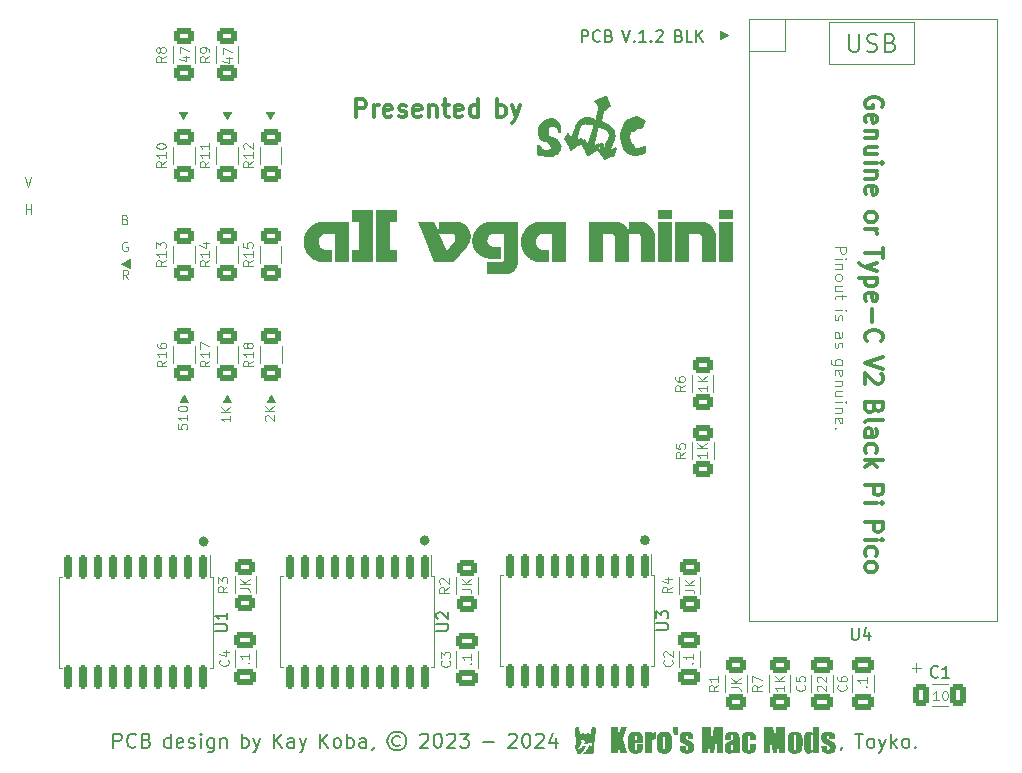
<source format=gto>
G04 #@! TF.GenerationSoftware,KiCad,Pcbnew,(7.0.0-0)*
G04 #@! TF.CreationDate,2024-01-11T11:42:18+09:00*
G04 #@! TF.ProjectId,AppleVGA_mini_kmm,4170706c-6556-4474-915f-6d696e695f6b,1.0*
G04 #@! TF.SameCoordinates,Original*
G04 #@! TF.FileFunction,Legend,Top*
G04 #@! TF.FilePolarity,Positive*
%FSLAX46Y46*%
G04 Gerber Fmt 4.6, Leading zero omitted, Abs format (unit mm)*
G04 Created by KiCad (PCBNEW (7.0.0-0)) date 2024-01-11 11:42:18*
%MOMM*%
%LPD*%
G01*
G04 APERTURE LIST*
G04 Aperture macros list*
%AMRoundRect*
0 Rectangle with rounded corners*
0 $1 Rounding radius*
0 $2 $3 $4 $5 $6 $7 $8 $9 X,Y pos of 4 corners*
0 Add a 4 corners polygon primitive as box body*
4,1,4,$2,$3,$4,$5,$6,$7,$8,$9,$2,$3,0*
0 Add four circle primitives for the rounded corners*
1,1,$1+$1,$2,$3*
1,1,$1+$1,$4,$5*
1,1,$1+$1,$6,$7*
1,1,$1+$1,$8,$9*
0 Add four rect primitives between the rounded corners*
20,1,$1+$1,$2,$3,$4,$5,0*
20,1,$1+$1,$4,$5,$6,$7,0*
20,1,$1+$1,$6,$7,$8,$9,0*
20,1,$1+$1,$8,$9,$2,$3,0*%
G04 Aperture macros list end*
%ADD10C,0.211666*%
%ADD11C,0.441321*%
%ADD12C,0.000000*%
%ADD13C,0.300000*%
%ADD14C,0.100000*%
%ADD15C,0.150000*%
%ADD16C,0.200000*%
%ADD17C,0.120000*%
%ADD18C,0.050000*%
%ADD19RoundRect,0.381000X0.381000X3.175000X-0.381000X3.175000X-0.381000X-3.175000X0.381000X-3.175000X0*%
%ADD20O,1.700000X1.700000*%
%ADD21R,1.700000X1.700000*%
%ADD22RoundRect,0.250000X0.625000X-0.400000X0.625000X0.400000X-0.625000X0.400000X-0.625000X-0.400000X0*%
%ADD23C,4.200000*%
%ADD24C,1.600000*%
%ADD25RoundRect,0.150000X-0.150000X0.875000X-0.150000X-0.875000X0.150000X-0.875000X0.150000X0.875000X0*%
%ADD26RoundRect,0.250000X-0.412500X-0.650000X0.412500X-0.650000X0.412500X0.650000X-0.412500X0.650000X0*%
%ADD27RoundRect,0.250000X-0.650000X0.412500X-0.650000X-0.412500X0.650000X-0.412500X0.650000X0.412500X0*%
G04 APERTURE END LIST*
D10*
G36*
X154284293Y-75783781D02*
G01*
X154125033Y-75918042D01*
X154044083Y-75985025D01*
X154003072Y-76018012D01*
X153961626Y-76050483D01*
X153945152Y-76062912D01*
X153936557Y-76069099D01*
X153927756Y-76075194D01*
X153918772Y-76081139D01*
X153909630Y-76086879D01*
X153900353Y-76092358D01*
X153890965Y-76097521D01*
X153881491Y-76102310D01*
X153871954Y-76106670D01*
X153862378Y-76110545D01*
X153852788Y-76113879D01*
X153843207Y-76116616D01*
X153833660Y-76118701D01*
X153824170Y-76120076D01*
X153819454Y-76120480D01*
X153814762Y-76120686D01*
X153805686Y-76121056D01*
X153797024Y-76121732D01*
X153788767Y-76122708D01*
X153780903Y-76123979D01*
X153773420Y-76125540D01*
X153766308Y-76127386D01*
X153759556Y-76129510D01*
X153753151Y-76131908D01*
X153747085Y-76134575D01*
X153741344Y-76137504D01*
X153735919Y-76140691D01*
X153730798Y-76144130D01*
X153725970Y-76147816D01*
X153721424Y-76151743D01*
X153717149Y-76155907D01*
X153713134Y-76160301D01*
X153709367Y-76164921D01*
X153705838Y-76169761D01*
X153702536Y-76174816D01*
X153699449Y-76180079D01*
X153696567Y-76185547D01*
X153693878Y-76191214D01*
X153689035Y-76203122D01*
X153684833Y-76215760D01*
X153681183Y-76229085D01*
X153677996Y-76243055D01*
X153675183Y-76257627D01*
X153512403Y-77161552D01*
X153745741Y-77274655D01*
X153864569Y-77331224D01*
X153924554Y-77358830D01*
X153984932Y-77385722D01*
X154054699Y-77417831D01*
X154121680Y-77452126D01*
X154185695Y-77488748D01*
X154246564Y-77527840D01*
X154304107Y-77569545D01*
X154358146Y-77614006D01*
X154408499Y-77661364D01*
X154454987Y-77711763D01*
X154476726Y-77738147D01*
X154497430Y-77765344D01*
X154517079Y-77793373D01*
X154535650Y-77822251D01*
X154553119Y-77851996D01*
X154569464Y-77882626D01*
X154584664Y-77914159D01*
X154598695Y-77946612D01*
X154611535Y-77980003D01*
X154623162Y-78014351D01*
X154633553Y-78049672D01*
X154642685Y-78085985D01*
X154650537Y-78123308D01*
X154657085Y-78161658D01*
X154662308Y-78201053D01*
X154666182Y-78241511D01*
X154668266Y-78281311D01*
X154668394Y-78320729D01*
X154666682Y-78359785D01*
X154663247Y-78398498D01*
X154658205Y-78436887D01*
X154651673Y-78474972D01*
X154643766Y-78512773D01*
X154634601Y-78550310D01*
X154624295Y-78587601D01*
X154612964Y-78624666D01*
X154587692Y-78698198D01*
X154559715Y-78771061D01*
X154529964Y-78843412D01*
X154182594Y-79661192D01*
X154192717Y-79672483D01*
X154202954Y-79683775D01*
X154785968Y-79364155D01*
X154791201Y-79367430D01*
X154796439Y-79370672D01*
X154801687Y-79373885D01*
X154806949Y-79377073D01*
X154779098Y-79438079D01*
X154750951Y-79498940D01*
X154737159Y-79529464D01*
X154723763Y-79560130D01*
X154710922Y-79590996D01*
X154698790Y-79622123D01*
X154690142Y-79643252D01*
X154680299Y-79664032D01*
X154669577Y-79684559D01*
X154658290Y-79704932D01*
X154635285Y-79745605D01*
X154624198Y-79766100D01*
X154613808Y-79786830D01*
X154604430Y-79807893D01*
X154596381Y-79829387D01*
X154592952Y-79840326D01*
X154589974Y-79851409D01*
X154587486Y-79862648D01*
X154585526Y-79874056D01*
X154584136Y-79885645D01*
X154583353Y-79897427D01*
X154583217Y-79909414D01*
X154583768Y-79921618D01*
X154585045Y-79934052D01*
X154587088Y-79946727D01*
X154589936Y-79959657D01*
X154593628Y-79972852D01*
X154593845Y-79974041D01*
X154593796Y-79975363D01*
X154593494Y-79976810D01*
X154592949Y-79978371D01*
X154592173Y-79980038D01*
X154591179Y-79981802D01*
X154589977Y-79983653D01*
X154588580Y-79985583D01*
X154585245Y-79989639D01*
X154581269Y-79993898D01*
X154576743Y-79998285D01*
X154571763Y-80002727D01*
X154566422Y-80007151D01*
X154560812Y-80011481D01*
X154555027Y-80015646D01*
X154549162Y-80019571D01*
X154543309Y-80023183D01*
X154537562Y-80026407D01*
X154532014Y-80029171D01*
X154529344Y-80030357D01*
X154526760Y-80031400D01*
X154358185Y-80094780D01*
X154189228Y-80157298D01*
X153850884Y-80281413D01*
X153364919Y-79604038D01*
X153377773Y-79597025D01*
X153389789Y-79589712D01*
X153400999Y-79582113D01*
X153411434Y-79574238D01*
X153421127Y-79566099D01*
X153430110Y-79557709D01*
X153438414Y-79549078D01*
X153446071Y-79540219D01*
X153453115Y-79531143D01*
X153459575Y-79521863D01*
X153465485Y-79512389D01*
X153470877Y-79502734D01*
X153475781Y-79492909D01*
X153480232Y-79482926D01*
X153484259Y-79472798D01*
X153487895Y-79462534D01*
X153494124Y-79441652D01*
X153499173Y-79420373D01*
X153503298Y-79398792D01*
X153506756Y-79377002D01*
X153512688Y-79333172D01*
X153519017Y-79289637D01*
X153565320Y-78999732D01*
X153593587Y-78995185D01*
X153855327Y-79600938D01*
X153867994Y-79600258D01*
X153880545Y-79599540D01*
X153912940Y-79417400D01*
X153928166Y-79326236D01*
X153934899Y-79280548D01*
X153940801Y-79234757D01*
X153945060Y-79201827D01*
X153950067Y-79169197D01*
X153955846Y-79136873D01*
X153962425Y-79104860D01*
X153969830Y-79073163D01*
X153978085Y-79041788D01*
X153987219Y-79010739D01*
X153997257Y-78980022D01*
X154008225Y-78949642D01*
X154020149Y-78919604D01*
X154033056Y-78889914D01*
X154046971Y-78860576D01*
X154061922Y-78831596D01*
X154077933Y-78802979D01*
X154095032Y-78774730D01*
X154113245Y-78746854D01*
X154120155Y-78736419D01*
X154126914Y-78725879D01*
X154133548Y-78715254D01*
X154140084Y-78704564D01*
X154165799Y-78661536D01*
X154186315Y-78625693D01*
X154204856Y-78590111D01*
X154221430Y-78554813D01*
X154236043Y-78519821D01*
X154248702Y-78485156D01*
X154259414Y-78450840D01*
X154268187Y-78416897D01*
X154275026Y-78383347D01*
X154279939Y-78350214D01*
X154282933Y-78317518D01*
X154284015Y-78285282D01*
X154283191Y-78253528D01*
X154280469Y-78222278D01*
X154275855Y-78191554D01*
X154269357Y-78161378D01*
X154260981Y-78131772D01*
X154250734Y-78102759D01*
X154238623Y-78074360D01*
X154224655Y-78046597D01*
X154208838Y-78019492D01*
X154191177Y-77993068D01*
X154171680Y-77967346D01*
X154150353Y-77942348D01*
X154127205Y-77918097D01*
X154102240Y-77894615D01*
X154075467Y-77871923D01*
X154046893Y-77850044D01*
X154016524Y-77828999D01*
X153984367Y-77808811D01*
X153950429Y-77789502D01*
X153914717Y-77771094D01*
X153877239Y-77753608D01*
X153284613Y-77492643D01*
X152865621Y-79282920D01*
X153314948Y-79057920D01*
X153263167Y-79471436D01*
X153220311Y-79489426D01*
X153179868Y-79505572D01*
X153105696Y-79534694D01*
X153071706Y-79548848D01*
X153039605Y-79563516D01*
X153024222Y-79571227D01*
X153009263Y-79579287D01*
X152994710Y-79587771D01*
X152980548Y-79596751D01*
X152920597Y-79637144D01*
X152861294Y-79678525D01*
X152802488Y-79720665D01*
X152744028Y-79763336D01*
X152627543Y-79849359D01*
X152510629Y-79934766D01*
X152498184Y-79943402D01*
X152485240Y-79951778D01*
X152471642Y-79960111D01*
X152457235Y-79968615D01*
X152425373Y-79987003D01*
X152407608Y-79997316D01*
X152388414Y-80008665D01*
X152341802Y-79878711D01*
X152319109Y-79816946D01*
X152307481Y-79786625D01*
X152295500Y-79756587D01*
X152274597Y-79703760D01*
X152254411Y-79650419D01*
X152213807Y-79543763D01*
X152192193Y-79491231D01*
X152168909Y-79439752D01*
X152156455Y-79414529D01*
X152143358Y-79389717D01*
X152129546Y-79365365D01*
X152114943Y-79341520D01*
X152089829Y-79300908D01*
X152066618Y-79260554D01*
X152045622Y-79220418D01*
X152027153Y-79180464D01*
X152011520Y-79140651D01*
X151999036Y-79100943D01*
X151994072Y-79081116D01*
X151990011Y-79061301D01*
X151986893Y-79041493D01*
X151984757Y-79021686D01*
X151983641Y-79001877D01*
X151983584Y-78982061D01*
X151984626Y-78962232D01*
X151986805Y-78942387D01*
X151990159Y-78922519D01*
X151994729Y-78902626D01*
X152000552Y-78882700D01*
X152007668Y-78862739D01*
X152016115Y-78842736D01*
X152025933Y-78822688D01*
X152037160Y-78802590D01*
X152049835Y-78782436D01*
X152063998Y-78762222D01*
X152079686Y-78741944D01*
X152096939Y-78721595D01*
X152115796Y-78701173D01*
X152384461Y-79133473D01*
X153042458Y-77401252D01*
X152730445Y-77352368D01*
X152581196Y-77330678D01*
X152507301Y-77321452D01*
X152433528Y-77313660D01*
X152382845Y-77309259D01*
X152331805Y-77305812D01*
X152280570Y-77303568D01*
X152229300Y-77302773D01*
X152178154Y-77303674D01*
X152127293Y-77306520D01*
X152102020Y-77308750D01*
X152076878Y-77311558D01*
X152051887Y-77314976D01*
X152027068Y-77319035D01*
X151997796Y-77325192D01*
X151969600Y-77333092D01*
X151942530Y-77342715D01*
X151916632Y-77354044D01*
X151891956Y-77367060D01*
X151868548Y-77381746D01*
X151846458Y-77398083D01*
X151825733Y-77416054D01*
X151806420Y-77435640D01*
X151788569Y-77456824D01*
X151772228Y-77479586D01*
X151757443Y-77503911D01*
X151744264Y-77529778D01*
X151732738Y-77557170D01*
X151722913Y-77586070D01*
X151714838Y-77616459D01*
X151614602Y-78061049D01*
X151515547Y-78505912D01*
X151499369Y-78576193D01*
X151482407Y-78647991D01*
X151445604Y-78802976D01*
X151906816Y-78581541D01*
X151848758Y-79003248D01*
X151809284Y-79018099D01*
X151772287Y-79031155D01*
X151705217Y-79054271D01*
X151674893Y-79065527D01*
X151660479Y-79071341D01*
X151646543Y-79077378D01*
X151633068Y-79083713D01*
X151620040Y-79090422D01*
X151607442Y-79097578D01*
X151595259Y-79105256D01*
X151519193Y-79156319D01*
X151443401Y-79208275D01*
X151291324Y-79314869D01*
X150975994Y-79538822D01*
X150887107Y-79326826D01*
X150804170Y-79126960D01*
X150770526Y-79041596D01*
X150737643Y-78955953D01*
X150720919Y-78913279D01*
X150703704Y-78870838D01*
X150685770Y-78828731D01*
X150666892Y-78787058D01*
X150661427Y-78776001D01*
X150655543Y-78765138D01*
X150649283Y-78754452D01*
X150642687Y-78743922D01*
X150635799Y-78733530D01*
X150628659Y-78723255D01*
X150613791Y-78702981D01*
X150582874Y-78662989D01*
X150567493Y-78642961D01*
X150552609Y-78622703D01*
X150514859Y-78624873D01*
X150729497Y-78228126D01*
X150986510Y-78653294D01*
X151210257Y-78117229D01*
X151318365Y-77853009D01*
X151370474Y-77720831D01*
X151420903Y-77588218D01*
X151447652Y-77519923D01*
X151476371Y-77453837D01*
X151507219Y-77390101D01*
X151540354Y-77328857D01*
X151575937Y-77270246D01*
X151614127Y-77214411D01*
X151655081Y-77161492D01*
X151698960Y-77111631D01*
X151745923Y-77064970D01*
X151796129Y-77021651D01*
X151849736Y-76981815D01*
X151906905Y-76945604D01*
X151967793Y-76913159D01*
X151999682Y-76898393D01*
X152032561Y-76884622D01*
X152066449Y-76871863D01*
X152101367Y-76860135D01*
X152137334Y-76849454D01*
X152174370Y-76839838D01*
X152213601Y-76831283D01*
X152252677Y-76824588D01*
X152291592Y-76819736D01*
X152330339Y-76816714D01*
X152368910Y-76815505D01*
X152407297Y-76816094D01*
X152445494Y-76818464D01*
X152483493Y-76822602D01*
X152521286Y-76828490D01*
X152558867Y-76836114D01*
X152596228Y-76845458D01*
X152633362Y-76856506D01*
X152670260Y-76869244D01*
X152706917Y-76883654D01*
X152743325Y-76899722D01*
X152779476Y-76917432D01*
X152861009Y-76959821D01*
X152944369Y-77003806D01*
X153125347Y-77099772D01*
X153164123Y-76884998D01*
X153183257Y-76783403D01*
X153193428Y-76733475D01*
X153204256Y-76683906D01*
X153243501Y-76511016D01*
X153283657Y-76338300D01*
X153326371Y-76166292D01*
X153349202Y-76080719D01*
X153373290Y-75995524D01*
X153378907Y-75974166D01*
X153383122Y-75953472D01*
X153385960Y-75933398D01*
X153387446Y-75913901D01*
X153387606Y-75894936D01*
X153386465Y-75876461D01*
X153384049Y-75858432D01*
X153380382Y-75840805D01*
X153375492Y-75823536D01*
X153369402Y-75806582D01*
X153362139Y-75789900D01*
X153353727Y-75773445D01*
X153344193Y-75757174D01*
X153333561Y-75741044D01*
X153321858Y-75725011D01*
X153309108Y-75709031D01*
X153246129Y-75632399D01*
X153183198Y-75554750D01*
X153054498Y-75395045D01*
X153110871Y-75362862D01*
X153168203Y-75333728D01*
X153226339Y-75307155D01*
X153285121Y-75282658D01*
X153403992Y-75237940D01*
X153523558Y-75195679D01*
X153642560Y-75151981D01*
X153701456Y-75128376D01*
X153759738Y-75102951D01*
X153817250Y-75075218D01*
X153873834Y-75044693D01*
X153929332Y-75010887D01*
X153983588Y-74973313D01*
X154284293Y-75783781D01*
G37*
X154284293Y-75783781D02*
X154125033Y-75918042D01*
X154044083Y-75985025D01*
X154003072Y-76018012D01*
X153961626Y-76050483D01*
X153945152Y-76062912D01*
X153936557Y-76069099D01*
X153927756Y-76075194D01*
X153918772Y-76081139D01*
X153909630Y-76086879D01*
X153900353Y-76092358D01*
X153890965Y-76097521D01*
X153881491Y-76102310D01*
X153871954Y-76106670D01*
X153862378Y-76110545D01*
X153852788Y-76113879D01*
X153843207Y-76116616D01*
X153833660Y-76118701D01*
X153824170Y-76120076D01*
X153819454Y-76120480D01*
X153814762Y-76120686D01*
X153805686Y-76121056D01*
X153797024Y-76121732D01*
X153788767Y-76122708D01*
X153780903Y-76123979D01*
X153773420Y-76125540D01*
X153766308Y-76127386D01*
X153759556Y-76129510D01*
X153753151Y-76131908D01*
X153747085Y-76134575D01*
X153741344Y-76137504D01*
X153735919Y-76140691D01*
X153730798Y-76144130D01*
X153725970Y-76147816D01*
X153721424Y-76151743D01*
X153717149Y-76155907D01*
X153713134Y-76160301D01*
X153709367Y-76164921D01*
X153705838Y-76169761D01*
X153702536Y-76174816D01*
X153699449Y-76180079D01*
X153696567Y-76185547D01*
X153693878Y-76191214D01*
X153689035Y-76203122D01*
X153684833Y-76215760D01*
X153681183Y-76229085D01*
X153677996Y-76243055D01*
X153675183Y-76257627D01*
X153512403Y-77161552D01*
X153745741Y-77274655D01*
X153864569Y-77331224D01*
X153924554Y-77358830D01*
X153984932Y-77385722D01*
X154054699Y-77417831D01*
X154121680Y-77452126D01*
X154185695Y-77488748D01*
X154246564Y-77527840D01*
X154304107Y-77569545D01*
X154358146Y-77614006D01*
X154408499Y-77661364D01*
X154454987Y-77711763D01*
X154476726Y-77738147D01*
X154497430Y-77765344D01*
X154517079Y-77793373D01*
X154535650Y-77822251D01*
X154553119Y-77851996D01*
X154569464Y-77882626D01*
X154584664Y-77914159D01*
X154598695Y-77946612D01*
X154611535Y-77980003D01*
X154623162Y-78014351D01*
X154633553Y-78049672D01*
X154642685Y-78085985D01*
X154650537Y-78123308D01*
X154657085Y-78161658D01*
X154662308Y-78201053D01*
X154666182Y-78241511D01*
X154668266Y-78281311D01*
X154668394Y-78320729D01*
X154666682Y-78359785D01*
X154663247Y-78398498D01*
X154658205Y-78436887D01*
X154651673Y-78474972D01*
X154643766Y-78512773D01*
X154634601Y-78550310D01*
X154624295Y-78587601D01*
X154612964Y-78624666D01*
X154587692Y-78698198D01*
X154559715Y-78771061D01*
X154529964Y-78843412D01*
X154182594Y-79661192D01*
X154192717Y-79672483D01*
X154202954Y-79683775D01*
X154785968Y-79364155D01*
X154791201Y-79367430D01*
X154796439Y-79370672D01*
X154801687Y-79373885D01*
X154806949Y-79377073D01*
X154779098Y-79438079D01*
X154750951Y-79498940D01*
X154737159Y-79529464D01*
X154723763Y-79560130D01*
X154710922Y-79590996D01*
X154698790Y-79622123D01*
X154690142Y-79643252D01*
X154680299Y-79664032D01*
X154669577Y-79684559D01*
X154658290Y-79704932D01*
X154635285Y-79745605D01*
X154624198Y-79766100D01*
X154613808Y-79786830D01*
X154604430Y-79807893D01*
X154596381Y-79829387D01*
X154592952Y-79840326D01*
X154589974Y-79851409D01*
X154587486Y-79862648D01*
X154585526Y-79874056D01*
X154584136Y-79885645D01*
X154583353Y-79897427D01*
X154583217Y-79909414D01*
X154583768Y-79921618D01*
X154585045Y-79934052D01*
X154587088Y-79946727D01*
X154589936Y-79959657D01*
X154593628Y-79972852D01*
X154593845Y-79974041D01*
X154593796Y-79975363D01*
X154593494Y-79976810D01*
X154592949Y-79978371D01*
X154592173Y-79980038D01*
X154591179Y-79981802D01*
X154589977Y-79983653D01*
X154588580Y-79985583D01*
X154585245Y-79989639D01*
X154581269Y-79993898D01*
X154576743Y-79998285D01*
X154571763Y-80002727D01*
X154566422Y-80007151D01*
X154560812Y-80011481D01*
X154555027Y-80015646D01*
X154549162Y-80019571D01*
X154543309Y-80023183D01*
X154537562Y-80026407D01*
X154532014Y-80029171D01*
X154529344Y-80030357D01*
X154526760Y-80031400D01*
X154358185Y-80094780D01*
X154189228Y-80157298D01*
X153850884Y-80281413D01*
X153364919Y-79604038D01*
X153377773Y-79597025D01*
X153389789Y-79589712D01*
X153400999Y-79582113D01*
X153411434Y-79574238D01*
X153421127Y-79566099D01*
X153430110Y-79557709D01*
X153438414Y-79549078D01*
X153446071Y-79540219D01*
X153453115Y-79531143D01*
X153459575Y-79521863D01*
X153465485Y-79512389D01*
X153470877Y-79502734D01*
X153475781Y-79492909D01*
X153480232Y-79482926D01*
X153484259Y-79472798D01*
X153487895Y-79462534D01*
X153494124Y-79441652D01*
X153499173Y-79420373D01*
X153503298Y-79398792D01*
X153506756Y-79377002D01*
X153512688Y-79333172D01*
X153519017Y-79289637D01*
X153565320Y-78999732D01*
X153593587Y-78995185D01*
X153855327Y-79600938D01*
X153867994Y-79600258D01*
X153880545Y-79599540D01*
X153912940Y-79417400D01*
X153928166Y-79326236D01*
X153934899Y-79280548D01*
X153940801Y-79234757D01*
X153945060Y-79201827D01*
X153950067Y-79169197D01*
X153955846Y-79136873D01*
X153962425Y-79104860D01*
X153969830Y-79073163D01*
X153978085Y-79041788D01*
X153987219Y-79010739D01*
X153997257Y-78980022D01*
X154008225Y-78949642D01*
X154020149Y-78919604D01*
X154033056Y-78889914D01*
X154046971Y-78860576D01*
X154061922Y-78831596D01*
X154077933Y-78802979D01*
X154095032Y-78774730D01*
X154113245Y-78746854D01*
X154120155Y-78736419D01*
X154126914Y-78725879D01*
X154133548Y-78715254D01*
X154140084Y-78704564D01*
X154165799Y-78661536D01*
X154186315Y-78625693D01*
X154204856Y-78590111D01*
X154221430Y-78554813D01*
X154236043Y-78519821D01*
X154248702Y-78485156D01*
X154259414Y-78450840D01*
X154268187Y-78416897D01*
X154275026Y-78383347D01*
X154279939Y-78350214D01*
X154282933Y-78317518D01*
X154284015Y-78285282D01*
X154283191Y-78253528D01*
X154280469Y-78222278D01*
X154275855Y-78191554D01*
X154269357Y-78161378D01*
X154260981Y-78131772D01*
X154250734Y-78102759D01*
X154238623Y-78074360D01*
X154224655Y-78046597D01*
X154208838Y-78019492D01*
X154191177Y-77993068D01*
X154171680Y-77967346D01*
X154150353Y-77942348D01*
X154127205Y-77918097D01*
X154102240Y-77894615D01*
X154075467Y-77871923D01*
X154046893Y-77850044D01*
X154016524Y-77828999D01*
X153984367Y-77808811D01*
X153950429Y-77789502D01*
X153914717Y-77771094D01*
X153877239Y-77753608D01*
X153284613Y-77492643D01*
X152865621Y-79282920D01*
X153314948Y-79057920D01*
X153263167Y-79471436D01*
X153220311Y-79489426D01*
X153179868Y-79505572D01*
X153105696Y-79534694D01*
X153071706Y-79548848D01*
X153039605Y-79563516D01*
X153024222Y-79571227D01*
X153009263Y-79579287D01*
X152994710Y-79587771D01*
X152980548Y-79596751D01*
X152920597Y-79637144D01*
X152861294Y-79678525D01*
X152802488Y-79720665D01*
X152744028Y-79763336D01*
X152627543Y-79849359D01*
X152510629Y-79934766D01*
X152498184Y-79943402D01*
X152485240Y-79951778D01*
X152471642Y-79960111D01*
X152457235Y-79968615D01*
X152425373Y-79987003D01*
X152407608Y-79997316D01*
X152388414Y-80008665D01*
X152341802Y-79878711D01*
X152319109Y-79816946D01*
X152307481Y-79786625D01*
X152295500Y-79756587D01*
X152274597Y-79703760D01*
X152254411Y-79650419D01*
X152213807Y-79543763D01*
X152192193Y-79491231D01*
X152168909Y-79439752D01*
X152156455Y-79414529D01*
X152143358Y-79389717D01*
X152129546Y-79365365D01*
X152114943Y-79341520D01*
X152089829Y-79300908D01*
X152066618Y-79260554D01*
X152045622Y-79220418D01*
X152027153Y-79180464D01*
X152011520Y-79140651D01*
X151999036Y-79100943D01*
X151994072Y-79081116D01*
X151990011Y-79061301D01*
X151986893Y-79041493D01*
X151984757Y-79021686D01*
X151983641Y-79001877D01*
X151983584Y-78982061D01*
X151984626Y-78962232D01*
X151986805Y-78942387D01*
X151990159Y-78922519D01*
X151994729Y-78902626D01*
X152000552Y-78882700D01*
X152007668Y-78862739D01*
X152016115Y-78842736D01*
X152025933Y-78822688D01*
X152037160Y-78802590D01*
X152049835Y-78782436D01*
X152063998Y-78762222D01*
X152079686Y-78741944D01*
X152096939Y-78721595D01*
X152115796Y-78701173D01*
X152384461Y-79133473D01*
X153042458Y-77401252D01*
X152730445Y-77352368D01*
X152581196Y-77330678D01*
X152507301Y-77321452D01*
X152433528Y-77313660D01*
X152382845Y-77309259D01*
X152331805Y-77305812D01*
X152280570Y-77303568D01*
X152229300Y-77302773D01*
X152178154Y-77303674D01*
X152127293Y-77306520D01*
X152102020Y-77308750D01*
X152076878Y-77311558D01*
X152051887Y-77314976D01*
X152027068Y-77319035D01*
X151997796Y-77325192D01*
X151969600Y-77333092D01*
X151942530Y-77342715D01*
X151916632Y-77354044D01*
X151891956Y-77367060D01*
X151868548Y-77381746D01*
X151846458Y-77398083D01*
X151825733Y-77416054D01*
X151806420Y-77435640D01*
X151788569Y-77456824D01*
X151772228Y-77479586D01*
X151757443Y-77503911D01*
X151744264Y-77529778D01*
X151732738Y-77557170D01*
X151722913Y-77586070D01*
X151714838Y-77616459D01*
X151614602Y-78061049D01*
X151515547Y-78505912D01*
X151499369Y-78576193D01*
X151482407Y-78647991D01*
X151445604Y-78802976D01*
X151906816Y-78581541D01*
X151848758Y-79003248D01*
X151809284Y-79018099D01*
X151772287Y-79031155D01*
X151705217Y-79054271D01*
X151674893Y-79065527D01*
X151660479Y-79071341D01*
X151646543Y-79077378D01*
X151633068Y-79083713D01*
X151620040Y-79090422D01*
X151607442Y-79097578D01*
X151595259Y-79105256D01*
X151519193Y-79156319D01*
X151443401Y-79208275D01*
X151291324Y-79314869D01*
X150975994Y-79538822D01*
X150887107Y-79326826D01*
X150804170Y-79126960D01*
X150770526Y-79041596D01*
X150737643Y-78955953D01*
X150720919Y-78913279D01*
X150703704Y-78870838D01*
X150685770Y-78828731D01*
X150666892Y-78787058D01*
X150661427Y-78776001D01*
X150655543Y-78765138D01*
X150649283Y-78754452D01*
X150642687Y-78743922D01*
X150635799Y-78733530D01*
X150628659Y-78723255D01*
X150613791Y-78702981D01*
X150582874Y-78662989D01*
X150567493Y-78642961D01*
X150552609Y-78622703D01*
X150514859Y-78624873D01*
X150729497Y-78228126D01*
X150986510Y-78653294D01*
X151210257Y-78117229D01*
X151318365Y-77853009D01*
X151370474Y-77720831D01*
X151420903Y-77588218D01*
X151447652Y-77519923D01*
X151476371Y-77453837D01*
X151507219Y-77390101D01*
X151540354Y-77328857D01*
X151575937Y-77270246D01*
X151614127Y-77214411D01*
X151655081Y-77161492D01*
X151698960Y-77111631D01*
X151745923Y-77064970D01*
X151796129Y-77021651D01*
X151849736Y-76981815D01*
X151906905Y-76945604D01*
X151967793Y-76913159D01*
X151999682Y-76898393D01*
X152032561Y-76884622D01*
X152066449Y-76871863D01*
X152101367Y-76860135D01*
X152137334Y-76849454D01*
X152174370Y-76839838D01*
X152213601Y-76831283D01*
X152252677Y-76824588D01*
X152291592Y-76819736D01*
X152330339Y-76816714D01*
X152368910Y-76815505D01*
X152407297Y-76816094D01*
X152445494Y-76818464D01*
X152483493Y-76822602D01*
X152521286Y-76828490D01*
X152558867Y-76836114D01*
X152596228Y-76845458D01*
X152633362Y-76856506D01*
X152670260Y-76869244D01*
X152706917Y-76883654D01*
X152743325Y-76899722D01*
X152779476Y-76917432D01*
X152861009Y-76959821D01*
X152944369Y-77003806D01*
X153125347Y-77099772D01*
X153164123Y-76884998D01*
X153183257Y-76783403D01*
X153193428Y-76733475D01*
X153204256Y-76683906D01*
X153243501Y-76511016D01*
X153283657Y-76338300D01*
X153326371Y-76166292D01*
X153349202Y-76080719D01*
X153373290Y-75995524D01*
X153378907Y-75974166D01*
X153383122Y-75953472D01*
X153385960Y-75933398D01*
X153387446Y-75913901D01*
X153387606Y-75894936D01*
X153386465Y-75876461D01*
X153384049Y-75858432D01*
X153380382Y-75840805D01*
X153375492Y-75823536D01*
X153369402Y-75806582D01*
X153362139Y-75789900D01*
X153353727Y-75773445D01*
X153344193Y-75757174D01*
X153333561Y-75741044D01*
X153321858Y-75725011D01*
X153309108Y-75709031D01*
X153246129Y-75632399D01*
X153183198Y-75554750D01*
X153054498Y-75395045D01*
X153110871Y-75362862D01*
X153168203Y-75333728D01*
X153226339Y-75307155D01*
X153285121Y-75282658D01*
X153403992Y-75237940D01*
X153523558Y-75195679D01*
X153642560Y-75151981D01*
X153701456Y-75128376D01*
X153759738Y-75102951D01*
X153817250Y-75075218D01*
X153873834Y-75044693D01*
X153929332Y-75010887D01*
X153983588Y-74973313D01*
X154284293Y-75783781D01*
D11*
X120100660Y-112698679D02*
G75*
G03*
X120100660Y-112698679I-220660J0D01*
G01*
D12*
G36*
X149342464Y-76803362D02*
G01*
X149346558Y-76803591D01*
X149350610Y-76803959D01*
X149354610Y-76804473D01*
X149358548Y-76805137D01*
X149413840Y-76817285D01*
X149467695Y-76832439D01*
X149520050Y-76850489D01*
X149570843Y-76871324D01*
X149620009Y-76894833D01*
X149667486Y-76920905D01*
X149713212Y-76949430D01*
X149757124Y-76980295D01*
X149799157Y-77013391D01*
X149839251Y-77048606D01*
X149877341Y-77085830D01*
X149913365Y-77124951D01*
X149947260Y-77165859D01*
X149978963Y-77208444D01*
X150008411Y-77252593D01*
X150035542Y-77298196D01*
X150060291Y-77345142D01*
X150082597Y-77393321D01*
X150102397Y-77442621D01*
X150119627Y-77492931D01*
X150134225Y-77544141D01*
X150146127Y-77596140D01*
X150155271Y-77648816D01*
X150161595Y-77702060D01*
X150165034Y-77755759D01*
X150165527Y-77809804D01*
X150163010Y-77864083D01*
X150157420Y-77918485D01*
X150148695Y-77972899D01*
X150136771Y-78027215D01*
X150121586Y-78081322D01*
X150103076Y-78135108D01*
X149926291Y-78135108D01*
X149917180Y-78084109D01*
X149908556Y-78034136D01*
X149904040Y-78009517D01*
X149899181Y-77985135D01*
X149893825Y-77960985D01*
X149887818Y-77937058D01*
X149880522Y-77912520D01*
X149871981Y-77888623D01*
X149862242Y-77865397D01*
X149851352Y-77842868D01*
X149839359Y-77821066D01*
X149826311Y-77800017D01*
X149812256Y-77779750D01*
X149797241Y-77760292D01*
X149781314Y-77741671D01*
X149764523Y-77723916D01*
X149746915Y-77707054D01*
X149728538Y-77691113D01*
X149709440Y-77676121D01*
X149689668Y-77662106D01*
X149669270Y-77649095D01*
X149648294Y-77637116D01*
X149626787Y-77626198D01*
X149604798Y-77616369D01*
X149582373Y-77607655D01*
X149559561Y-77600085D01*
X149536409Y-77593688D01*
X149512965Y-77588490D01*
X149489276Y-77584519D01*
X149465391Y-77581804D01*
X149441356Y-77580373D01*
X149417221Y-77580252D01*
X149393031Y-77581471D01*
X149368835Y-77584057D01*
X149344681Y-77588038D01*
X149320617Y-77593441D01*
X149296689Y-77600296D01*
X149272946Y-77608628D01*
X149255356Y-77615983D01*
X149239078Y-77623979D01*
X149224057Y-77632591D01*
X149210241Y-77641790D01*
X149197574Y-77651549D01*
X149186004Y-77661843D01*
X149175474Y-77672643D01*
X149165933Y-77683922D01*
X149157325Y-77695655D01*
X149149596Y-77707813D01*
X149142692Y-77720370D01*
X149136559Y-77733299D01*
X149131144Y-77746573D01*
X149126392Y-77760164D01*
X149122248Y-77774046D01*
X149118659Y-77788192D01*
X149112929Y-77817167D01*
X149108769Y-77846873D01*
X149105747Y-77877094D01*
X149103428Y-77907615D01*
X149099174Y-77968690D01*
X149096372Y-77998812D01*
X149092543Y-78028370D01*
X149092195Y-78031051D01*
X149092003Y-78033753D01*
X149091951Y-78036473D01*
X149092023Y-78039210D01*
X149092203Y-78041961D01*
X149092474Y-78044724D01*
X149093228Y-78050279D01*
X149095130Y-78061439D01*
X149096022Y-78067010D01*
X149096397Y-78069786D01*
X149096703Y-78072553D01*
X149106233Y-78163308D01*
X149111143Y-78200170D01*
X149116706Y-78232063D01*
X149119863Y-78246313D01*
X149123340Y-78259521D01*
X149127189Y-78271752D01*
X149131463Y-78283074D01*
X149136214Y-78293553D01*
X149141493Y-78303255D01*
X149147353Y-78312246D01*
X149153847Y-78320594D01*
X149161027Y-78328365D01*
X149168944Y-78335625D01*
X149177651Y-78342441D01*
X149187201Y-78348878D01*
X149197645Y-78355005D01*
X149209036Y-78360886D01*
X149234867Y-78372180D01*
X149265112Y-78383292D01*
X149300188Y-78394754D01*
X149386505Y-78420853D01*
X149433894Y-78435742D01*
X149480979Y-78451945D01*
X149527714Y-78469388D01*
X149574055Y-78487991D01*
X149619956Y-78507678D01*
X149665372Y-78528372D01*
X149710259Y-78549996D01*
X149754570Y-78572471D01*
X149766370Y-78578878D01*
X149778104Y-78585797D01*
X149789735Y-78593201D01*
X149801228Y-78601065D01*
X149812545Y-78609363D01*
X149823650Y-78618068D01*
X149834506Y-78627156D01*
X149845078Y-78636599D01*
X149855329Y-78646373D01*
X149865222Y-78656452D01*
X149874720Y-78666809D01*
X149883788Y-78677419D01*
X149892389Y-78688256D01*
X149900487Y-78699294D01*
X149908044Y-78710507D01*
X149915026Y-78721870D01*
X149967037Y-78809759D01*
X149993503Y-78852990D01*
X150020671Y-78895715D01*
X150048841Y-78937909D01*
X150078308Y-78979549D01*
X150109370Y-79020611D01*
X150125592Y-79040919D01*
X150142325Y-79061073D01*
X150147327Y-79067426D01*
X150151975Y-79074271D01*
X150156275Y-79081579D01*
X150160235Y-79089324D01*
X150163859Y-79097480D01*
X150167156Y-79106020D01*
X150172790Y-79124143D01*
X150177190Y-79143479D01*
X150180407Y-79163814D01*
X150182493Y-79184934D01*
X150183501Y-79206625D01*
X150183482Y-79228673D01*
X150182488Y-79250864D01*
X150180571Y-79272982D01*
X150177784Y-79294815D01*
X150174177Y-79316148D01*
X150169804Y-79336768D01*
X150164716Y-79356458D01*
X150158965Y-79375007D01*
X150146172Y-79411425D01*
X150132640Y-79447596D01*
X150103605Y-79519272D01*
X150072351Y-79590187D01*
X150039369Y-79660494D01*
X150005150Y-79730346D01*
X149970186Y-79799895D01*
X149899988Y-79938694D01*
X149898878Y-79940640D01*
X149897510Y-79942561D01*
X149895899Y-79944451D01*
X149894058Y-79946309D01*
X149892003Y-79948128D01*
X149889748Y-79949905D01*
X149887307Y-79951635D01*
X149884694Y-79953315D01*
X149879013Y-79956507D01*
X149872819Y-79959445D01*
X149866229Y-79962097D01*
X149859357Y-79964429D01*
X149852319Y-79966408D01*
X149845231Y-79967999D01*
X149838208Y-79969169D01*
X149831365Y-79969885D01*
X149824818Y-79970112D01*
X149821692Y-79970032D01*
X149818683Y-79969818D01*
X149815805Y-79969465D01*
X149813074Y-79968969D01*
X149810503Y-79968325D01*
X149808107Y-79967530D01*
X149797663Y-79963820D01*
X149787548Y-79960765D01*
X149777748Y-79958344D01*
X149768251Y-79956535D01*
X149759044Y-79955314D01*
X149750114Y-79954660D01*
X149741449Y-79954550D01*
X149733034Y-79954963D01*
X149724859Y-79955876D01*
X149716909Y-79957266D01*
X149709172Y-79959112D01*
X149701635Y-79961391D01*
X149694285Y-79964082D01*
X149687110Y-79967161D01*
X149680096Y-79970606D01*
X149673232Y-79974396D01*
X149659897Y-79982919D01*
X149647004Y-79992553D01*
X149634449Y-80003118D01*
X149622130Y-80014438D01*
X149597789Y-80038629D01*
X149573160Y-80063700D01*
X149567125Y-80069443D01*
X149560637Y-80075007D01*
X149553740Y-80080371D01*
X149546477Y-80085508D01*
X149538893Y-80090397D01*
X149531030Y-80095013D01*
X149522933Y-80099331D01*
X149514646Y-80103329D01*
X149506212Y-80106983D01*
X149497675Y-80110267D01*
X149489078Y-80113160D01*
X149480466Y-80115637D01*
X149471881Y-80117673D01*
X149463369Y-80119246D01*
X149454971Y-80120332D01*
X149446733Y-80120905D01*
X149395303Y-80121982D01*
X149343814Y-80121672D01*
X149240758Y-80118903D01*
X149189243Y-80117449D01*
X149137770Y-80116619D01*
X149086365Y-80116915D01*
X149035053Y-80118839D01*
X148974915Y-80121804D01*
X148915320Y-80123220D01*
X148885749Y-80123039D01*
X148856341Y-80122100D01*
X148827106Y-80120280D01*
X148798053Y-80117456D01*
X148769191Y-80113505D01*
X148740530Y-80108302D01*
X148712079Y-80101725D01*
X148683847Y-80093651D01*
X148655844Y-80083955D01*
X148628079Y-80072514D01*
X148600560Y-80059206D01*
X148573299Y-80043906D01*
X148568822Y-80041398D01*
X148564077Y-80039091D01*
X148559096Y-80036989D01*
X148553913Y-80035098D01*
X148548561Y-80033424D01*
X148543073Y-80031971D01*
X148537484Y-80030746D01*
X148531825Y-80029754D01*
X148526131Y-80028999D01*
X148520436Y-80028488D01*
X148514771Y-80028225D01*
X148509171Y-80028217D01*
X148503669Y-80028468D01*
X148498298Y-80028984D01*
X148493093Y-80029771D01*
X148488085Y-80030833D01*
X148461034Y-80037020D01*
X148434187Y-80042197D01*
X148407554Y-80046286D01*
X148381142Y-80049207D01*
X148354962Y-80050882D01*
X148329021Y-80051231D01*
X148303330Y-80050177D01*
X148277897Y-80047641D01*
X148252731Y-80043543D01*
X148227841Y-80037806D01*
X148203235Y-80030350D01*
X148178924Y-80021096D01*
X148154916Y-80009966D01*
X148131221Y-79996882D01*
X148107846Y-79981764D01*
X148084801Y-79964533D01*
X148084801Y-79161997D01*
X148093622Y-79157931D01*
X148102433Y-79153570D01*
X148120033Y-79144265D01*
X148137620Y-79134676D01*
X148155214Y-79125398D01*
X148164019Y-79121062D01*
X148172833Y-79117026D01*
X148181658Y-79113366D01*
X148190496Y-79110155D01*
X148199351Y-79107468D01*
X148208224Y-79105379D01*
X148217117Y-79103963D01*
X148221572Y-79103530D01*
X148226033Y-79103294D01*
X148239964Y-79102992D01*
X148253833Y-79103016D01*
X148267594Y-79103474D01*
X148281205Y-79104479D01*
X148294621Y-79106142D01*
X148307799Y-79108573D01*
X148320693Y-79111884D01*
X148333262Y-79116187D01*
X148339410Y-79118744D01*
X148345459Y-79121591D01*
X148351405Y-79124741D01*
X148357242Y-79128209D01*
X148362965Y-79132007D01*
X148368567Y-79136151D01*
X148374043Y-79140653D01*
X148379389Y-79145528D01*
X148384597Y-79150790D01*
X148389664Y-79156453D01*
X148394583Y-79162529D01*
X148399349Y-79169035D01*
X148403956Y-79175982D01*
X148408399Y-79183385D01*
X148412673Y-79191259D01*
X148416771Y-79199616D01*
X148430918Y-79228660D01*
X148445863Y-79256792D01*
X148461611Y-79283957D01*
X148478169Y-79310096D01*
X148495540Y-79335154D01*
X148513730Y-79359074D01*
X148532745Y-79381799D01*
X148552589Y-79403271D01*
X148573267Y-79423434D01*
X148594784Y-79442232D01*
X148617147Y-79459606D01*
X148640359Y-79475502D01*
X148664426Y-79489861D01*
X148689354Y-79502626D01*
X148715146Y-79513742D01*
X148741809Y-79523151D01*
X148769348Y-79530796D01*
X148797767Y-79536620D01*
X148827072Y-79540567D01*
X148857267Y-79542579D01*
X148888359Y-79542601D01*
X148920353Y-79540574D01*
X148953252Y-79536443D01*
X148987063Y-79530149D01*
X149021791Y-79521638D01*
X149057440Y-79510851D01*
X149094016Y-79497731D01*
X149131525Y-79482223D01*
X149169970Y-79464268D01*
X149209358Y-79443811D01*
X149249693Y-79420794D01*
X149290981Y-79395161D01*
X149281921Y-79362847D01*
X149271780Y-79331093D01*
X149260580Y-79299894D01*
X149248344Y-79269245D01*
X149235095Y-79239140D01*
X149220854Y-79209576D01*
X149205644Y-79180548D01*
X149189488Y-79152049D01*
X149172408Y-79124077D01*
X149154426Y-79096625D01*
X149135564Y-79069689D01*
X149115846Y-79043264D01*
X149095293Y-79017346D01*
X149073928Y-78991929D01*
X149051773Y-78967008D01*
X149028852Y-78942579D01*
X149026287Y-78940046D01*
X149023577Y-78937619D01*
X149020728Y-78935296D01*
X149017748Y-78933074D01*
X149011419Y-78928920D01*
X149004643Y-78925135D01*
X148997472Y-78921699D01*
X148989961Y-78918587D01*
X148982161Y-78915779D01*
X148974127Y-78913253D01*
X148965910Y-78910985D01*
X148957566Y-78908955D01*
X148949146Y-78907139D01*
X148940703Y-78905517D01*
X148923965Y-78902762D01*
X148907775Y-78900514D01*
X148824830Y-78887100D01*
X148785294Y-78878670D01*
X148747047Y-78869087D01*
X148710087Y-78858350D01*
X148674415Y-78846456D01*
X148640028Y-78833404D01*
X148606925Y-78819191D01*
X148575106Y-78803816D01*
X148544569Y-78787275D01*
X148515313Y-78769568D01*
X148487337Y-78750692D01*
X148460640Y-78730644D01*
X148435221Y-78709424D01*
X148411078Y-78687028D01*
X148388210Y-78663455D01*
X148366617Y-78638702D01*
X148346296Y-78612767D01*
X148327248Y-78585649D01*
X148309470Y-78557345D01*
X148292962Y-78527853D01*
X148277723Y-78497171D01*
X148263751Y-78465297D01*
X148251045Y-78432228D01*
X148239604Y-78397963D01*
X148229427Y-78362500D01*
X148220513Y-78325836D01*
X148212861Y-78287970D01*
X148206469Y-78248899D01*
X148201337Y-78208621D01*
X148194846Y-78124436D01*
X148188103Y-77979908D01*
X148186988Y-77943759D01*
X148186381Y-77907623D01*
X148186421Y-77871513D01*
X148187250Y-77835438D01*
X148190769Y-77780060D01*
X148197317Y-77726317D01*
X148206843Y-77674185D01*
X148219294Y-77623639D01*
X148234617Y-77574657D01*
X148252759Y-77527213D01*
X148273668Y-77481285D01*
X148297292Y-77436847D01*
X148323577Y-77393876D01*
X148352472Y-77352349D01*
X148383924Y-77312241D01*
X148417879Y-77273527D01*
X148454287Y-77236186D01*
X148493093Y-77200191D01*
X148534245Y-77165520D01*
X148577692Y-77132148D01*
X148618448Y-77103214D01*
X148659869Y-77075745D01*
X148701926Y-77049679D01*
X148744589Y-77024952D01*
X148787830Y-77001500D01*
X148831619Y-76979261D01*
X148875927Y-76958171D01*
X148920726Y-76938166D01*
X148965985Y-76919184D01*
X149011676Y-76901160D01*
X149104236Y-76867736D01*
X149198173Y-76837388D01*
X149293254Y-76809608D01*
X149297161Y-76808569D01*
X149301133Y-76807607D01*
X149305162Y-76806727D01*
X149309238Y-76805934D01*
X149313352Y-76805234D01*
X149317495Y-76804631D01*
X149321659Y-76804131D01*
X149325834Y-76803740D01*
X149330011Y-76803462D01*
X149334181Y-76803303D01*
X149338335Y-76803268D01*
X149342464Y-76803362D01*
G37*
G36*
X156558693Y-76669613D02*
G01*
X156572419Y-76670996D01*
X156585598Y-76673582D01*
X156591960Y-76675358D01*
X156598158Y-76677473D01*
X156669988Y-76705243D01*
X156741397Y-76734534D01*
X156812300Y-76765331D01*
X156882611Y-76797616D01*
X156952244Y-76831373D01*
X157021112Y-76866584D01*
X157089130Y-76903235D01*
X157156212Y-76941306D01*
X157187729Y-76960371D01*
X157202023Y-76969630D01*
X157215358Y-76978747D01*
X157227747Y-76987748D01*
X157239204Y-76996663D01*
X157249740Y-77005521D01*
X157259369Y-77014350D01*
X157268105Y-77023179D01*
X157275959Y-77032037D01*
X157282946Y-77040951D01*
X157289078Y-77049952D01*
X157294368Y-77059068D01*
X157298829Y-77068326D01*
X157302474Y-77077757D01*
X157305316Y-77087389D01*
X157307369Y-77097249D01*
X157308645Y-77107368D01*
X157309157Y-77117774D01*
X157308918Y-77128495D01*
X157307941Y-77139560D01*
X157306240Y-77150998D01*
X157303827Y-77162837D01*
X157300715Y-77175107D01*
X157296917Y-77187835D01*
X157292447Y-77201051D01*
X157287317Y-77214782D01*
X157281540Y-77229059D01*
X157268099Y-77259362D01*
X157252226Y-77292188D01*
X157135030Y-77525047D01*
X157010896Y-77769550D01*
X156965018Y-77756993D01*
X156920181Y-77747625D01*
X156876374Y-77741502D01*
X156833589Y-77738684D01*
X156791814Y-77739229D01*
X156751039Y-77743194D01*
X156731023Y-77746477D01*
X156711253Y-77750637D01*
X156691729Y-77755682D01*
X156672448Y-77761617D01*
X156653410Y-77768452D01*
X156634612Y-77776192D01*
X156616055Y-77784846D01*
X156597736Y-77794420D01*
X156579654Y-77804922D01*
X156561809Y-77816359D01*
X156544198Y-77828738D01*
X156526820Y-77842066D01*
X156492760Y-77871601D01*
X156459619Y-77905020D01*
X156427385Y-77942383D01*
X156396050Y-77983747D01*
X156391948Y-77988891D01*
X156387264Y-77993626D01*
X156382020Y-77997972D01*
X156376238Y-78001949D01*
X156369942Y-78005578D01*
X156363153Y-78008880D01*
X156355894Y-78011876D01*
X156348188Y-78014585D01*
X156331523Y-78019227D01*
X156313339Y-78022972D01*
X156293815Y-78025983D01*
X156273132Y-78028425D01*
X156229008Y-78032262D01*
X156182408Y-78035798D01*
X156158629Y-78037864D01*
X156134772Y-78040349D01*
X156111016Y-78043417D01*
X156087541Y-78047233D01*
X156064862Y-78107593D01*
X156046303Y-78168073D01*
X156031876Y-78228632D01*
X156021592Y-78289230D01*
X156015464Y-78349826D01*
X156013501Y-78410380D01*
X156015717Y-78470853D01*
X156022121Y-78531202D01*
X156032725Y-78591389D01*
X156047541Y-78651373D01*
X156066580Y-78711113D01*
X156089854Y-78770569D01*
X156117373Y-78829701D01*
X156149149Y-78888468D01*
X156185193Y-78946830D01*
X156225517Y-79004746D01*
X156238560Y-79022191D01*
X156251868Y-79039633D01*
X156265139Y-79057169D01*
X156278073Y-79074897D01*
X156284318Y-79083864D01*
X156290367Y-79092916D01*
X156296180Y-79102065D01*
X156301720Y-79111324D01*
X156306949Y-79120704D01*
X156311830Y-79130219D01*
X156316325Y-79139879D01*
X156320397Y-79149699D01*
X156334761Y-79184893D01*
X156349367Y-79216907D01*
X156364394Y-79245792D01*
X156372121Y-79259076D01*
X156380019Y-79271596D01*
X156388111Y-79283359D01*
X156396419Y-79294370D01*
X156404965Y-79304636D01*
X156413771Y-79314163D01*
X156422860Y-79322957D01*
X156432254Y-79331024D01*
X156441974Y-79338371D01*
X156452043Y-79345003D01*
X156462484Y-79350928D01*
X156473318Y-79356150D01*
X156484568Y-79360677D01*
X156496255Y-79364514D01*
X156508402Y-79367669D01*
X156521032Y-79370146D01*
X156534165Y-79371952D01*
X156547826Y-79373093D01*
X156562034Y-79373576D01*
X156576814Y-79373407D01*
X156592187Y-79372592D01*
X156608175Y-79371136D01*
X156624800Y-79369047D01*
X156642085Y-79366331D01*
X156678722Y-79359040D01*
X156751885Y-79341551D01*
X156825059Y-79322098D01*
X156898753Y-79300961D01*
X156973476Y-79278418D01*
X157128046Y-79230232D01*
X157292842Y-79179774D01*
X157305148Y-79480407D01*
X157310000Y-79630000D01*
X157312377Y-79779374D01*
X157312271Y-79782256D01*
X157311939Y-79785226D01*
X157311391Y-79788276D01*
X157310636Y-79791395D01*
X157309681Y-79794575D01*
X157308537Y-79797804D01*
X157305714Y-79804376D01*
X157302238Y-79811034D01*
X157298181Y-79817701D01*
X157293614Y-79824300D01*
X157288606Y-79830754D01*
X157283231Y-79836987D01*
X157277559Y-79842921D01*
X157271660Y-79848480D01*
X157265607Y-79853586D01*
X157259471Y-79858163D01*
X157253322Y-79862133D01*
X157247231Y-79865421D01*
X157244230Y-79866784D01*
X157241271Y-79867948D01*
X157108018Y-79913307D01*
X157041083Y-79933990D01*
X156973926Y-79953122D01*
X156906539Y-79970537D01*
X156838910Y-79986073D01*
X156771029Y-79999562D01*
X156702886Y-80010840D01*
X156634469Y-80019743D01*
X156565769Y-80026105D01*
X156496774Y-80029762D01*
X156427476Y-80030548D01*
X156357861Y-80028299D01*
X156287922Y-80022849D01*
X156217646Y-80014034D01*
X156147023Y-80001688D01*
X156070160Y-79983661D01*
X155997094Y-79961215D01*
X155927728Y-79934485D01*
X155861964Y-79903601D01*
X155799707Y-79868697D01*
X155740857Y-79829904D01*
X155685320Y-79787357D01*
X155632997Y-79741186D01*
X155583792Y-79691525D01*
X155537607Y-79638506D01*
X155494345Y-79582261D01*
X155453910Y-79522923D01*
X155416205Y-79460624D01*
X155381132Y-79395497D01*
X155348594Y-79327674D01*
X155318494Y-79257288D01*
X155261502Y-79102537D01*
X155216032Y-78949586D01*
X155181893Y-78798410D01*
X155158894Y-78648987D01*
X155146846Y-78501293D01*
X155145557Y-78355305D01*
X155154838Y-78210998D01*
X155174497Y-78068349D01*
X155204345Y-77927335D01*
X155244190Y-77787931D01*
X155293844Y-77650115D01*
X155353114Y-77513862D01*
X155421810Y-77379150D01*
X155499743Y-77245954D01*
X155586721Y-77114250D01*
X155682555Y-76984016D01*
X155685250Y-76980710D01*
X155688109Y-76977515D01*
X155691124Y-76974426D01*
X155694288Y-76971441D01*
X155701034Y-76965763D01*
X155708288Y-76960451D01*
X155715992Y-76955474D01*
X155724087Y-76950802D01*
X155732516Y-76946405D01*
X155741220Y-76942251D01*
X155750141Y-76938311D01*
X155759220Y-76934554D01*
X155777621Y-76927467D01*
X155813761Y-76914149D01*
X156087303Y-76811026D01*
X156224673Y-76761233D01*
X156293632Y-76737158D01*
X156362822Y-76713773D01*
X156422274Y-76694117D01*
X156453267Y-76684859D01*
X156468832Y-76680736D01*
X156484347Y-76677088D01*
X156499742Y-76674020D01*
X156514945Y-76671634D01*
X156529885Y-76670035D01*
X156544491Y-76669327D01*
X156558693Y-76669613D01*
G37*
D11*
X157460660Y-112590000D02*
G75*
G03*
X157460660Y-112590000I-220660J0D01*
G01*
D12*
G36*
X151355102Y-130258966D02*
G01*
X151578893Y-130258966D01*
X151578978Y-130261392D01*
X151579197Y-130263857D01*
X151579557Y-130266360D01*
X151580036Y-130268778D01*
X151580640Y-130271148D01*
X151581365Y-130273467D01*
X151582210Y-130275730D01*
X151583171Y-130277936D01*
X151584246Y-130280080D01*
X151585433Y-130282159D01*
X151586730Y-130284170D01*
X151588134Y-130286110D01*
X151589642Y-130287974D01*
X151591253Y-130289760D01*
X151592963Y-130291464D01*
X151594770Y-130293083D01*
X151596672Y-130294614D01*
X151598667Y-130296053D01*
X151600751Y-130297397D01*
X151610275Y-130305095D01*
X151626786Y-130305095D01*
X151630371Y-130304981D01*
X151634132Y-130304610D01*
X151638118Y-130303943D01*
X151642377Y-130302938D01*
X151646957Y-130301557D01*
X151651907Y-130299758D01*
X151657275Y-130297502D01*
X151663109Y-130294747D01*
X151669458Y-130291453D01*
X151676369Y-130287581D01*
X151683891Y-130283089D01*
X151692072Y-130277938D01*
X151700961Y-130272087D01*
X151710605Y-130265495D01*
X151732354Y-130249930D01*
X151759017Y-130230390D01*
X151781893Y-130213388D01*
X151801033Y-130198841D01*
X151809219Y-130192463D01*
X151816491Y-130186668D01*
X151839746Y-130166218D01*
X151862770Y-130144587D01*
X151885547Y-130121791D01*
X151908060Y-130097847D01*
X151930295Y-130072772D01*
X151952234Y-130046583D01*
X151973863Y-130019296D01*
X151995165Y-129990929D01*
X152039774Y-130020695D01*
X152043784Y-130023149D01*
X152047976Y-130025305D01*
X152052337Y-130027166D01*
X152056855Y-130028735D01*
X152061516Y-130030015D01*
X152066307Y-130031009D01*
X152071215Y-130031721D01*
X152076227Y-130032154D01*
X152081331Y-130032310D01*
X152086513Y-130032193D01*
X152091759Y-130031806D01*
X152097058Y-130031153D01*
X152102396Y-130030235D01*
X152107760Y-130029058D01*
X152113137Y-130027622D01*
X152118514Y-130025933D01*
X152132429Y-130022126D01*
X152146250Y-130018505D01*
X152159972Y-130015068D01*
X152173590Y-130011814D01*
X152187101Y-130008742D01*
X152200499Y-130005852D01*
X152213781Y-130003143D01*
X152226940Y-130000613D01*
X152214323Y-130037628D01*
X152198633Y-130080284D01*
X152179891Y-130128507D01*
X152158122Y-130182222D01*
X152146245Y-130210062D01*
X152133892Y-130237200D01*
X152121068Y-130263635D01*
X152107774Y-130289359D01*
X152094013Y-130314370D01*
X152079789Y-130338663D01*
X152065105Y-130362232D01*
X152049962Y-130385074D01*
X152034365Y-130407184D01*
X152018316Y-130428558D01*
X152001818Y-130449190D01*
X151984874Y-130469077D01*
X151967486Y-130488213D01*
X151949659Y-130506595D01*
X151931394Y-130524217D01*
X151912694Y-130541076D01*
X151901978Y-130550517D01*
X151891515Y-130559542D01*
X151881328Y-130568137D01*
X151871438Y-130576289D01*
X151861868Y-130583982D01*
X151852641Y-130591205D01*
X151843778Y-130597941D01*
X151835302Y-130604179D01*
X151823304Y-130612245D01*
X151817655Y-130616185D01*
X151812296Y-130620102D01*
X151807268Y-130624021D01*
X151802614Y-130627972D01*
X151798375Y-130631981D01*
X151796425Y-130634017D01*
X151794594Y-130636077D01*
X151792888Y-130638166D01*
X151791312Y-130640288D01*
X151789872Y-130642445D01*
X151788572Y-130644640D01*
X151787418Y-130646879D01*
X151786416Y-130649163D01*
X151785569Y-130651497D01*
X151784884Y-130653884D01*
X151784366Y-130656327D01*
X151784020Y-130658830D01*
X151783852Y-130661396D01*
X151783866Y-130664029D01*
X151784068Y-130666732D01*
X151784462Y-130669509D01*
X151785056Y-130672364D01*
X151785853Y-130675299D01*
X151796013Y-130704191D01*
X151825461Y-130704191D01*
X151827151Y-130704160D01*
X151828865Y-130704068D01*
X151830616Y-130703910D01*
X151832413Y-130703684D01*
X151834270Y-130703386D01*
X151836196Y-130703015D01*
X151838203Y-130702566D01*
X151840303Y-130702038D01*
X151844828Y-130700730D01*
X151849860Y-130699067D01*
X151855492Y-130697027D01*
X151861814Y-130694586D01*
X151938253Y-130664028D01*
X151950832Y-130658879D01*
X151963600Y-130653134D01*
X151976564Y-130646789D01*
X151989731Y-130639838D01*
X152003106Y-130632276D01*
X152016698Y-130624100D01*
X152030513Y-130615304D01*
X152044556Y-130605885D01*
X152058837Y-130595836D01*
X152073360Y-130585154D01*
X152088133Y-130573834D01*
X152103162Y-130561871D01*
X152118455Y-130549261D01*
X152134018Y-130535999D01*
X152165979Y-130507500D01*
X152193658Y-130480038D01*
X152221552Y-130450233D01*
X152249639Y-130418111D01*
X152277898Y-130383695D01*
X152306306Y-130347009D01*
X152334840Y-130308078D01*
X152363479Y-130266925D01*
X152392199Y-130223575D01*
X152398854Y-130212457D01*
X152406025Y-130199740D01*
X152413725Y-130185395D01*
X152421965Y-130169393D01*
X152430755Y-130151705D01*
X152440107Y-130132303D01*
X152460541Y-130088241D01*
X152466840Y-130084810D01*
X152472933Y-130081366D01*
X152478819Y-130077909D01*
X152484492Y-130074439D01*
X152489949Y-130070959D01*
X152495187Y-130067468D01*
X152500202Y-130063968D01*
X152504990Y-130060459D01*
X152515230Y-130049108D01*
X152516867Y-130046234D01*
X152518328Y-130043372D01*
X152519617Y-130040522D01*
X152520739Y-130037686D01*
X152521698Y-130034865D01*
X152522499Y-130032058D01*
X152523146Y-130029268D01*
X152523643Y-130026494D01*
X152523995Y-130023737D01*
X152524207Y-130020999D01*
X152524282Y-130018279D01*
X152524226Y-130015580D01*
X152524042Y-130012901D01*
X152523735Y-130010243D01*
X152523309Y-130007608D01*
X152522770Y-130004995D01*
X152522120Y-130002407D01*
X152521365Y-129999842D01*
X152519557Y-129994791D01*
X152517381Y-129989846D01*
X152514872Y-129985016D01*
X152512065Y-129980305D01*
X152508995Y-129975720D01*
X152505699Y-129971269D01*
X152502211Y-129966955D01*
X152520144Y-129966551D01*
X152537979Y-129966281D01*
X152555711Y-129966129D01*
X152573332Y-129966082D01*
X152584724Y-129966238D01*
X152597283Y-129966706D01*
X152611004Y-129967484D01*
X152625878Y-129968573D01*
X152641898Y-129969969D01*
X152659056Y-129971674D01*
X152696759Y-129976003D01*
X152702248Y-129976522D01*
X152707554Y-129976862D01*
X152712680Y-129977030D01*
X152717630Y-129977033D01*
X152722407Y-129976877D01*
X152727012Y-129976569D01*
X152731450Y-129976115D01*
X152735724Y-129975521D01*
X152739835Y-129974795D01*
X152743788Y-129973943D01*
X152747585Y-129972971D01*
X152751229Y-129971886D01*
X152754723Y-129970695D01*
X152758071Y-129969404D01*
X152761274Y-129968020D01*
X152764337Y-129966548D01*
X152767262Y-129964997D01*
X152770052Y-129963372D01*
X152772710Y-129961679D01*
X152775239Y-129959927D01*
X152777642Y-129958120D01*
X152779922Y-129956265D01*
X152782082Y-129954370D01*
X152784125Y-129952441D01*
X152786054Y-129950483D01*
X152787872Y-129948505D01*
X152791186Y-129944510D01*
X152794092Y-129940509D01*
X152796613Y-129936554D01*
X152798776Y-129932669D01*
X152800859Y-129928315D01*
X152802769Y-129923508D01*
X152804416Y-129918263D01*
X152805707Y-129912595D01*
X152806552Y-129906519D01*
X152806858Y-129900051D01*
X152806534Y-129893207D01*
X152805488Y-129886000D01*
X152804665Y-129882266D01*
X152803628Y-129878447D01*
X152802365Y-129874545D01*
X152800864Y-129870563D01*
X152799114Y-129866501D01*
X152797103Y-129862362D01*
X152794820Y-129858148D01*
X152792254Y-129853861D01*
X152789393Y-129849502D01*
X152786225Y-129845074D01*
X152782740Y-129840578D01*
X152778925Y-129836017D01*
X152774770Y-129831392D01*
X152770262Y-129826705D01*
X152763797Y-129820404D01*
X152756988Y-129814091D01*
X152742327Y-129801419D01*
X152726244Y-129788664D01*
X152708706Y-129775805D01*
X152689680Y-129762820D01*
X152669132Y-129749686D01*
X152647030Y-129736380D01*
X152623338Y-129722882D01*
X152599209Y-129709467D01*
X152514992Y-129781699D01*
X152471396Y-129788796D01*
X152423105Y-129795916D01*
X152370275Y-129803052D01*
X152313061Y-129810194D01*
X152270452Y-129815404D01*
X152230500Y-129820562D01*
X152193212Y-129825676D01*
X152158596Y-129830752D01*
X152133503Y-129834242D01*
X152113054Y-129836824D01*
X152096802Y-129838633D01*
X152084301Y-129839801D01*
X152095836Y-129817048D01*
X152106745Y-129795112D01*
X152117028Y-129774011D01*
X152126687Y-129753758D01*
X152133297Y-129751084D01*
X152139585Y-129748298D01*
X152145553Y-129745401D01*
X152151203Y-129742390D01*
X152156536Y-129739265D01*
X152161553Y-129736025D01*
X152166258Y-129732667D01*
X152170651Y-129729192D01*
X152174734Y-129725598D01*
X152178510Y-129721883D01*
X152181979Y-129718047D01*
X152185143Y-129714088D01*
X152188005Y-129710006D01*
X152190566Y-129705799D01*
X152192827Y-129701466D01*
X152194791Y-129697005D01*
X152195861Y-129694164D01*
X152196850Y-129691115D01*
X152197729Y-129687858D01*
X152198468Y-129684393D01*
X152199038Y-129680720D01*
X152199410Y-129676837D01*
X152199555Y-129672744D01*
X152199444Y-129668440D01*
X152199047Y-129663926D01*
X152198335Y-129659199D01*
X152197279Y-129654261D01*
X152195851Y-129649109D01*
X152194020Y-129643744D01*
X152191757Y-129638165D01*
X152189034Y-129632371D01*
X152185821Y-129626362D01*
X152181968Y-129621536D01*
X152176617Y-129615615D01*
X152169260Y-129608308D01*
X152159390Y-129599325D01*
X152146499Y-129588373D01*
X152130078Y-129575161D01*
X152109621Y-129559399D01*
X152084619Y-129540796D01*
X152075352Y-129534453D01*
X152066473Y-129528545D01*
X152057966Y-129523068D01*
X152049819Y-129518012D01*
X152042016Y-129513373D01*
X152034544Y-129509142D01*
X152027388Y-129505314D01*
X152020533Y-129501881D01*
X152013966Y-129498838D01*
X152007672Y-129496176D01*
X152001637Y-129493890D01*
X151995846Y-129491972D01*
X151990285Y-129490416D01*
X151984941Y-129489215D01*
X151979798Y-129488363D01*
X151974843Y-129487852D01*
X151970747Y-129487161D01*
X151966579Y-129486669D01*
X151962331Y-129486377D01*
X151957995Y-129486288D01*
X151953561Y-129486406D01*
X151949022Y-129486732D01*
X151944368Y-129487269D01*
X151939592Y-129488021D01*
X151934684Y-129488989D01*
X151929637Y-129490177D01*
X151924441Y-129491587D01*
X151919089Y-129493221D01*
X151913572Y-129495083D01*
X151907881Y-129497175D01*
X151902008Y-129499500D01*
X151895945Y-129502060D01*
X151891959Y-129504149D01*
X151888098Y-129506368D01*
X151884363Y-129508715D01*
X151880754Y-129511190D01*
X151877272Y-129513793D01*
X151873917Y-129516523D01*
X151870689Y-129519379D01*
X151867589Y-129522360D01*
X151864617Y-129525466D01*
X151861774Y-129528695D01*
X151859061Y-129532048D01*
X151856477Y-129535524D01*
X151854023Y-129539121D01*
X151851700Y-129542840D01*
X151849508Y-129546679D01*
X151847447Y-129550638D01*
X151830381Y-129585007D01*
X151915869Y-129630647D01*
X151903607Y-129672542D01*
X151891648Y-129711540D01*
X151880001Y-129747620D01*
X151868671Y-129780764D01*
X151857664Y-129810955D01*
X151846988Y-129838173D01*
X151836649Y-129862399D01*
X151826653Y-129883615D01*
X151814184Y-129909191D01*
X151801515Y-129934096D01*
X151788647Y-129958325D01*
X151775582Y-129981876D01*
X151762323Y-130004744D01*
X151748872Y-130026925D01*
X151735230Y-130048416D01*
X151721401Y-130069213D01*
X151707385Y-130089313D01*
X151693186Y-130108711D01*
X151678804Y-130127404D01*
X151664243Y-130145388D01*
X151649505Y-130162660D01*
X151634591Y-130179216D01*
X151619503Y-130195051D01*
X151604244Y-130210163D01*
X151600465Y-130214004D01*
X151596022Y-130218877D01*
X151593687Y-130221681D01*
X151591347Y-130224721D01*
X151589057Y-130227988D01*
X151586870Y-130231475D01*
X151584840Y-130235174D01*
X151583021Y-130239077D01*
X151581468Y-130243177D01*
X151580807Y-130245299D01*
X151580232Y-130247467D01*
X151579751Y-130249680D01*
X151579370Y-130251937D01*
X151579095Y-130254238D01*
X151578934Y-130256581D01*
X151578893Y-130258966D01*
X151355102Y-130258966D01*
X151353417Y-130254370D01*
X151353417Y-130253973D01*
X151349858Y-130245046D01*
X151346746Y-130237116D01*
X151344090Y-130230243D01*
X151341898Y-130224486D01*
X151338941Y-130216559D01*
X151337940Y-130213810D01*
X151334722Y-130202003D01*
X151327825Y-130170189D01*
X151324288Y-130148471D01*
X151321381Y-130123782D01*
X151319621Y-130096799D01*
X151319525Y-130068197D01*
X151321609Y-130038654D01*
X151323631Y-130023741D01*
X151326391Y-130008846D01*
X151329954Y-129994055D01*
X151334385Y-129979451D01*
X151339750Y-129965119D01*
X151346111Y-129951144D01*
X151353534Y-129937610D01*
X151362083Y-129924602D01*
X151371824Y-129912205D01*
X151382820Y-129900503D01*
X151395136Y-129889581D01*
X151408836Y-129879523D01*
X151423987Y-129870414D01*
X151440651Y-129862338D01*
X151331032Y-128608371D01*
X151329516Y-128582410D01*
X151330104Y-128558195D01*
X151332667Y-128535703D01*
X151337076Y-128514912D01*
X151343201Y-128495800D01*
X151350912Y-128478345D01*
X151360079Y-128462523D01*
X151370574Y-128448314D01*
X151382266Y-128435695D01*
X151395026Y-128424644D01*
X151408725Y-128415138D01*
X151423232Y-128407155D01*
X151438418Y-128400673D01*
X151454154Y-128395670D01*
X151470310Y-128392124D01*
X151486755Y-128390011D01*
X151503362Y-128389311D01*
X151520000Y-128390000D01*
X151536539Y-128392057D01*
X151552850Y-128395459D01*
X151568803Y-128400184D01*
X151584269Y-128406211D01*
X151599118Y-128413515D01*
X151613221Y-128422076D01*
X151626448Y-128431871D01*
X151638668Y-128442878D01*
X151649754Y-128455075D01*
X151659574Y-128468439D01*
X151668000Y-128482948D01*
X151674902Y-128498580D01*
X151680151Y-128515313D01*
X151683616Y-128533124D01*
X151697516Y-128657114D01*
X151717132Y-128861925D01*
X151773150Y-129472606D01*
X151799474Y-129465493D01*
X151813614Y-129461881D01*
X151821029Y-129460089D01*
X151828713Y-129458319D01*
X151824679Y-129375182D01*
X151819544Y-129287088D01*
X151813398Y-129193845D01*
X151806328Y-129095259D01*
X151805877Y-129075015D01*
X151807471Y-129056087D01*
X151810981Y-129038470D01*
X151816276Y-129022160D01*
X151823227Y-129007153D01*
X151831702Y-128993443D01*
X151841573Y-128981027D01*
X151852708Y-128969901D01*
X151864977Y-128960060D01*
X151878251Y-128951499D01*
X151892398Y-128944215D01*
X151907289Y-128938203D01*
X151922794Y-128933458D01*
X151938782Y-128929976D01*
X151955122Y-128927754D01*
X151971686Y-128926786D01*
X151988342Y-128927068D01*
X152004961Y-128928595D01*
X152021411Y-128931365D01*
X152037564Y-128935371D01*
X152053288Y-128940610D01*
X152068453Y-128947077D01*
X152082930Y-128954769D01*
X152096588Y-128963680D01*
X152109296Y-128973806D01*
X152120925Y-128985143D01*
X152131345Y-128997687D01*
X152140424Y-129011433D01*
X152148033Y-129026377D01*
X152154042Y-129042514D01*
X152158321Y-129059840D01*
X152160738Y-129078351D01*
X152182328Y-129431730D01*
X152223285Y-129432523D01*
X152226024Y-129269448D01*
X152226813Y-129180795D01*
X152227095Y-129087559D01*
X152228111Y-129067347D01*
X152231073Y-129048596D01*
X152235850Y-129031292D01*
X152242314Y-129015422D01*
X152250334Y-129000972D01*
X152259780Y-128987928D01*
X152270524Y-128976277D01*
X152282435Y-128966004D01*
X152295383Y-128957097D01*
X152309240Y-128949542D01*
X152323874Y-128943325D01*
X152339158Y-128938431D01*
X152354960Y-128934848D01*
X152371151Y-128932563D01*
X152387601Y-128931560D01*
X152404181Y-128931826D01*
X152420762Y-128933349D01*
X152437212Y-128936113D01*
X152453403Y-128940106D01*
X152469205Y-128945313D01*
X152484488Y-128951721D01*
X152499123Y-128959317D01*
X152512979Y-128968086D01*
X152525928Y-128978015D01*
X152537839Y-128989091D01*
X152548582Y-129001298D01*
X152558029Y-129014625D01*
X152566049Y-129029057D01*
X152572512Y-129044580D01*
X152577290Y-129061181D01*
X152580251Y-129078846D01*
X152581267Y-129097562D01*
X152579827Y-129244108D01*
X152576662Y-129459829D01*
X152593507Y-129461914D01*
X152605099Y-129463411D01*
X152635322Y-129467528D01*
X152713982Y-128596705D01*
X152716870Y-128570848D01*
X152721537Y-128547063D01*
X152727859Y-128525308D01*
X152735712Y-128505538D01*
X152744974Y-128487711D01*
X152755519Y-128471782D01*
X152767225Y-128457709D01*
X152779967Y-128445447D01*
X152793623Y-128434954D01*
X152808068Y-128426186D01*
X152823178Y-128419099D01*
X152838830Y-128413650D01*
X152854900Y-128409796D01*
X152871265Y-128407493D01*
X152887800Y-128406697D01*
X152904382Y-128407366D01*
X152920887Y-128409455D01*
X152937193Y-128412921D01*
X152953173Y-128417721D01*
X152968706Y-128423811D01*
X152983668Y-128431148D01*
X152997934Y-128439688D01*
X153011381Y-128449388D01*
X153023885Y-128460204D01*
X153035323Y-128472093D01*
X153045571Y-128485011D01*
X153054505Y-128498915D01*
X153062001Y-128513762D01*
X153067937Y-128529507D01*
X153072187Y-128546108D01*
X153074628Y-128563521D01*
X153075137Y-128581703D01*
X153069643Y-128712230D01*
X153060593Y-128881066D01*
X153048775Y-129072702D01*
X153034980Y-129271631D01*
X152960920Y-130093797D01*
X152961717Y-130093797D01*
X152933063Y-130474161D01*
X152928760Y-130495664D01*
X152923617Y-130515837D01*
X152917675Y-130534722D01*
X152910974Y-130552362D01*
X152903554Y-130568798D01*
X152895457Y-130584074D01*
X152886723Y-130598232D01*
X152877392Y-130611314D01*
X152867505Y-130623364D01*
X152857102Y-130634422D01*
X152846224Y-130644533D01*
X152834912Y-130653738D01*
X152823206Y-130662080D01*
X152811146Y-130669601D01*
X152798773Y-130676344D01*
X152786128Y-130682351D01*
X152773252Y-130687665D01*
X152760184Y-130692329D01*
X152733636Y-130699873D01*
X152706809Y-130705324D01*
X152680028Y-130709022D01*
X152653616Y-130711307D01*
X152627899Y-130712518D01*
X152579844Y-130713079D01*
X151731324Y-130716890D01*
X151718631Y-130716495D01*
X151704162Y-130715235D01*
X151688192Y-130712999D01*
X151670998Y-130709677D01*
X151652856Y-130705156D01*
X151634040Y-130699326D01*
X151614827Y-130692076D01*
X151595493Y-130683294D01*
X151585866Y-130678294D01*
X151576313Y-130672870D01*
X151566867Y-130667007D01*
X151557563Y-130660692D01*
X151548436Y-130653910D01*
X151539520Y-130646648D01*
X151530849Y-130638892D01*
X151522458Y-130630629D01*
X151514381Y-130621843D01*
X151506654Y-130612522D01*
X151499309Y-130602651D01*
X151492383Y-130592217D01*
X151485909Y-130581205D01*
X151479921Y-130569602D01*
X151474455Y-130557394D01*
X151469545Y-130544566D01*
X151375724Y-130310648D01*
X151369102Y-130294890D01*
X151363112Y-130280069D01*
X151357852Y-130266468D01*
X151355102Y-130258966D01*
G37*
D11*
X138810660Y-112608679D02*
G75*
G03*
X138810660Y-112608679I-220660J0D01*
G01*
D13*
X132767142Y-76743571D02*
X132767142Y-75243571D01*
X132767142Y-75243571D02*
X133338571Y-75243571D01*
X133338571Y-75243571D02*
X133481428Y-75315000D01*
X133481428Y-75315000D02*
X133552857Y-75386428D01*
X133552857Y-75386428D02*
X133624285Y-75529285D01*
X133624285Y-75529285D02*
X133624285Y-75743571D01*
X133624285Y-75743571D02*
X133552857Y-75886428D01*
X133552857Y-75886428D02*
X133481428Y-75957857D01*
X133481428Y-75957857D02*
X133338571Y-76029285D01*
X133338571Y-76029285D02*
X132767142Y-76029285D01*
X134267142Y-76743571D02*
X134267142Y-75743571D01*
X134267142Y-76029285D02*
X134338571Y-75886428D01*
X134338571Y-75886428D02*
X134410000Y-75815000D01*
X134410000Y-75815000D02*
X134552857Y-75743571D01*
X134552857Y-75743571D02*
X134695714Y-75743571D01*
X135767142Y-76672142D02*
X135624285Y-76743571D01*
X135624285Y-76743571D02*
X135338571Y-76743571D01*
X135338571Y-76743571D02*
X135195713Y-76672142D01*
X135195713Y-76672142D02*
X135124285Y-76529285D01*
X135124285Y-76529285D02*
X135124285Y-75957857D01*
X135124285Y-75957857D02*
X135195713Y-75815000D01*
X135195713Y-75815000D02*
X135338571Y-75743571D01*
X135338571Y-75743571D02*
X135624285Y-75743571D01*
X135624285Y-75743571D02*
X135767142Y-75815000D01*
X135767142Y-75815000D02*
X135838571Y-75957857D01*
X135838571Y-75957857D02*
X135838571Y-76100714D01*
X135838571Y-76100714D02*
X135124285Y-76243571D01*
X136409999Y-76672142D02*
X136552856Y-76743571D01*
X136552856Y-76743571D02*
X136838570Y-76743571D01*
X136838570Y-76743571D02*
X136981427Y-76672142D01*
X136981427Y-76672142D02*
X137052856Y-76529285D01*
X137052856Y-76529285D02*
X137052856Y-76457857D01*
X137052856Y-76457857D02*
X136981427Y-76315000D01*
X136981427Y-76315000D02*
X136838570Y-76243571D01*
X136838570Y-76243571D02*
X136624285Y-76243571D01*
X136624285Y-76243571D02*
X136481427Y-76172142D01*
X136481427Y-76172142D02*
X136409999Y-76029285D01*
X136409999Y-76029285D02*
X136409999Y-75957857D01*
X136409999Y-75957857D02*
X136481427Y-75815000D01*
X136481427Y-75815000D02*
X136624285Y-75743571D01*
X136624285Y-75743571D02*
X136838570Y-75743571D01*
X136838570Y-75743571D02*
X136981427Y-75815000D01*
X138267142Y-76672142D02*
X138124285Y-76743571D01*
X138124285Y-76743571D02*
X137838571Y-76743571D01*
X137838571Y-76743571D02*
X137695713Y-76672142D01*
X137695713Y-76672142D02*
X137624285Y-76529285D01*
X137624285Y-76529285D02*
X137624285Y-75957857D01*
X137624285Y-75957857D02*
X137695713Y-75815000D01*
X137695713Y-75815000D02*
X137838571Y-75743571D01*
X137838571Y-75743571D02*
X138124285Y-75743571D01*
X138124285Y-75743571D02*
X138267142Y-75815000D01*
X138267142Y-75815000D02*
X138338571Y-75957857D01*
X138338571Y-75957857D02*
X138338571Y-76100714D01*
X138338571Y-76100714D02*
X137624285Y-76243571D01*
X138981427Y-75743571D02*
X138981427Y-76743571D01*
X138981427Y-75886428D02*
X139052856Y-75815000D01*
X139052856Y-75815000D02*
X139195713Y-75743571D01*
X139195713Y-75743571D02*
X139409999Y-75743571D01*
X139409999Y-75743571D02*
X139552856Y-75815000D01*
X139552856Y-75815000D02*
X139624285Y-75957857D01*
X139624285Y-75957857D02*
X139624285Y-76743571D01*
X140124285Y-75743571D02*
X140695713Y-75743571D01*
X140338570Y-75243571D02*
X140338570Y-76529285D01*
X140338570Y-76529285D02*
X140409999Y-76672142D01*
X140409999Y-76672142D02*
X140552856Y-76743571D01*
X140552856Y-76743571D02*
X140695713Y-76743571D01*
X141767142Y-76672142D02*
X141624285Y-76743571D01*
X141624285Y-76743571D02*
X141338571Y-76743571D01*
X141338571Y-76743571D02*
X141195713Y-76672142D01*
X141195713Y-76672142D02*
X141124285Y-76529285D01*
X141124285Y-76529285D02*
X141124285Y-75957857D01*
X141124285Y-75957857D02*
X141195713Y-75815000D01*
X141195713Y-75815000D02*
X141338571Y-75743571D01*
X141338571Y-75743571D02*
X141624285Y-75743571D01*
X141624285Y-75743571D02*
X141767142Y-75815000D01*
X141767142Y-75815000D02*
X141838571Y-75957857D01*
X141838571Y-75957857D02*
X141838571Y-76100714D01*
X141838571Y-76100714D02*
X141124285Y-76243571D01*
X143124285Y-76743571D02*
X143124285Y-75243571D01*
X143124285Y-76672142D02*
X142981427Y-76743571D01*
X142981427Y-76743571D02*
X142695713Y-76743571D01*
X142695713Y-76743571D02*
X142552856Y-76672142D01*
X142552856Y-76672142D02*
X142481427Y-76600714D01*
X142481427Y-76600714D02*
X142409999Y-76457857D01*
X142409999Y-76457857D02*
X142409999Y-76029285D01*
X142409999Y-76029285D02*
X142481427Y-75886428D01*
X142481427Y-75886428D02*
X142552856Y-75815000D01*
X142552856Y-75815000D02*
X142695713Y-75743571D01*
X142695713Y-75743571D02*
X142981427Y-75743571D01*
X142981427Y-75743571D02*
X143124285Y-75815000D01*
X144738570Y-76743571D02*
X144738570Y-75243571D01*
X144738570Y-75815000D02*
X144881428Y-75743571D01*
X144881428Y-75743571D02*
X145167142Y-75743571D01*
X145167142Y-75743571D02*
X145309999Y-75815000D01*
X145309999Y-75815000D02*
X145381428Y-75886428D01*
X145381428Y-75886428D02*
X145452856Y-76029285D01*
X145452856Y-76029285D02*
X145452856Y-76457857D01*
X145452856Y-76457857D02*
X145381428Y-76600714D01*
X145381428Y-76600714D02*
X145309999Y-76672142D01*
X145309999Y-76672142D02*
X145167142Y-76743571D01*
X145167142Y-76743571D02*
X144881428Y-76743571D01*
X144881428Y-76743571D02*
X144738570Y-76672142D01*
X145952856Y-75743571D02*
X146309999Y-76743571D01*
X146667142Y-75743571D02*
X146309999Y-76743571D01*
X146309999Y-76743571D02*
X146167142Y-77100714D01*
X146167142Y-77100714D02*
X146095713Y-77172142D01*
X146095713Y-77172142D02*
X145952856Y-77243571D01*
D14*
X162525904Y-99490476D02*
X162525904Y-99947619D01*
X162525904Y-99719047D02*
X161725904Y-99719047D01*
X161725904Y-99719047D02*
X161840190Y-99795238D01*
X161840190Y-99795238D02*
X161916380Y-99871428D01*
X161916380Y-99871428D02*
X161954476Y-99947619D01*
X162525904Y-99147618D02*
X161725904Y-99147618D01*
X162525904Y-98690475D02*
X162068761Y-99033333D01*
X161725904Y-98690475D02*
X162183047Y-99147618D01*
X117700904Y-102778571D02*
X117700904Y-103159523D01*
X117700904Y-103159523D02*
X118081857Y-103197619D01*
X118081857Y-103197619D02*
X118043761Y-103159523D01*
X118043761Y-103159523D02*
X118005666Y-103083333D01*
X118005666Y-103083333D02*
X118005666Y-102892857D01*
X118005666Y-102892857D02*
X118043761Y-102816666D01*
X118043761Y-102816666D02*
X118081857Y-102778571D01*
X118081857Y-102778571D02*
X118158047Y-102740476D01*
X118158047Y-102740476D02*
X118348523Y-102740476D01*
X118348523Y-102740476D02*
X118424714Y-102778571D01*
X118424714Y-102778571D02*
X118462809Y-102816666D01*
X118462809Y-102816666D02*
X118500904Y-102892857D01*
X118500904Y-102892857D02*
X118500904Y-103083333D01*
X118500904Y-103083333D02*
X118462809Y-103159523D01*
X118462809Y-103159523D02*
X118424714Y-103197619D01*
X118500904Y-101978571D02*
X118500904Y-102435714D01*
X118500904Y-102207142D02*
X117700904Y-102207142D01*
X117700904Y-102207142D02*
X117815190Y-102283333D01*
X117815190Y-102283333D02*
X117891380Y-102359523D01*
X117891380Y-102359523D02*
X117929476Y-102435714D01*
X117700904Y-101483332D02*
X117700904Y-101407142D01*
X117700904Y-101407142D02*
X117739000Y-101330951D01*
X117739000Y-101330951D02*
X117777095Y-101292856D01*
X117777095Y-101292856D02*
X117853285Y-101254761D01*
X117853285Y-101254761D02*
X118005666Y-101216666D01*
X118005666Y-101216666D02*
X118196142Y-101216666D01*
X118196142Y-101216666D02*
X118348523Y-101254761D01*
X118348523Y-101254761D02*
X118424714Y-101292856D01*
X118424714Y-101292856D02*
X118462809Y-101330951D01*
X118462809Y-101330951D02*
X118500904Y-101407142D01*
X118500904Y-101407142D02*
X118500904Y-101483332D01*
X118500904Y-101483332D02*
X118462809Y-101559523D01*
X118462809Y-101559523D02*
X118424714Y-101597618D01*
X118424714Y-101597618D02*
X118348523Y-101635713D01*
X118348523Y-101635713D02*
X118196142Y-101673809D01*
X118196142Y-101673809D02*
X118005666Y-101673809D01*
X118005666Y-101673809D02*
X117853285Y-101635713D01*
X117853285Y-101635713D02*
X117777095Y-101597618D01*
X117777095Y-101597618D02*
X117739000Y-101559523D01*
X117739000Y-101559523D02*
X117700904Y-101483332D01*
X117891380Y-100835713D02*
X118500904Y-100835713D01*
X117929476Y-100797618D02*
X118462809Y-100797618D01*
X117929476Y-100759523D02*
X118462809Y-100759523D01*
X117967571Y-100721427D02*
X118424714Y-100721427D01*
X117967571Y-100683332D02*
X118424714Y-100683332D01*
X118005666Y-100645237D02*
X118386619Y-100645237D01*
X118005666Y-100607142D02*
X118386619Y-100607142D01*
X118043761Y-100569046D02*
X118348523Y-100569046D01*
X118081857Y-100530951D02*
X118310428Y-100530951D01*
X118081857Y-100492856D02*
X118310428Y-100492856D01*
X118119952Y-100454761D02*
X118272333Y-100454761D01*
X118119952Y-100416665D02*
X118272333Y-100416665D01*
X118196142Y-100378570D02*
X118196142Y-100340475D01*
X118158047Y-100378570D02*
X118234238Y-100378570D01*
X117891380Y-100873808D02*
X118196142Y-100302380D01*
X118196142Y-100302380D02*
X118500904Y-100873808D01*
X118196142Y-100264285D02*
X118539000Y-100873808D01*
X118539000Y-100873808D02*
X117853285Y-100873808D01*
X117853285Y-100873808D02*
X118196142Y-100264285D01*
X104751190Y-81850904D02*
X105017857Y-82650904D01*
X105017857Y-82650904D02*
X105284523Y-81850904D01*
X171877095Y-125347619D02*
X171839000Y-125309523D01*
X171839000Y-125309523D02*
X171800904Y-125233333D01*
X171800904Y-125233333D02*
X171800904Y-125042857D01*
X171800904Y-125042857D02*
X171839000Y-124966666D01*
X171839000Y-124966666D02*
X171877095Y-124928571D01*
X171877095Y-124928571D02*
X171953285Y-124890476D01*
X171953285Y-124890476D02*
X172029476Y-124890476D01*
X172029476Y-124890476D02*
X172143761Y-124928571D01*
X172143761Y-124928571D02*
X172600904Y-125385714D01*
X172600904Y-125385714D02*
X172600904Y-124890476D01*
X171877095Y-124585714D02*
X171839000Y-124547618D01*
X171839000Y-124547618D02*
X171800904Y-124471428D01*
X171800904Y-124471428D02*
X171800904Y-124280952D01*
X171800904Y-124280952D02*
X171839000Y-124204761D01*
X171839000Y-124204761D02*
X171877095Y-124166666D01*
X171877095Y-124166666D02*
X171953285Y-124128571D01*
X171953285Y-124128571D02*
X172029476Y-124128571D01*
X172029476Y-124128571D02*
X172143761Y-124166666D01*
X172143761Y-124166666D02*
X172600904Y-124623809D01*
X172600904Y-124623809D02*
X172600904Y-124128571D01*
D15*
X173942857Y-130121714D02*
X173942857Y-130178857D01*
X173942857Y-130178857D02*
X173885714Y-130293142D01*
X173885714Y-130293142D02*
X173828571Y-130350285D01*
X175005714Y-128978857D02*
X175691429Y-128978857D01*
X175348571Y-130178857D02*
X175348571Y-128978857D01*
X176262857Y-130178857D02*
X176148572Y-130121714D01*
X176148572Y-130121714D02*
X176091429Y-130064571D01*
X176091429Y-130064571D02*
X176034286Y-129950285D01*
X176034286Y-129950285D02*
X176034286Y-129607428D01*
X176034286Y-129607428D02*
X176091429Y-129493142D01*
X176091429Y-129493142D02*
X176148572Y-129436000D01*
X176148572Y-129436000D02*
X176262857Y-129378857D01*
X176262857Y-129378857D02*
X176434286Y-129378857D01*
X176434286Y-129378857D02*
X176548572Y-129436000D01*
X176548572Y-129436000D02*
X176605715Y-129493142D01*
X176605715Y-129493142D02*
X176662857Y-129607428D01*
X176662857Y-129607428D02*
X176662857Y-129950285D01*
X176662857Y-129950285D02*
X176605715Y-130064571D01*
X176605715Y-130064571D02*
X176548572Y-130121714D01*
X176548572Y-130121714D02*
X176434286Y-130178857D01*
X176434286Y-130178857D02*
X176262857Y-130178857D01*
X177062857Y-129378857D02*
X177348571Y-130178857D01*
X177634286Y-129378857D02*
X177348571Y-130178857D01*
X177348571Y-130178857D02*
X177234286Y-130464571D01*
X177234286Y-130464571D02*
X177177143Y-130521714D01*
X177177143Y-130521714D02*
X177062857Y-130578857D01*
X178091429Y-130178857D02*
X178091429Y-128978857D01*
X178205715Y-129721714D02*
X178548572Y-130178857D01*
X178548572Y-129378857D02*
X178091429Y-129836000D01*
X179234286Y-130178857D02*
X179120001Y-130121714D01*
X179120001Y-130121714D02*
X179062858Y-130064571D01*
X179062858Y-130064571D02*
X179005715Y-129950285D01*
X179005715Y-129950285D02*
X179005715Y-129607428D01*
X179005715Y-129607428D02*
X179062858Y-129493142D01*
X179062858Y-129493142D02*
X179120001Y-129436000D01*
X179120001Y-129436000D02*
X179234286Y-129378857D01*
X179234286Y-129378857D02*
X179405715Y-129378857D01*
X179405715Y-129378857D02*
X179520001Y-129436000D01*
X179520001Y-129436000D02*
X179577144Y-129493142D01*
X179577144Y-129493142D02*
X179634286Y-129607428D01*
X179634286Y-129607428D02*
X179634286Y-129950285D01*
X179634286Y-129950285D02*
X179577144Y-130064571D01*
X179577144Y-130064571D02*
X179520001Y-130121714D01*
X179520001Y-130121714D02*
X179405715Y-130178857D01*
X179405715Y-130178857D02*
X179234286Y-130178857D01*
X180148572Y-130064571D02*
X180205715Y-130121714D01*
X180205715Y-130121714D02*
X180148572Y-130178857D01*
X180148572Y-130178857D02*
X180091429Y-130121714D01*
X180091429Y-130121714D02*
X180148572Y-130064571D01*
X180148572Y-130064571D02*
X180148572Y-130178857D01*
D14*
X118117571Y-71666666D02*
X118650904Y-71666666D01*
X117812809Y-71857142D02*
X118384238Y-72047619D01*
X118384238Y-72047619D02*
X118384238Y-71552380D01*
X117850904Y-71323809D02*
X117850904Y-70790475D01*
X117850904Y-70790475D02*
X118650904Y-71133333D01*
X161224714Y-123009523D02*
X161262809Y-122971428D01*
X161262809Y-122971428D02*
X161300904Y-123009523D01*
X161300904Y-123009523D02*
X161262809Y-123047619D01*
X161262809Y-123047619D02*
X161224714Y-123009523D01*
X161224714Y-123009523D02*
X161300904Y-123009523D01*
X161300904Y-122209524D02*
X161300904Y-122666667D01*
X161300904Y-122438095D02*
X160500904Y-122438095D01*
X160500904Y-122438095D02*
X160615190Y-122514286D01*
X160615190Y-122514286D02*
X160691380Y-122590476D01*
X160691380Y-122590476D02*
X160729476Y-122666667D01*
X169025904Y-124890476D02*
X169025904Y-125347619D01*
X169025904Y-125119047D02*
X168225904Y-125119047D01*
X168225904Y-125119047D02*
X168340190Y-125195238D01*
X168340190Y-125195238D02*
X168416380Y-125271428D01*
X168416380Y-125271428D02*
X168454476Y-125347619D01*
X169025904Y-124547618D02*
X168225904Y-124547618D01*
X169025904Y-124090475D02*
X168568761Y-124433333D01*
X168225904Y-124090475D02*
X168683047Y-124547618D01*
X162475904Y-105140476D02*
X162475904Y-105597619D01*
X162475904Y-105369047D02*
X161675904Y-105369047D01*
X161675904Y-105369047D02*
X161790190Y-105445238D01*
X161790190Y-105445238D02*
X161866380Y-105521428D01*
X161866380Y-105521428D02*
X161904476Y-105597619D01*
X162475904Y-104797618D02*
X161675904Y-104797618D01*
X162475904Y-104340475D02*
X162018761Y-104683333D01*
X161675904Y-104340475D02*
X162133047Y-104797618D01*
X113409523Y-87364000D02*
X113333333Y-87325904D01*
X113333333Y-87325904D02*
X113219047Y-87325904D01*
X113219047Y-87325904D02*
X113104761Y-87364000D01*
X113104761Y-87364000D02*
X113028571Y-87440190D01*
X113028571Y-87440190D02*
X112990476Y-87516380D01*
X112990476Y-87516380D02*
X112952380Y-87668761D01*
X112952380Y-87668761D02*
X112952380Y-87783047D01*
X112952380Y-87783047D02*
X112990476Y-87935428D01*
X112990476Y-87935428D02*
X113028571Y-88011619D01*
X113028571Y-88011619D02*
X113104761Y-88087809D01*
X113104761Y-88087809D02*
X113219047Y-88125904D01*
X113219047Y-88125904D02*
X113295238Y-88125904D01*
X113295238Y-88125904D02*
X113409523Y-88087809D01*
X113409523Y-88087809D02*
X113447619Y-88049714D01*
X113447619Y-88049714D02*
X113447619Y-87783047D01*
X113447619Y-87783047D02*
X113295238Y-87783047D01*
X175949714Y-124984523D02*
X175987809Y-124946428D01*
X175987809Y-124946428D02*
X176025904Y-124984523D01*
X176025904Y-124984523D02*
X175987809Y-125022619D01*
X175987809Y-125022619D02*
X175949714Y-124984523D01*
X175949714Y-124984523D02*
X176025904Y-124984523D01*
X176025904Y-124184524D02*
X176025904Y-124641667D01*
X176025904Y-124413095D02*
X175225904Y-124413095D01*
X175225904Y-124413095D02*
X175340190Y-124489286D01*
X175340190Y-124489286D02*
X175416380Y-124565476D01*
X175416380Y-124565476D02*
X175454476Y-124641667D01*
X113232142Y-85431857D02*
X113346428Y-85469952D01*
X113346428Y-85469952D02*
X113384523Y-85508047D01*
X113384523Y-85508047D02*
X113422619Y-85584238D01*
X113422619Y-85584238D02*
X113422619Y-85698523D01*
X113422619Y-85698523D02*
X113384523Y-85774714D01*
X113384523Y-85774714D02*
X113346428Y-85812809D01*
X113346428Y-85812809D02*
X113270238Y-85850904D01*
X113270238Y-85850904D02*
X112965476Y-85850904D01*
X112965476Y-85850904D02*
X112965476Y-85050904D01*
X112965476Y-85050904D02*
X113232142Y-85050904D01*
X113232142Y-85050904D02*
X113308333Y-85089000D01*
X113308333Y-85089000D02*
X113346428Y-85127095D01*
X113346428Y-85127095D02*
X113384523Y-85203285D01*
X113384523Y-85203285D02*
X113384523Y-85279476D01*
X113384523Y-85279476D02*
X113346428Y-85355666D01*
X113346428Y-85355666D02*
X113308333Y-85393761D01*
X113308333Y-85393761D02*
X113232142Y-85431857D01*
X113232142Y-85431857D02*
X112965476Y-85431857D01*
D13*
X177315000Y-75922857D02*
X177386428Y-75780000D01*
X177386428Y-75780000D02*
X177386428Y-75565714D01*
X177386428Y-75565714D02*
X177315000Y-75351428D01*
X177315000Y-75351428D02*
X177172142Y-75208571D01*
X177172142Y-75208571D02*
X177029285Y-75137142D01*
X177029285Y-75137142D02*
X176743571Y-75065714D01*
X176743571Y-75065714D02*
X176529285Y-75065714D01*
X176529285Y-75065714D02*
X176243571Y-75137142D01*
X176243571Y-75137142D02*
X176100714Y-75208571D01*
X176100714Y-75208571D02*
X175957857Y-75351428D01*
X175957857Y-75351428D02*
X175886428Y-75565714D01*
X175886428Y-75565714D02*
X175886428Y-75708571D01*
X175886428Y-75708571D02*
X175957857Y-75922857D01*
X175957857Y-75922857D02*
X176029285Y-75994285D01*
X176029285Y-75994285D02*
X176529285Y-75994285D01*
X176529285Y-75994285D02*
X176529285Y-75708571D01*
X175957857Y-77208571D02*
X175886428Y-77065714D01*
X175886428Y-77065714D02*
X175886428Y-76780000D01*
X175886428Y-76780000D02*
X175957857Y-76637142D01*
X175957857Y-76637142D02*
X176100714Y-76565714D01*
X176100714Y-76565714D02*
X176672142Y-76565714D01*
X176672142Y-76565714D02*
X176815000Y-76637142D01*
X176815000Y-76637142D02*
X176886428Y-76780000D01*
X176886428Y-76780000D02*
X176886428Y-77065714D01*
X176886428Y-77065714D02*
X176815000Y-77208571D01*
X176815000Y-77208571D02*
X176672142Y-77280000D01*
X176672142Y-77280000D02*
X176529285Y-77280000D01*
X176529285Y-77280000D02*
X176386428Y-76565714D01*
X176886428Y-77922856D02*
X175886428Y-77922856D01*
X176743571Y-77922856D02*
X176815000Y-77994285D01*
X176815000Y-77994285D02*
X176886428Y-78137142D01*
X176886428Y-78137142D02*
X176886428Y-78351428D01*
X176886428Y-78351428D02*
X176815000Y-78494285D01*
X176815000Y-78494285D02*
X176672142Y-78565714D01*
X176672142Y-78565714D02*
X175886428Y-78565714D01*
X176886428Y-79922857D02*
X175886428Y-79922857D01*
X176886428Y-79279999D02*
X176100714Y-79279999D01*
X176100714Y-79279999D02*
X175957857Y-79351428D01*
X175957857Y-79351428D02*
X175886428Y-79494285D01*
X175886428Y-79494285D02*
X175886428Y-79708571D01*
X175886428Y-79708571D02*
X175957857Y-79851428D01*
X175957857Y-79851428D02*
X176029285Y-79922857D01*
X175886428Y-80637142D02*
X176886428Y-80637142D01*
X177386428Y-80637142D02*
X177315000Y-80565714D01*
X177315000Y-80565714D02*
X177243571Y-80637142D01*
X177243571Y-80637142D02*
X177315000Y-80708571D01*
X177315000Y-80708571D02*
X177386428Y-80637142D01*
X177386428Y-80637142D02*
X177243571Y-80637142D01*
X176886428Y-81351428D02*
X175886428Y-81351428D01*
X176743571Y-81351428D02*
X176815000Y-81422857D01*
X176815000Y-81422857D02*
X176886428Y-81565714D01*
X176886428Y-81565714D02*
X176886428Y-81780000D01*
X176886428Y-81780000D02*
X176815000Y-81922857D01*
X176815000Y-81922857D02*
X176672142Y-81994286D01*
X176672142Y-81994286D02*
X175886428Y-81994286D01*
X175957857Y-83280000D02*
X175886428Y-83137143D01*
X175886428Y-83137143D02*
X175886428Y-82851429D01*
X175886428Y-82851429D02*
X175957857Y-82708571D01*
X175957857Y-82708571D02*
X176100714Y-82637143D01*
X176100714Y-82637143D02*
X176672142Y-82637143D01*
X176672142Y-82637143D02*
X176815000Y-82708571D01*
X176815000Y-82708571D02*
X176886428Y-82851429D01*
X176886428Y-82851429D02*
X176886428Y-83137143D01*
X176886428Y-83137143D02*
X176815000Y-83280000D01*
X176815000Y-83280000D02*
X176672142Y-83351429D01*
X176672142Y-83351429D02*
X176529285Y-83351429D01*
X176529285Y-83351429D02*
X176386428Y-82637143D01*
X175886428Y-85108571D02*
X175957857Y-84965714D01*
X175957857Y-84965714D02*
X176029285Y-84894285D01*
X176029285Y-84894285D02*
X176172142Y-84822857D01*
X176172142Y-84822857D02*
X176600714Y-84822857D01*
X176600714Y-84822857D02*
X176743571Y-84894285D01*
X176743571Y-84894285D02*
X176815000Y-84965714D01*
X176815000Y-84965714D02*
X176886428Y-85108571D01*
X176886428Y-85108571D02*
X176886428Y-85322857D01*
X176886428Y-85322857D02*
X176815000Y-85465714D01*
X176815000Y-85465714D02*
X176743571Y-85537143D01*
X176743571Y-85537143D02*
X176600714Y-85608571D01*
X176600714Y-85608571D02*
X176172142Y-85608571D01*
X176172142Y-85608571D02*
X176029285Y-85537143D01*
X176029285Y-85537143D02*
X175957857Y-85465714D01*
X175957857Y-85465714D02*
X175886428Y-85322857D01*
X175886428Y-85322857D02*
X175886428Y-85108571D01*
X175886428Y-86251428D02*
X176886428Y-86251428D01*
X176600714Y-86251428D02*
X176743571Y-86322857D01*
X176743571Y-86322857D02*
X176815000Y-86394286D01*
X176815000Y-86394286D02*
X176886428Y-86537143D01*
X176886428Y-86537143D02*
X176886428Y-86680000D01*
X177386428Y-87865714D02*
X177386428Y-88722857D01*
X175886428Y-88294285D02*
X177386428Y-88294285D01*
X176886428Y-89079999D02*
X175886428Y-89437142D01*
X176886428Y-89794285D02*
X175886428Y-89437142D01*
X175886428Y-89437142D02*
X175529285Y-89294285D01*
X175529285Y-89294285D02*
X175457857Y-89222856D01*
X175457857Y-89222856D02*
X175386428Y-89079999D01*
X176886428Y-90365713D02*
X175386428Y-90365713D01*
X176815000Y-90365713D02*
X176886428Y-90508571D01*
X176886428Y-90508571D02*
X176886428Y-90794285D01*
X176886428Y-90794285D02*
X176815000Y-90937142D01*
X176815000Y-90937142D02*
X176743571Y-91008571D01*
X176743571Y-91008571D02*
X176600714Y-91079999D01*
X176600714Y-91079999D02*
X176172142Y-91079999D01*
X176172142Y-91079999D02*
X176029285Y-91008571D01*
X176029285Y-91008571D02*
X175957857Y-90937142D01*
X175957857Y-90937142D02*
X175886428Y-90794285D01*
X175886428Y-90794285D02*
X175886428Y-90508571D01*
X175886428Y-90508571D02*
X175957857Y-90365713D01*
X175957857Y-92294285D02*
X175886428Y-92151428D01*
X175886428Y-92151428D02*
X175886428Y-91865714D01*
X175886428Y-91865714D02*
X175957857Y-91722856D01*
X175957857Y-91722856D02*
X176100714Y-91651428D01*
X176100714Y-91651428D02*
X176672142Y-91651428D01*
X176672142Y-91651428D02*
X176815000Y-91722856D01*
X176815000Y-91722856D02*
X176886428Y-91865714D01*
X176886428Y-91865714D02*
X176886428Y-92151428D01*
X176886428Y-92151428D02*
X176815000Y-92294285D01*
X176815000Y-92294285D02*
X176672142Y-92365714D01*
X176672142Y-92365714D02*
X176529285Y-92365714D01*
X176529285Y-92365714D02*
X176386428Y-91651428D01*
X176457857Y-93008570D02*
X176457857Y-94151428D01*
X176029285Y-95722856D02*
X175957857Y-95651428D01*
X175957857Y-95651428D02*
X175886428Y-95437142D01*
X175886428Y-95437142D02*
X175886428Y-95294285D01*
X175886428Y-95294285D02*
X175957857Y-95079999D01*
X175957857Y-95079999D02*
X176100714Y-94937142D01*
X176100714Y-94937142D02*
X176243571Y-94865713D01*
X176243571Y-94865713D02*
X176529285Y-94794285D01*
X176529285Y-94794285D02*
X176743571Y-94794285D01*
X176743571Y-94794285D02*
X177029285Y-94865713D01*
X177029285Y-94865713D02*
X177172142Y-94937142D01*
X177172142Y-94937142D02*
X177315000Y-95079999D01*
X177315000Y-95079999D02*
X177386428Y-95294285D01*
X177386428Y-95294285D02*
X177386428Y-95437142D01*
X177386428Y-95437142D02*
X177315000Y-95651428D01*
X177315000Y-95651428D02*
X177243571Y-95722856D01*
X177386428Y-97051428D02*
X175886428Y-97551428D01*
X175886428Y-97551428D02*
X177386428Y-98051428D01*
X177243571Y-98479999D02*
X177315000Y-98551427D01*
X177315000Y-98551427D02*
X177386428Y-98694285D01*
X177386428Y-98694285D02*
X177386428Y-99051427D01*
X177386428Y-99051427D02*
X177315000Y-99194285D01*
X177315000Y-99194285D02*
X177243571Y-99265713D01*
X177243571Y-99265713D02*
X177100714Y-99337142D01*
X177100714Y-99337142D02*
X176957857Y-99337142D01*
X176957857Y-99337142D02*
X176743571Y-99265713D01*
X176743571Y-99265713D02*
X175886428Y-98408570D01*
X175886428Y-98408570D02*
X175886428Y-99337142D01*
X176672142Y-101379998D02*
X176600714Y-101594284D01*
X176600714Y-101594284D02*
X176529285Y-101665713D01*
X176529285Y-101665713D02*
X176386428Y-101737141D01*
X176386428Y-101737141D02*
X176172142Y-101737141D01*
X176172142Y-101737141D02*
X176029285Y-101665713D01*
X176029285Y-101665713D02*
X175957857Y-101594284D01*
X175957857Y-101594284D02*
X175886428Y-101451427D01*
X175886428Y-101451427D02*
X175886428Y-100879998D01*
X175886428Y-100879998D02*
X177386428Y-100879998D01*
X177386428Y-100879998D02*
X177386428Y-101379998D01*
X177386428Y-101379998D02*
X177315000Y-101522856D01*
X177315000Y-101522856D02*
X177243571Y-101594284D01*
X177243571Y-101594284D02*
X177100714Y-101665713D01*
X177100714Y-101665713D02*
X176957857Y-101665713D01*
X176957857Y-101665713D02*
X176815000Y-101594284D01*
X176815000Y-101594284D02*
X176743571Y-101522856D01*
X176743571Y-101522856D02*
X176672142Y-101379998D01*
X176672142Y-101379998D02*
X176672142Y-100879998D01*
X175886428Y-102594284D02*
X175957857Y-102451427D01*
X175957857Y-102451427D02*
X176100714Y-102379998D01*
X176100714Y-102379998D02*
X177386428Y-102379998D01*
X175886428Y-103808570D02*
X176672142Y-103808570D01*
X176672142Y-103808570D02*
X176815000Y-103737141D01*
X176815000Y-103737141D02*
X176886428Y-103594284D01*
X176886428Y-103594284D02*
X176886428Y-103308570D01*
X176886428Y-103308570D02*
X176815000Y-103165712D01*
X175957857Y-103808570D02*
X175886428Y-103665712D01*
X175886428Y-103665712D02*
X175886428Y-103308570D01*
X175886428Y-103308570D02*
X175957857Y-103165712D01*
X175957857Y-103165712D02*
X176100714Y-103094284D01*
X176100714Y-103094284D02*
X176243571Y-103094284D01*
X176243571Y-103094284D02*
X176386428Y-103165712D01*
X176386428Y-103165712D02*
X176457857Y-103308570D01*
X176457857Y-103308570D02*
X176457857Y-103665712D01*
X176457857Y-103665712D02*
X176529285Y-103808570D01*
X175957857Y-105165713D02*
X175886428Y-105022855D01*
X175886428Y-105022855D02*
X175886428Y-104737141D01*
X175886428Y-104737141D02*
X175957857Y-104594284D01*
X175957857Y-104594284D02*
X176029285Y-104522855D01*
X176029285Y-104522855D02*
X176172142Y-104451427D01*
X176172142Y-104451427D02*
X176600714Y-104451427D01*
X176600714Y-104451427D02*
X176743571Y-104522855D01*
X176743571Y-104522855D02*
X176815000Y-104594284D01*
X176815000Y-104594284D02*
X176886428Y-104737141D01*
X176886428Y-104737141D02*
X176886428Y-105022855D01*
X176886428Y-105022855D02*
X176815000Y-105165713D01*
X175886428Y-105808569D02*
X177386428Y-105808569D01*
X176457857Y-105951427D02*
X175886428Y-106379998D01*
X176886428Y-106379998D02*
X176315000Y-105808569D01*
X175886428Y-107922855D02*
X177386428Y-107922855D01*
X177386428Y-107922855D02*
X177386428Y-108494284D01*
X177386428Y-108494284D02*
X177315000Y-108637141D01*
X177315000Y-108637141D02*
X177243571Y-108708570D01*
X177243571Y-108708570D02*
X177100714Y-108779998D01*
X177100714Y-108779998D02*
X176886428Y-108779998D01*
X176886428Y-108779998D02*
X176743571Y-108708570D01*
X176743571Y-108708570D02*
X176672142Y-108637141D01*
X176672142Y-108637141D02*
X176600714Y-108494284D01*
X176600714Y-108494284D02*
X176600714Y-107922855D01*
X175886428Y-109422855D02*
X176886428Y-109422855D01*
X177386428Y-109422855D02*
X177315000Y-109351427D01*
X177315000Y-109351427D02*
X177243571Y-109422855D01*
X177243571Y-109422855D02*
X177315000Y-109494284D01*
X177315000Y-109494284D02*
X177386428Y-109422855D01*
X177386428Y-109422855D02*
X177243571Y-109422855D01*
X175886428Y-111037141D02*
X177386428Y-111037141D01*
X177386428Y-111037141D02*
X177386428Y-111608570D01*
X177386428Y-111608570D02*
X177315000Y-111751427D01*
X177315000Y-111751427D02*
X177243571Y-111822856D01*
X177243571Y-111822856D02*
X177100714Y-111894284D01*
X177100714Y-111894284D02*
X176886428Y-111894284D01*
X176886428Y-111894284D02*
X176743571Y-111822856D01*
X176743571Y-111822856D02*
X176672142Y-111751427D01*
X176672142Y-111751427D02*
X176600714Y-111608570D01*
X176600714Y-111608570D02*
X176600714Y-111037141D01*
X175886428Y-112537141D02*
X176886428Y-112537141D01*
X177386428Y-112537141D02*
X177315000Y-112465713D01*
X177315000Y-112465713D02*
X177243571Y-112537141D01*
X177243571Y-112537141D02*
X177315000Y-112608570D01*
X177315000Y-112608570D02*
X177386428Y-112537141D01*
X177386428Y-112537141D02*
X177243571Y-112537141D01*
X175957857Y-113894285D02*
X175886428Y-113751427D01*
X175886428Y-113751427D02*
X175886428Y-113465713D01*
X175886428Y-113465713D02*
X175957857Y-113322856D01*
X175957857Y-113322856D02*
X176029285Y-113251427D01*
X176029285Y-113251427D02*
X176172142Y-113179999D01*
X176172142Y-113179999D02*
X176600714Y-113179999D01*
X176600714Y-113179999D02*
X176743571Y-113251427D01*
X176743571Y-113251427D02*
X176815000Y-113322856D01*
X176815000Y-113322856D02*
X176886428Y-113465713D01*
X176886428Y-113465713D02*
X176886428Y-113751427D01*
X176886428Y-113751427D02*
X176815000Y-113894285D01*
X175886428Y-114751427D02*
X175957857Y-114608570D01*
X175957857Y-114608570D02*
X176029285Y-114537141D01*
X176029285Y-114537141D02*
X176172142Y-114465713D01*
X176172142Y-114465713D02*
X176600714Y-114465713D01*
X176600714Y-114465713D02*
X176743571Y-114537141D01*
X176743571Y-114537141D02*
X176815000Y-114608570D01*
X176815000Y-114608570D02*
X176886428Y-114751427D01*
X176886428Y-114751427D02*
X176886428Y-114965713D01*
X176886428Y-114965713D02*
X176815000Y-115108570D01*
X176815000Y-115108570D02*
X176743571Y-115179999D01*
X176743571Y-115179999D02*
X176600714Y-115251427D01*
X176600714Y-115251427D02*
X176172142Y-115251427D01*
X176172142Y-115251427D02*
X176029285Y-115179999D01*
X176029285Y-115179999D02*
X175957857Y-115108570D01*
X175957857Y-115108570D02*
X175886428Y-114965713D01*
X175886428Y-114965713D02*
X175886428Y-114751427D01*
D15*
X112245714Y-130158857D02*
X112245714Y-128958857D01*
X112245714Y-128958857D02*
X112702857Y-128958857D01*
X112702857Y-128958857D02*
X112817142Y-129016000D01*
X112817142Y-129016000D02*
X112874285Y-129073142D01*
X112874285Y-129073142D02*
X112931428Y-129187428D01*
X112931428Y-129187428D02*
X112931428Y-129358857D01*
X112931428Y-129358857D02*
X112874285Y-129473142D01*
X112874285Y-129473142D02*
X112817142Y-129530285D01*
X112817142Y-129530285D02*
X112702857Y-129587428D01*
X112702857Y-129587428D02*
X112245714Y-129587428D01*
X114131428Y-130044571D02*
X114074285Y-130101714D01*
X114074285Y-130101714D02*
X113902857Y-130158857D01*
X113902857Y-130158857D02*
X113788571Y-130158857D01*
X113788571Y-130158857D02*
X113617142Y-130101714D01*
X113617142Y-130101714D02*
X113502857Y-129987428D01*
X113502857Y-129987428D02*
X113445714Y-129873142D01*
X113445714Y-129873142D02*
X113388571Y-129644571D01*
X113388571Y-129644571D02*
X113388571Y-129473142D01*
X113388571Y-129473142D02*
X113445714Y-129244571D01*
X113445714Y-129244571D02*
X113502857Y-129130285D01*
X113502857Y-129130285D02*
X113617142Y-129016000D01*
X113617142Y-129016000D02*
X113788571Y-128958857D01*
X113788571Y-128958857D02*
X113902857Y-128958857D01*
X113902857Y-128958857D02*
X114074285Y-129016000D01*
X114074285Y-129016000D02*
X114131428Y-129073142D01*
X115045714Y-129530285D02*
X115217142Y-129587428D01*
X115217142Y-129587428D02*
X115274285Y-129644571D01*
X115274285Y-129644571D02*
X115331428Y-129758857D01*
X115331428Y-129758857D02*
X115331428Y-129930285D01*
X115331428Y-129930285D02*
X115274285Y-130044571D01*
X115274285Y-130044571D02*
X115217142Y-130101714D01*
X115217142Y-130101714D02*
X115102857Y-130158857D01*
X115102857Y-130158857D02*
X114645714Y-130158857D01*
X114645714Y-130158857D02*
X114645714Y-128958857D01*
X114645714Y-128958857D02*
X115045714Y-128958857D01*
X115045714Y-128958857D02*
X115160000Y-129016000D01*
X115160000Y-129016000D02*
X115217142Y-129073142D01*
X115217142Y-129073142D02*
X115274285Y-129187428D01*
X115274285Y-129187428D02*
X115274285Y-129301714D01*
X115274285Y-129301714D02*
X115217142Y-129416000D01*
X115217142Y-129416000D02*
X115160000Y-129473142D01*
X115160000Y-129473142D02*
X115045714Y-129530285D01*
X115045714Y-129530285D02*
X114645714Y-129530285D01*
X117080000Y-130158857D02*
X117080000Y-128958857D01*
X117080000Y-130101714D02*
X116965714Y-130158857D01*
X116965714Y-130158857D02*
X116737142Y-130158857D01*
X116737142Y-130158857D02*
X116622857Y-130101714D01*
X116622857Y-130101714D02*
X116565714Y-130044571D01*
X116565714Y-130044571D02*
X116508571Y-129930285D01*
X116508571Y-129930285D02*
X116508571Y-129587428D01*
X116508571Y-129587428D02*
X116565714Y-129473142D01*
X116565714Y-129473142D02*
X116622857Y-129416000D01*
X116622857Y-129416000D02*
X116737142Y-129358857D01*
X116737142Y-129358857D02*
X116965714Y-129358857D01*
X116965714Y-129358857D02*
X117080000Y-129416000D01*
X118108571Y-130101714D02*
X117994285Y-130158857D01*
X117994285Y-130158857D02*
X117765714Y-130158857D01*
X117765714Y-130158857D02*
X117651428Y-130101714D01*
X117651428Y-130101714D02*
X117594285Y-129987428D01*
X117594285Y-129987428D02*
X117594285Y-129530285D01*
X117594285Y-129530285D02*
X117651428Y-129416000D01*
X117651428Y-129416000D02*
X117765714Y-129358857D01*
X117765714Y-129358857D02*
X117994285Y-129358857D01*
X117994285Y-129358857D02*
X118108571Y-129416000D01*
X118108571Y-129416000D02*
X118165714Y-129530285D01*
X118165714Y-129530285D02*
X118165714Y-129644571D01*
X118165714Y-129644571D02*
X117594285Y-129758857D01*
X118622856Y-130101714D02*
X118737142Y-130158857D01*
X118737142Y-130158857D02*
X118965713Y-130158857D01*
X118965713Y-130158857D02*
X119079999Y-130101714D01*
X119079999Y-130101714D02*
X119137142Y-129987428D01*
X119137142Y-129987428D02*
X119137142Y-129930285D01*
X119137142Y-129930285D02*
X119079999Y-129816000D01*
X119079999Y-129816000D02*
X118965713Y-129758857D01*
X118965713Y-129758857D02*
X118794285Y-129758857D01*
X118794285Y-129758857D02*
X118679999Y-129701714D01*
X118679999Y-129701714D02*
X118622856Y-129587428D01*
X118622856Y-129587428D02*
X118622856Y-129530285D01*
X118622856Y-129530285D02*
X118679999Y-129416000D01*
X118679999Y-129416000D02*
X118794285Y-129358857D01*
X118794285Y-129358857D02*
X118965713Y-129358857D01*
X118965713Y-129358857D02*
X119079999Y-129416000D01*
X119651428Y-130158857D02*
X119651428Y-129358857D01*
X119651428Y-128958857D02*
X119594285Y-129016000D01*
X119594285Y-129016000D02*
X119651428Y-129073142D01*
X119651428Y-129073142D02*
X119708571Y-129016000D01*
X119708571Y-129016000D02*
X119651428Y-128958857D01*
X119651428Y-128958857D02*
X119651428Y-129073142D01*
X120737143Y-129358857D02*
X120737143Y-130330285D01*
X120737143Y-130330285D02*
X120680000Y-130444571D01*
X120680000Y-130444571D02*
X120622857Y-130501714D01*
X120622857Y-130501714D02*
X120508571Y-130558857D01*
X120508571Y-130558857D02*
X120337143Y-130558857D01*
X120337143Y-130558857D02*
X120222857Y-130501714D01*
X120737143Y-130101714D02*
X120622857Y-130158857D01*
X120622857Y-130158857D02*
X120394285Y-130158857D01*
X120394285Y-130158857D02*
X120280000Y-130101714D01*
X120280000Y-130101714D02*
X120222857Y-130044571D01*
X120222857Y-130044571D02*
X120165714Y-129930285D01*
X120165714Y-129930285D02*
X120165714Y-129587428D01*
X120165714Y-129587428D02*
X120222857Y-129473142D01*
X120222857Y-129473142D02*
X120280000Y-129416000D01*
X120280000Y-129416000D02*
X120394285Y-129358857D01*
X120394285Y-129358857D02*
X120622857Y-129358857D01*
X120622857Y-129358857D02*
X120737143Y-129416000D01*
X121308571Y-129358857D02*
X121308571Y-130158857D01*
X121308571Y-129473142D02*
X121365714Y-129416000D01*
X121365714Y-129416000D02*
X121479999Y-129358857D01*
X121479999Y-129358857D02*
X121651428Y-129358857D01*
X121651428Y-129358857D02*
X121765714Y-129416000D01*
X121765714Y-129416000D02*
X121822857Y-129530285D01*
X121822857Y-129530285D02*
X121822857Y-130158857D01*
X123114285Y-130158857D02*
X123114285Y-128958857D01*
X123114285Y-129416000D02*
X123228571Y-129358857D01*
X123228571Y-129358857D02*
X123457142Y-129358857D01*
X123457142Y-129358857D02*
X123571428Y-129416000D01*
X123571428Y-129416000D02*
X123628571Y-129473142D01*
X123628571Y-129473142D02*
X123685713Y-129587428D01*
X123685713Y-129587428D02*
X123685713Y-129930285D01*
X123685713Y-129930285D02*
X123628571Y-130044571D01*
X123628571Y-130044571D02*
X123571428Y-130101714D01*
X123571428Y-130101714D02*
X123457142Y-130158857D01*
X123457142Y-130158857D02*
X123228571Y-130158857D01*
X123228571Y-130158857D02*
X123114285Y-130101714D01*
X124085713Y-129358857D02*
X124371427Y-130158857D01*
X124657142Y-129358857D02*
X124371427Y-130158857D01*
X124371427Y-130158857D02*
X124257142Y-130444571D01*
X124257142Y-130444571D02*
X124199999Y-130501714D01*
X124199999Y-130501714D02*
X124085713Y-130558857D01*
X125834285Y-130158857D02*
X125834285Y-128958857D01*
X126519999Y-130158857D02*
X126005713Y-129473142D01*
X126519999Y-128958857D02*
X125834285Y-129644571D01*
X127548571Y-130158857D02*
X127548571Y-129530285D01*
X127548571Y-129530285D02*
X127491428Y-129416000D01*
X127491428Y-129416000D02*
X127377142Y-129358857D01*
X127377142Y-129358857D02*
X127148571Y-129358857D01*
X127148571Y-129358857D02*
X127034285Y-129416000D01*
X127548571Y-130101714D02*
X127434285Y-130158857D01*
X127434285Y-130158857D02*
X127148571Y-130158857D01*
X127148571Y-130158857D02*
X127034285Y-130101714D01*
X127034285Y-130101714D02*
X126977142Y-129987428D01*
X126977142Y-129987428D02*
X126977142Y-129873142D01*
X126977142Y-129873142D02*
X127034285Y-129758857D01*
X127034285Y-129758857D02*
X127148571Y-129701714D01*
X127148571Y-129701714D02*
X127434285Y-129701714D01*
X127434285Y-129701714D02*
X127548571Y-129644571D01*
X128005713Y-129358857D02*
X128291427Y-130158857D01*
X128577142Y-129358857D02*
X128291427Y-130158857D01*
X128291427Y-130158857D02*
X128177142Y-130444571D01*
X128177142Y-130444571D02*
X128119999Y-130501714D01*
X128119999Y-130501714D02*
X128005713Y-130558857D01*
X129754285Y-130158857D02*
X129754285Y-128958857D01*
X130439999Y-130158857D02*
X129925713Y-129473142D01*
X130439999Y-128958857D02*
X129754285Y-129644571D01*
X131125713Y-130158857D02*
X131011428Y-130101714D01*
X131011428Y-130101714D02*
X130954285Y-130044571D01*
X130954285Y-130044571D02*
X130897142Y-129930285D01*
X130897142Y-129930285D02*
X130897142Y-129587428D01*
X130897142Y-129587428D02*
X130954285Y-129473142D01*
X130954285Y-129473142D02*
X131011428Y-129416000D01*
X131011428Y-129416000D02*
X131125713Y-129358857D01*
X131125713Y-129358857D02*
X131297142Y-129358857D01*
X131297142Y-129358857D02*
X131411428Y-129416000D01*
X131411428Y-129416000D02*
X131468571Y-129473142D01*
X131468571Y-129473142D02*
X131525713Y-129587428D01*
X131525713Y-129587428D02*
X131525713Y-129930285D01*
X131525713Y-129930285D02*
X131468571Y-130044571D01*
X131468571Y-130044571D02*
X131411428Y-130101714D01*
X131411428Y-130101714D02*
X131297142Y-130158857D01*
X131297142Y-130158857D02*
X131125713Y-130158857D01*
X132039999Y-130158857D02*
X132039999Y-128958857D01*
X132039999Y-129416000D02*
X132154285Y-129358857D01*
X132154285Y-129358857D02*
X132382856Y-129358857D01*
X132382856Y-129358857D02*
X132497142Y-129416000D01*
X132497142Y-129416000D02*
X132554285Y-129473142D01*
X132554285Y-129473142D02*
X132611427Y-129587428D01*
X132611427Y-129587428D02*
X132611427Y-129930285D01*
X132611427Y-129930285D02*
X132554285Y-130044571D01*
X132554285Y-130044571D02*
X132497142Y-130101714D01*
X132497142Y-130101714D02*
X132382856Y-130158857D01*
X132382856Y-130158857D02*
X132154285Y-130158857D01*
X132154285Y-130158857D02*
X132039999Y-130101714D01*
X133639999Y-130158857D02*
X133639999Y-129530285D01*
X133639999Y-129530285D02*
X133582856Y-129416000D01*
X133582856Y-129416000D02*
X133468570Y-129358857D01*
X133468570Y-129358857D02*
X133239999Y-129358857D01*
X133239999Y-129358857D02*
X133125713Y-129416000D01*
X133639999Y-130101714D02*
X133525713Y-130158857D01*
X133525713Y-130158857D02*
X133239999Y-130158857D01*
X133239999Y-130158857D02*
X133125713Y-130101714D01*
X133125713Y-130101714D02*
X133068570Y-129987428D01*
X133068570Y-129987428D02*
X133068570Y-129873142D01*
X133068570Y-129873142D02*
X133125713Y-129758857D01*
X133125713Y-129758857D02*
X133239999Y-129701714D01*
X133239999Y-129701714D02*
X133525713Y-129701714D01*
X133525713Y-129701714D02*
X133639999Y-129644571D01*
X134268570Y-130101714D02*
X134268570Y-130158857D01*
X134268570Y-130158857D02*
X134211427Y-130273142D01*
X134211427Y-130273142D02*
X134154284Y-130330285D01*
X136474284Y-129244571D02*
X136359999Y-129187428D01*
X136359999Y-129187428D02*
X136131427Y-129187428D01*
X136131427Y-129187428D02*
X136017142Y-129244571D01*
X136017142Y-129244571D02*
X135902856Y-129358857D01*
X135902856Y-129358857D02*
X135845713Y-129473142D01*
X135845713Y-129473142D02*
X135845713Y-129701714D01*
X135845713Y-129701714D02*
X135902856Y-129816000D01*
X135902856Y-129816000D02*
X136017142Y-129930285D01*
X136017142Y-129930285D02*
X136131427Y-129987428D01*
X136131427Y-129987428D02*
X136359999Y-129987428D01*
X136359999Y-129987428D02*
X136474284Y-129930285D01*
X136245713Y-128787428D02*
X135959999Y-128844571D01*
X135959999Y-128844571D02*
X135674284Y-129016000D01*
X135674284Y-129016000D02*
X135502856Y-129301714D01*
X135502856Y-129301714D02*
X135445713Y-129587428D01*
X135445713Y-129587428D02*
X135502856Y-129873142D01*
X135502856Y-129873142D02*
X135674284Y-130158857D01*
X135674284Y-130158857D02*
X135959999Y-130330285D01*
X135959999Y-130330285D02*
X136245713Y-130387428D01*
X136245713Y-130387428D02*
X136531427Y-130330285D01*
X136531427Y-130330285D02*
X136817142Y-130158857D01*
X136817142Y-130158857D02*
X136988570Y-129873142D01*
X136988570Y-129873142D02*
X137045713Y-129587428D01*
X137045713Y-129587428D02*
X136988570Y-129301714D01*
X136988570Y-129301714D02*
X136817142Y-129016000D01*
X136817142Y-129016000D02*
X136531427Y-128844571D01*
X136531427Y-128844571D02*
X136245713Y-128787428D01*
X138222856Y-129073142D02*
X138279999Y-129016000D01*
X138279999Y-129016000D02*
X138394285Y-128958857D01*
X138394285Y-128958857D02*
X138679999Y-128958857D01*
X138679999Y-128958857D02*
X138794285Y-129016000D01*
X138794285Y-129016000D02*
X138851427Y-129073142D01*
X138851427Y-129073142D02*
X138908570Y-129187428D01*
X138908570Y-129187428D02*
X138908570Y-129301714D01*
X138908570Y-129301714D02*
X138851427Y-129473142D01*
X138851427Y-129473142D02*
X138165713Y-130158857D01*
X138165713Y-130158857D02*
X138908570Y-130158857D01*
X139651427Y-128958857D02*
X139765713Y-128958857D01*
X139765713Y-128958857D02*
X139879999Y-129016000D01*
X139879999Y-129016000D02*
X139937142Y-129073142D01*
X139937142Y-129073142D02*
X139994284Y-129187428D01*
X139994284Y-129187428D02*
X140051427Y-129416000D01*
X140051427Y-129416000D02*
X140051427Y-129701714D01*
X140051427Y-129701714D02*
X139994284Y-129930285D01*
X139994284Y-129930285D02*
X139937142Y-130044571D01*
X139937142Y-130044571D02*
X139879999Y-130101714D01*
X139879999Y-130101714D02*
X139765713Y-130158857D01*
X139765713Y-130158857D02*
X139651427Y-130158857D01*
X139651427Y-130158857D02*
X139537142Y-130101714D01*
X139537142Y-130101714D02*
X139479999Y-130044571D01*
X139479999Y-130044571D02*
X139422856Y-129930285D01*
X139422856Y-129930285D02*
X139365713Y-129701714D01*
X139365713Y-129701714D02*
X139365713Y-129416000D01*
X139365713Y-129416000D02*
X139422856Y-129187428D01*
X139422856Y-129187428D02*
X139479999Y-129073142D01*
X139479999Y-129073142D02*
X139537142Y-129016000D01*
X139537142Y-129016000D02*
X139651427Y-128958857D01*
X140508570Y-129073142D02*
X140565713Y-129016000D01*
X140565713Y-129016000D02*
X140679999Y-128958857D01*
X140679999Y-128958857D02*
X140965713Y-128958857D01*
X140965713Y-128958857D02*
X141079999Y-129016000D01*
X141079999Y-129016000D02*
X141137141Y-129073142D01*
X141137141Y-129073142D02*
X141194284Y-129187428D01*
X141194284Y-129187428D02*
X141194284Y-129301714D01*
X141194284Y-129301714D02*
X141137141Y-129473142D01*
X141137141Y-129473142D02*
X140451427Y-130158857D01*
X140451427Y-130158857D02*
X141194284Y-130158857D01*
X141594284Y-128958857D02*
X142337141Y-128958857D01*
X142337141Y-128958857D02*
X141937141Y-129416000D01*
X141937141Y-129416000D02*
X142108570Y-129416000D01*
X142108570Y-129416000D02*
X142222856Y-129473142D01*
X142222856Y-129473142D02*
X142279998Y-129530285D01*
X142279998Y-129530285D02*
X142337141Y-129644571D01*
X142337141Y-129644571D02*
X142337141Y-129930285D01*
X142337141Y-129930285D02*
X142279998Y-130044571D01*
X142279998Y-130044571D02*
X142222856Y-130101714D01*
X142222856Y-130101714D02*
X142108570Y-130158857D01*
X142108570Y-130158857D02*
X141765713Y-130158857D01*
X141765713Y-130158857D02*
X141651427Y-130101714D01*
X141651427Y-130101714D02*
X141594284Y-130044571D01*
X143571427Y-129701714D02*
X144485713Y-129701714D01*
X145719998Y-129073142D02*
X145777141Y-129016000D01*
X145777141Y-129016000D02*
X145891427Y-128958857D01*
X145891427Y-128958857D02*
X146177141Y-128958857D01*
X146177141Y-128958857D02*
X146291427Y-129016000D01*
X146291427Y-129016000D02*
X146348569Y-129073142D01*
X146348569Y-129073142D02*
X146405712Y-129187428D01*
X146405712Y-129187428D02*
X146405712Y-129301714D01*
X146405712Y-129301714D02*
X146348569Y-129473142D01*
X146348569Y-129473142D02*
X145662855Y-130158857D01*
X145662855Y-130158857D02*
X146405712Y-130158857D01*
X147148569Y-128958857D02*
X147262855Y-128958857D01*
X147262855Y-128958857D02*
X147377141Y-129016000D01*
X147377141Y-129016000D02*
X147434284Y-129073142D01*
X147434284Y-129073142D02*
X147491426Y-129187428D01*
X147491426Y-129187428D02*
X147548569Y-129416000D01*
X147548569Y-129416000D02*
X147548569Y-129701714D01*
X147548569Y-129701714D02*
X147491426Y-129930285D01*
X147491426Y-129930285D02*
X147434284Y-130044571D01*
X147434284Y-130044571D02*
X147377141Y-130101714D01*
X147377141Y-130101714D02*
X147262855Y-130158857D01*
X147262855Y-130158857D02*
X147148569Y-130158857D01*
X147148569Y-130158857D02*
X147034284Y-130101714D01*
X147034284Y-130101714D02*
X146977141Y-130044571D01*
X146977141Y-130044571D02*
X146919998Y-129930285D01*
X146919998Y-129930285D02*
X146862855Y-129701714D01*
X146862855Y-129701714D02*
X146862855Y-129416000D01*
X146862855Y-129416000D02*
X146919998Y-129187428D01*
X146919998Y-129187428D02*
X146977141Y-129073142D01*
X146977141Y-129073142D02*
X147034284Y-129016000D01*
X147034284Y-129016000D02*
X147148569Y-128958857D01*
X148005712Y-129073142D02*
X148062855Y-129016000D01*
X148062855Y-129016000D02*
X148177141Y-128958857D01*
X148177141Y-128958857D02*
X148462855Y-128958857D01*
X148462855Y-128958857D02*
X148577141Y-129016000D01*
X148577141Y-129016000D02*
X148634283Y-129073142D01*
X148634283Y-129073142D02*
X148691426Y-129187428D01*
X148691426Y-129187428D02*
X148691426Y-129301714D01*
X148691426Y-129301714D02*
X148634283Y-129473142D01*
X148634283Y-129473142D02*
X147948569Y-130158857D01*
X147948569Y-130158857D02*
X148691426Y-130158857D01*
X149719998Y-129358857D02*
X149719998Y-130158857D01*
X149434283Y-128901714D02*
X149148569Y-129758857D01*
X149148569Y-129758857D02*
X149891426Y-129758857D01*
D14*
X122133619Y-76328571D02*
X121524095Y-76328571D01*
X122095523Y-76366666D02*
X121562190Y-76366666D01*
X122095523Y-76404761D02*
X121562190Y-76404761D01*
X122057428Y-76442857D02*
X121600285Y-76442857D01*
X122057428Y-76480952D02*
X121600285Y-76480952D01*
X122019333Y-76519047D02*
X121638380Y-76519047D01*
X122019333Y-76557142D02*
X121638380Y-76557142D01*
X121981238Y-76595238D02*
X121676476Y-76595238D01*
X121943142Y-76633333D02*
X121714571Y-76633333D01*
X121943142Y-76671428D02*
X121714571Y-76671428D01*
X121905047Y-76709523D02*
X121752666Y-76709523D01*
X121905047Y-76747619D02*
X121752666Y-76747619D01*
X121828857Y-76785714D02*
X121828857Y-76823809D01*
X121866952Y-76785714D02*
X121790761Y-76785714D01*
X122133619Y-76290476D02*
X121828857Y-76861904D01*
X121828857Y-76861904D02*
X121524095Y-76290476D01*
X121828857Y-76900000D02*
X121486000Y-76290476D01*
X121486000Y-76290476D02*
X122171714Y-76290476D01*
X122171714Y-76290476D02*
X121828857Y-76900000D01*
X118458619Y-76328571D02*
X117849095Y-76328571D01*
X118420523Y-76366666D02*
X117887190Y-76366666D01*
X118420523Y-76404761D02*
X117887190Y-76404761D01*
X118382428Y-76442857D02*
X117925285Y-76442857D01*
X118382428Y-76480952D02*
X117925285Y-76480952D01*
X118344333Y-76519047D02*
X117963380Y-76519047D01*
X118344333Y-76557142D02*
X117963380Y-76557142D01*
X118306238Y-76595238D02*
X118001476Y-76595238D01*
X118268142Y-76633333D02*
X118039571Y-76633333D01*
X118268142Y-76671428D02*
X118039571Y-76671428D01*
X118230047Y-76709523D02*
X118077666Y-76709523D01*
X118230047Y-76747619D02*
X118077666Y-76747619D01*
X118153857Y-76785714D02*
X118153857Y-76823809D01*
X118191952Y-76785714D02*
X118115761Y-76785714D01*
X118458619Y-76290476D02*
X118153857Y-76861904D01*
X118153857Y-76861904D02*
X117849095Y-76290476D01*
X118153857Y-76900000D02*
X117811000Y-76290476D01*
X117811000Y-76290476D02*
X118496714Y-76290476D01*
X118496714Y-76290476D02*
X118153857Y-76900000D01*
X163678571Y-69506380D02*
X163678571Y-70115904D01*
X163716666Y-69544476D02*
X163716666Y-70077809D01*
X163754761Y-69544476D02*
X163754761Y-70077809D01*
X163792857Y-69582571D02*
X163792857Y-70039714D01*
X163830952Y-69582571D02*
X163830952Y-70039714D01*
X163869047Y-69620666D02*
X163869047Y-70001619D01*
X163907142Y-69620666D02*
X163907142Y-70001619D01*
X163945238Y-69658761D02*
X163945238Y-69963523D01*
X163983333Y-69696857D02*
X163983333Y-69925428D01*
X164021428Y-69696857D02*
X164021428Y-69925428D01*
X164059523Y-69734952D02*
X164059523Y-69887333D01*
X164097619Y-69734952D02*
X164097619Y-69887333D01*
X164135714Y-69811142D02*
X164173809Y-69811142D01*
X164135714Y-69773047D02*
X164135714Y-69849238D01*
X163640476Y-69506380D02*
X164211904Y-69811142D01*
X164211904Y-69811142D02*
X163640476Y-70115904D01*
X164250000Y-69811142D02*
X163640476Y-70154000D01*
X163640476Y-70154000D02*
X163640476Y-69468285D01*
X163640476Y-69468285D02*
X164250000Y-69811142D01*
D15*
G36*
X155733300Y-128410321D02*
G01*
X155402107Y-129412693D01*
X155765052Y-130630000D01*
X155167145Y-130630000D01*
X154933649Y-129678429D01*
X154933649Y-130630000D01*
X154355282Y-130630000D01*
X154355282Y-128410321D01*
X154933649Y-128410321D01*
X154933649Y-129272498D01*
X155190593Y-128410321D01*
X155733300Y-128410321D01*
G37*
G36*
X156468030Y-128785821D02*
G01*
X156496261Y-128786851D01*
X156523855Y-128788569D01*
X156550812Y-128790973D01*
X156577131Y-128794064D01*
X156602812Y-128797842D01*
X156627857Y-128802307D01*
X156652264Y-128807459D01*
X156676034Y-128813298D01*
X156699166Y-128819824D01*
X156721661Y-128827037D01*
X156743519Y-128834937D01*
X156764740Y-128843523D01*
X156785323Y-128852797D01*
X156805269Y-128862757D01*
X156824577Y-128873405D01*
X156843212Y-128884619D01*
X156861137Y-128896280D01*
X156878353Y-128908387D01*
X156894858Y-128920941D01*
X156910654Y-128933941D01*
X156925740Y-128947388D01*
X156940116Y-128961281D01*
X156953782Y-128975621D01*
X156966738Y-128990407D01*
X156978985Y-129005640D01*
X156996023Y-129029326D01*
X157011465Y-129054017D01*
X157025310Y-129079712D01*
X157033652Y-129097401D01*
X157037557Y-129106413D01*
X157044951Y-129125009D01*
X157051868Y-129144530D01*
X157058308Y-129164974D01*
X157064271Y-129186341D01*
X157069757Y-129208632D01*
X157074766Y-129231847D01*
X157079298Y-129255985D01*
X157083353Y-129281046D01*
X157086930Y-129307031D01*
X157090031Y-129333940D01*
X157092655Y-129361772D01*
X157094801Y-129390528D01*
X157096471Y-129420207D01*
X157097664Y-129450810D01*
X157098379Y-129482337D01*
X157098618Y-129514787D01*
X157098618Y-129754633D01*
X156380055Y-129754633D01*
X156380055Y-130152260D01*
X156380210Y-130174839D01*
X156380674Y-130195864D01*
X156381773Y-130221479D01*
X156383421Y-130244331D01*
X156385619Y-130264419D01*
X156389140Y-130285645D01*
X156394498Y-130305417D01*
X156397641Y-130312972D01*
X156410396Y-130330210D01*
X156428330Y-130341806D01*
X156448617Y-130347378D01*
X156466517Y-130348632D01*
X156488837Y-130346983D01*
X156508168Y-130342037D01*
X156526945Y-130332100D01*
X156541654Y-130317674D01*
X156551025Y-130301737D01*
X156558330Y-130280877D01*
X156563262Y-130258771D01*
X156566453Y-130237995D01*
X156568971Y-130214472D01*
X156570819Y-130188200D01*
X156571763Y-130166694D01*
X156572330Y-130143641D01*
X156572519Y-130119043D01*
X156572519Y-129879685D01*
X157098618Y-129879685D01*
X157098618Y-130012065D01*
X157098534Y-130032585D01*
X157098282Y-130052503D01*
X157097589Y-130081248D01*
X157096519Y-130108636D01*
X157095071Y-130134668D01*
X157093244Y-130159344D01*
X157091041Y-130182662D01*
X157088459Y-130204624D01*
X157085499Y-130225229D01*
X157080966Y-130250592D01*
X157077124Y-130268032D01*
X157070973Y-130290456D01*
X157063019Y-130313278D01*
X157053265Y-130336496D01*
X157044767Y-130354170D01*
X157035256Y-130372068D01*
X157024731Y-130390188D01*
X157013194Y-130408532D01*
X157000643Y-130427100D01*
X156987079Y-130445890D01*
X156977473Y-130458541D01*
X156962450Y-130477058D01*
X156946687Y-130494691D01*
X156930187Y-130511439D01*
X156912947Y-130527303D01*
X156894970Y-130542282D01*
X156876254Y-130556377D01*
X156856799Y-130569588D01*
X156836606Y-130581914D01*
X156815675Y-130593356D01*
X156794005Y-130603913D01*
X156779148Y-130610460D01*
X156756080Y-130619539D01*
X156731939Y-130627725D01*
X156706724Y-130635018D01*
X156680436Y-130641418D01*
X156653074Y-130646925D01*
X156624640Y-130651539D01*
X156605087Y-130654118D01*
X156585057Y-130656301D01*
X156564550Y-130658087D01*
X156543566Y-130659477D01*
X156522105Y-130660469D01*
X156500167Y-130661064D01*
X156477752Y-130661263D01*
X156455931Y-130661066D01*
X156434430Y-130660476D01*
X156413249Y-130659494D01*
X156392390Y-130658118D01*
X156371850Y-130656349D01*
X156351632Y-130654187D01*
X156331733Y-130651632D01*
X156312156Y-130648684D01*
X156292899Y-130645343D01*
X156264614Y-130639594D01*
X156237051Y-130632961D01*
X156210209Y-130625443D01*
X156184089Y-130617041D01*
X156167076Y-130610949D01*
X156142408Y-130601097D01*
X156118778Y-130590592D01*
X156096188Y-130579436D01*
X156074637Y-130567626D01*
X156054125Y-130555164D01*
X156034652Y-130542049D01*
X156016218Y-130528282D01*
X155998823Y-130513862D01*
X155982467Y-130498790D01*
X155967149Y-130483065D01*
X155957515Y-130472219D01*
X155943905Y-130455578D01*
X155931103Y-130438628D01*
X155919107Y-130421368D01*
X155907919Y-130403800D01*
X155897537Y-130385923D01*
X155887963Y-130367736D01*
X155879196Y-130349240D01*
X155871236Y-130330436D01*
X155864084Y-130311322D01*
X155857738Y-130291899D01*
X155853956Y-130278778D01*
X155848806Y-130258062D01*
X155844162Y-130235662D01*
X155840024Y-130211579D01*
X155836394Y-130185813D01*
X155833270Y-130158365D01*
X155830652Y-130129233D01*
X155829188Y-130108877D01*
X155827950Y-130087773D01*
X155826937Y-130065921D01*
X155826149Y-130043321D01*
X155825586Y-130019972D01*
X155825248Y-129995876D01*
X155825136Y-129971032D01*
X155825136Y-129473265D01*
X156380055Y-129473265D01*
X156542233Y-129473265D01*
X156542233Y-129333070D01*
X156542099Y-129306154D01*
X156541700Y-129281092D01*
X156541035Y-129257885D01*
X156540103Y-129236533D01*
X156538447Y-129210949D01*
X156536317Y-129188661D01*
X156532990Y-129165439D01*
X156528021Y-129144373D01*
X156527090Y-129141584D01*
X156517534Y-129122563D01*
X156502039Y-129107661D01*
X156481521Y-129099637D01*
X156465052Y-129098108D01*
X156444982Y-129099414D01*
X156425474Y-129104235D01*
X156408331Y-129114097D01*
X156395614Y-129130738D01*
X156393733Y-129135233D01*
X156388403Y-129157222D01*
X156385398Y-129180227D01*
X156383475Y-129203011D01*
X156382313Y-129222653D01*
X156381391Y-129244484D01*
X156380710Y-129268505D01*
X156380269Y-129294716D01*
X156380069Y-129323117D01*
X156380055Y-129333070D01*
X156380055Y-129473265D01*
X155825136Y-129473265D01*
X155825136Y-129442979D01*
X155825387Y-129413697D01*
X155826143Y-129385201D01*
X155827402Y-129357490D01*
X155829166Y-129330566D01*
X155831432Y-129304429D01*
X155834203Y-129279077D01*
X155837477Y-129254512D01*
X155841256Y-129230732D01*
X155845537Y-129207739D01*
X155850323Y-129185532D01*
X155855613Y-129164111D01*
X155861406Y-129143476D01*
X155867703Y-129123628D01*
X155874503Y-129104566D01*
X155881808Y-129086289D01*
X155889616Y-129068799D01*
X155902431Y-129043629D01*
X155916698Y-129019592D01*
X155932416Y-128996688D01*
X155949585Y-128974918D01*
X155968205Y-128954282D01*
X155988276Y-128934779D01*
X156009799Y-128916409D01*
X156032773Y-128899173D01*
X156057197Y-128883070D01*
X156074287Y-128872964D01*
X156092021Y-128863362D01*
X156101130Y-128858750D01*
X156119681Y-128849877D01*
X156138575Y-128841577D01*
X156157813Y-128833849D01*
X156177395Y-128826693D01*
X156197320Y-128820110D01*
X156217588Y-128814100D01*
X156238200Y-128808662D01*
X156259155Y-128803796D01*
X156280454Y-128799502D01*
X156302096Y-128795782D01*
X156324082Y-128792633D01*
X156346411Y-128790057D01*
X156369083Y-128788054D01*
X156392100Y-128786622D01*
X156415459Y-128785764D01*
X156439162Y-128785478D01*
X156468030Y-128785821D01*
G37*
G36*
X157826950Y-128816741D02*
G01*
X157804968Y-129078080D01*
X157820476Y-129044537D01*
X157836834Y-129013028D01*
X157854044Y-128983553D01*
X157872104Y-128956112D01*
X157891016Y-128930705D01*
X157910779Y-128907332D01*
X157931392Y-128885993D01*
X157952857Y-128866688D01*
X157975173Y-128849418D01*
X157998340Y-128834181D01*
X158022358Y-128820979D01*
X158047226Y-128809810D01*
X158072946Y-128800676D01*
X158099517Y-128793576D01*
X158126939Y-128788510D01*
X158155212Y-128785478D01*
X158155212Y-129442002D01*
X158127344Y-129442359D01*
X158100893Y-129443428D01*
X158075859Y-129445209D01*
X158052241Y-129447704D01*
X158030040Y-129450911D01*
X158009256Y-129454831D01*
X157989889Y-129459463D01*
X157966270Y-129466749D01*
X157945170Y-129475301D01*
X157930997Y-129482547D01*
X157914023Y-129493057D01*
X157895208Y-129507590D01*
X157879065Y-129523673D01*
X157865594Y-129541307D01*
X157854794Y-129560491D01*
X157846665Y-129581225D01*
X157843070Y-129594410D01*
X157839292Y-129615293D01*
X157836789Y-129634801D01*
X157834569Y-129657608D01*
X157832633Y-129683711D01*
X157830980Y-129713112D01*
X157830035Y-129734544D01*
X157829217Y-129757442D01*
X157828524Y-129781805D01*
X157827957Y-129807634D01*
X157827517Y-129834928D01*
X157827202Y-129863688D01*
X157827013Y-129893913D01*
X157826950Y-129925603D01*
X157826950Y-130630000D01*
X157272030Y-130630000D01*
X157272030Y-128816741D01*
X157826950Y-128816741D01*
G37*
G36*
X158898907Y-128785693D02*
G01*
X158921669Y-128786340D01*
X158944016Y-128787418D01*
X158965946Y-128788927D01*
X158987460Y-128790868D01*
X159008559Y-128793240D01*
X159029241Y-128796043D01*
X159049508Y-128799277D01*
X159069358Y-128802943D01*
X159088792Y-128807040D01*
X159107811Y-128811568D01*
X159135559Y-128819168D01*
X159162371Y-128827739D01*
X159188247Y-128837280D01*
X159196664Y-128840676D01*
X159221223Y-128851322D01*
X159244709Y-128862561D01*
X159267122Y-128874392D01*
X159288461Y-128886815D01*
X159308727Y-128899831D01*
X159327920Y-128913440D01*
X159346039Y-128927641D01*
X159363085Y-128942434D01*
X159379057Y-128957820D01*
X159393957Y-128973798D01*
X159403293Y-128984780D01*
X159416537Y-129001409D01*
X159428973Y-129018142D01*
X159440602Y-129034977D01*
X159451424Y-129051916D01*
X159461439Y-129068958D01*
X159473537Y-129091840D01*
X159484200Y-129114906D01*
X159493427Y-129138155D01*
X159501220Y-129161587D01*
X159502944Y-129167473D01*
X159509241Y-129192569D01*
X159513413Y-129213395D01*
X159517112Y-129235938D01*
X159520340Y-129260198D01*
X159523094Y-129286175D01*
X159525377Y-129313870D01*
X159527187Y-129343282D01*
X159528132Y-129363845D01*
X159528867Y-129385170D01*
X159529391Y-129407259D01*
X159529706Y-129430111D01*
X159529811Y-129453726D01*
X159529811Y-129897271D01*
X159529714Y-129927292D01*
X159529422Y-129956294D01*
X159528935Y-129984277D01*
X159528254Y-130011241D01*
X159527378Y-130037186D01*
X159526308Y-130062112D01*
X159525043Y-130086019D01*
X159523583Y-130108907D01*
X159521929Y-130130777D01*
X159520080Y-130151627D01*
X159518036Y-130171458D01*
X159514606Y-130199295D01*
X159510737Y-130224839D01*
X159506431Y-130248090D01*
X159504898Y-130255331D01*
X159499821Y-130276543D01*
X159493747Y-130297497D01*
X159486677Y-130318194D01*
X159478612Y-130338633D01*
X159469550Y-130358815D01*
X159459492Y-130378738D01*
X159448438Y-130398405D01*
X159436388Y-130417814D01*
X159423342Y-130436965D01*
X159409300Y-130455858D01*
X159399385Y-130468311D01*
X159383778Y-130486361D01*
X159367363Y-130503510D01*
X159350141Y-130519758D01*
X159332112Y-130535104D01*
X159313275Y-130549548D01*
X159293632Y-130563090D01*
X159273181Y-130575731D01*
X159251924Y-130587471D01*
X159229859Y-130598309D01*
X159206987Y-130608245D01*
X159191290Y-130614368D01*
X159167142Y-130622749D01*
X159142324Y-130630305D01*
X159116836Y-130637037D01*
X159090678Y-130642944D01*
X159063850Y-130648028D01*
X159036353Y-130652287D01*
X159008186Y-130655721D01*
X158979349Y-130658332D01*
X158959752Y-130659614D01*
X158939858Y-130660530D01*
X158919666Y-130661079D01*
X158899176Y-130661263D01*
X158876376Y-130661106D01*
X158854014Y-130660637D01*
X158832091Y-130659854D01*
X158810607Y-130658759D01*
X158789563Y-130657351D01*
X158768956Y-130655630D01*
X158748789Y-130653596D01*
X158729061Y-130651249D01*
X158700291Y-130647141D01*
X158672509Y-130642330D01*
X158645714Y-130636814D01*
X158619907Y-130630595D01*
X158595088Y-130623671D01*
X158587034Y-130621207D01*
X158563626Y-130613248D01*
X158541215Y-130604577D01*
X158519800Y-130595193D01*
X158499381Y-130585097D01*
X158479958Y-130574288D01*
X158461531Y-130562766D01*
X158444100Y-130550531D01*
X158427665Y-130537584D01*
X158412226Y-130523924D01*
X158397784Y-130509552D01*
X158388709Y-130499574D01*
X158375871Y-130484069D01*
X158363738Y-130467963D01*
X158352310Y-130451257D01*
X158341585Y-130433949D01*
X158331564Y-130416040D01*
X158322248Y-130397530D01*
X158313635Y-130378419D01*
X158305727Y-130358707D01*
X158298523Y-130338394D01*
X158292023Y-130317479D01*
X158288080Y-130303203D01*
X158282668Y-130280574D01*
X158277788Y-130255919D01*
X158273440Y-130229237D01*
X158269625Y-130200529D01*
X158267377Y-130180264D01*
X158265366Y-130159099D01*
X158263834Y-130140048D01*
X158812714Y-130140048D01*
X158812860Y-130163617D01*
X158813298Y-130185598D01*
X158814028Y-130205990D01*
X158815455Y-130230708D01*
X158817401Y-130252602D01*
X158820564Y-130275998D01*
X158825430Y-130298249D01*
X158829323Y-130309553D01*
X158839581Y-130326650D01*
X158855792Y-130340045D01*
X158874355Y-130346762D01*
X158893803Y-130348632D01*
X158913775Y-130346925D01*
X158932650Y-130340796D01*
X158948849Y-130328573D01*
X158958771Y-130312972D01*
X158965052Y-130293207D01*
X158969208Y-130269977D01*
X158971806Y-130246185D01*
X158973317Y-130224249D01*
X158974325Y-130199733D01*
X158974750Y-130179653D01*
X158974891Y-130158122D01*
X158974891Y-129312065D01*
X158974758Y-129286601D01*
X158974359Y-129262967D01*
X158973693Y-129241161D01*
X158972762Y-129221184D01*
X158971106Y-129197393D01*
X158968976Y-129176854D01*
X158965649Y-129155752D01*
X158959748Y-129134745D01*
X158948526Y-129117035D01*
X158931893Y-129105121D01*
X158912567Y-129099396D01*
X158895268Y-129098108D01*
X158875249Y-129099861D01*
X158856206Y-129106158D01*
X158839672Y-129118716D01*
X158829323Y-129134745D01*
X158822851Y-129155752D01*
X158819202Y-129176854D01*
X158816866Y-129197393D01*
X158815050Y-129221184D01*
X158814028Y-129241161D01*
X158813298Y-129262967D01*
X158812860Y-129286601D01*
X158812714Y-129312065D01*
X158812714Y-130140048D01*
X158263834Y-130140048D01*
X158263591Y-130137033D01*
X158262053Y-130114067D01*
X158260752Y-130090200D01*
X158259687Y-130065432D01*
X158258859Y-130039764D01*
X158258268Y-130013195D01*
X158257913Y-129985725D01*
X158257794Y-129957355D01*
X158257794Y-129493293D01*
X158258008Y-129462217D01*
X158258649Y-129432004D01*
X158259718Y-129402652D01*
X158261214Y-129374164D01*
X158263137Y-129346538D01*
X158265488Y-129319774D01*
X158268266Y-129293873D01*
X158271472Y-129268834D01*
X158275105Y-129244658D01*
X158279166Y-129221344D01*
X158283654Y-129198893D01*
X158288569Y-129177304D01*
X158293912Y-129156578D01*
X158299682Y-129136714D01*
X158305880Y-129117713D01*
X158312505Y-129099574D01*
X158323623Y-129073415D01*
X158336278Y-129048243D01*
X158350471Y-129024058D01*
X158366200Y-129000862D01*
X158383466Y-128978652D01*
X158402270Y-128957430D01*
X158422610Y-128937196D01*
X158444487Y-128917949D01*
X158459926Y-128905666D01*
X158476048Y-128893822D01*
X158492853Y-128882417D01*
X158510341Y-128871451D01*
X158528541Y-128861040D01*
X158547359Y-128851301D01*
X158566796Y-128842233D01*
X158586851Y-128833838D01*
X158607523Y-128826113D01*
X158628814Y-128819061D01*
X158650724Y-128812680D01*
X158673251Y-128806971D01*
X158696397Y-128801933D01*
X158720161Y-128797568D01*
X158744544Y-128793873D01*
X158769544Y-128790851D01*
X158795163Y-128788500D01*
X158821400Y-128786821D01*
X158848255Y-128785813D01*
X158875729Y-128785478D01*
X158898907Y-128785693D01*
G37*
G36*
X159727648Y-129098108D02*
G01*
X159654863Y-128737606D01*
X159654863Y-128410321D01*
X160075450Y-128410321D01*
X160075450Y-128737606D01*
X160012435Y-129098108D01*
X159727648Y-129098108D01*
G37*
G36*
X161355771Y-129410739D02*
G01*
X160863866Y-129410739D01*
X160863866Y-129305226D01*
X160863737Y-129280731D01*
X160863350Y-129257988D01*
X160862706Y-129236997D01*
X160861447Y-129211733D01*
X160859730Y-129189583D01*
X160856939Y-129166275D01*
X160852646Y-129144728D01*
X160849211Y-129134256D01*
X160837804Y-129116782D01*
X160819518Y-129105027D01*
X160800541Y-129099838D01*
X160780964Y-129098144D01*
X160777404Y-129098108D01*
X160755635Y-129100032D01*
X160736737Y-129105802D01*
X160718907Y-129116892D01*
X160707550Y-129128883D01*
X160697292Y-129146224D01*
X160689965Y-129167473D01*
X160685957Y-129189272D01*
X160684309Y-129210338D01*
X160684103Y-129221695D01*
X160684286Y-129241883D01*
X160685030Y-129265165D01*
X160686347Y-129286276D01*
X160688682Y-129308745D01*
X160691842Y-129328088D01*
X160695826Y-129344305D01*
X160704589Y-129364333D01*
X160717014Y-129382659D01*
X160731199Y-129398962D01*
X160745513Y-129412968D01*
X160762092Y-129427355D01*
X160765680Y-129430279D01*
X160782250Y-129442544D01*
X160802652Y-129456138D01*
X160820468Y-129467205D01*
X160840439Y-129479018D01*
X160862566Y-129491579D01*
X160886847Y-129504887D01*
X160904232Y-129514174D01*
X160922575Y-129523793D01*
X160941876Y-129533744D01*
X160962135Y-129544027D01*
X160983352Y-129554642D01*
X161005526Y-129565589D01*
X161035101Y-129580311D01*
X161063374Y-129594921D01*
X161090345Y-129609421D01*
X161116016Y-129623811D01*
X161140385Y-129638089D01*
X161163452Y-129652257D01*
X161185219Y-129666315D01*
X161205683Y-129680261D01*
X161224847Y-129694097D01*
X161242709Y-129707822D01*
X161259270Y-129721437D01*
X161274529Y-129734941D01*
X161294978Y-129754989D01*
X161312500Y-129774789D01*
X161322554Y-129787850D01*
X161336085Y-129808192D01*
X161348285Y-129830200D01*
X161359154Y-129853873D01*
X161368693Y-129879212D01*
X161376900Y-129906217D01*
X161383776Y-129934888D01*
X161387621Y-129954928D01*
X161390875Y-129975707D01*
X161393537Y-129997227D01*
X161395607Y-130019488D01*
X161397086Y-130042489D01*
X161397973Y-130066230D01*
X161398269Y-130090711D01*
X161398044Y-130118068D01*
X161397368Y-130144574D01*
X161396242Y-130170230D01*
X161394666Y-130195034D01*
X161392640Y-130218986D01*
X161390163Y-130242088D01*
X161387236Y-130264339D01*
X161383859Y-130285739D01*
X161380031Y-130306288D01*
X161375753Y-130325986D01*
X161368491Y-130353937D01*
X161360217Y-130379973D01*
X161350929Y-130404094D01*
X161340628Y-130426301D01*
X161329137Y-130447003D01*
X161316282Y-130466796D01*
X161302061Y-130485678D01*
X161286474Y-130503650D01*
X161269523Y-130520711D01*
X161251206Y-130536863D01*
X161231524Y-130552104D01*
X161210477Y-130566435D01*
X161188064Y-130579856D01*
X161164286Y-130592367D01*
X161147676Y-130600202D01*
X161121816Y-130611114D01*
X161094976Y-130620953D01*
X161067159Y-130629719D01*
X161048069Y-130634966D01*
X161028545Y-130639736D01*
X161008586Y-130644030D01*
X160988192Y-130647846D01*
X160967362Y-130651185D01*
X160946098Y-130654047D01*
X160924399Y-130656433D01*
X160902264Y-130658341D01*
X160879695Y-130659772D01*
X160856690Y-130660726D01*
X160833250Y-130661203D01*
X160821367Y-130661263D01*
X160795166Y-130660999D01*
X160769443Y-130660209D01*
X160744196Y-130658893D01*
X160719426Y-130657049D01*
X160695134Y-130654679D01*
X160671318Y-130651783D01*
X160647980Y-130648360D01*
X160625118Y-130644410D01*
X160602734Y-130639933D01*
X160580826Y-130634930D01*
X160559396Y-130629400D01*
X160538442Y-130623344D01*
X160517966Y-130616761D01*
X160497967Y-130609651D01*
X160478445Y-130602015D01*
X160459399Y-130593852D01*
X160440959Y-130585240D01*
X160423251Y-130576258D01*
X160398064Y-130562092D01*
X160374525Y-130547092D01*
X160352635Y-130531260D01*
X160332393Y-130514595D01*
X160313800Y-130497097D01*
X160296856Y-130478765D01*
X160281560Y-130459601D01*
X160267913Y-130439605D01*
X160255915Y-130418775D01*
X160252281Y-130411646D01*
X160242242Y-130388996D01*
X160233190Y-130364277D01*
X160225126Y-130337488D01*
X160220298Y-130318479D01*
X160215910Y-130298550D01*
X160211960Y-130277702D01*
X160208449Y-130255933D01*
X160205377Y-130233246D01*
X160202744Y-130209638D01*
X160200549Y-130185111D01*
X160198794Y-130159664D01*
X160197477Y-130133297D01*
X160196599Y-130106010D01*
X160196160Y-130077804D01*
X160196106Y-130063356D01*
X160196106Y-129973475D01*
X160688011Y-129973475D01*
X160688011Y-130097062D01*
X160688174Y-130125588D01*
X160688663Y-130152182D01*
X160689479Y-130176845D01*
X160690621Y-130199575D01*
X160692089Y-130220373D01*
X160694555Y-130245099D01*
X160697600Y-130266390D01*
X160702223Y-130288174D01*
X160706573Y-130301737D01*
X160716424Y-130320010D01*
X160731918Y-130335397D01*
X160751931Y-130344922D01*
X160773148Y-130348449D01*
X160779846Y-130348632D01*
X160800757Y-130347601D01*
X160821985Y-130343795D01*
X160842066Y-130336009D01*
X160859330Y-130322872D01*
X160862400Y-130319323D01*
X160872658Y-130300394D01*
X160878428Y-130280908D01*
X160881978Y-130261206D01*
X160884382Y-130238356D01*
X160885481Y-130217809D01*
X160885847Y-130195247D01*
X160885581Y-130171651D01*
X160884783Y-130149772D01*
X160883452Y-130129611D01*
X160880849Y-130105400D01*
X160877300Y-130084243D01*
X160871532Y-130062089D01*
X160862660Y-130041802D01*
X160855561Y-130032093D01*
X160839306Y-130018576D01*
X160817183Y-130003246D01*
X160795271Y-129989114D01*
X160778131Y-129978438D01*
X160758963Y-129966758D01*
X160737769Y-129954075D01*
X160714549Y-129940387D01*
X160689302Y-129925697D01*
X160662029Y-129910002D01*
X160632730Y-129893304D01*
X160601404Y-129875602D01*
X160568051Y-129856896D01*
X160550615Y-129847167D01*
X160532672Y-129837187D01*
X160502827Y-129820130D01*
X160474474Y-129803276D01*
X160447613Y-129786623D01*
X160422244Y-129770173D01*
X160398367Y-129753925D01*
X160375983Y-129737880D01*
X160355090Y-129722036D01*
X160335690Y-129706395D01*
X160317782Y-129690956D01*
X160301367Y-129675720D01*
X160286443Y-129660686D01*
X160273012Y-129645853D01*
X160255662Y-129623985D01*
X160241670Y-129602571D01*
X160234207Y-129588548D01*
X160224692Y-129567204D01*
X160216112Y-129545122D01*
X160208469Y-129522302D01*
X160201761Y-129498743D01*
X160195990Y-129474446D01*
X160191154Y-129449410D01*
X160187254Y-129423635D01*
X160184290Y-129397123D01*
X160182262Y-129369871D01*
X160181171Y-129341882D01*
X160180963Y-129322812D01*
X160181188Y-129296025D01*
X160181863Y-129270132D01*
X160182989Y-129245131D01*
X160184565Y-129221024D01*
X160186592Y-129197809D01*
X160189068Y-129175488D01*
X160191995Y-129154059D01*
X160195373Y-129133524D01*
X160199201Y-129113881D01*
X160205787Y-129086092D01*
X160213386Y-129060312D01*
X160221998Y-129036541D01*
X160231624Y-129014780D01*
X160238604Y-129001388D01*
X160250120Y-128982387D01*
X160263053Y-128964219D01*
X160277403Y-128946884D01*
X160293169Y-128930382D01*
X160310353Y-128914713D01*
X160328953Y-128899877D01*
X160348970Y-128885873D01*
X160370403Y-128872703D01*
X160393254Y-128860365D01*
X160417521Y-128848860D01*
X160434487Y-128841653D01*
X160460798Y-128831614D01*
X160487890Y-128822562D01*
X160515764Y-128814498D01*
X160534780Y-128809670D01*
X160554144Y-128805282D01*
X160573855Y-128801332D01*
X160593914Y-128797821D01*
X160614319Y-128794749D01*
X160635072Y-128792115D01*
X160656173Y-128789921D01*
X160677620Y-128788166D01*
X160699415Y-128786849D01*
X160721557Y-128785971D01*
X160744047Y-128785532D01*
X160755422Y-128785478D01*
X160777863Y-128785661D01*
X160799882Y-128786210D01*
X160821476Y-128787126D01*
X160842647Y-128788408D01*
X160863394Y-128790057D01*
X160883718Y-128792072D01*
X160903618Y-128794453D01*
X160923094Y-128797201D01*
X160951515Y-128802010D01*
X160978982Y-128807643D01*
X161005496Y-128814100D01*
X161031057Y-128821381D01*
X161055665Y-128829487D01*
X161063656Y-128832372D01*
X161086950Y-128841344D01*
X161109206Y-128850856D01*
X161130422Y-128860910D01*
X161150599Y-128871504D01*
X161169737Y-128882640D01*
X161187836Y-128894316D01*
X161204897Y-128906534D01*
X161220918Y-128919292D01*
X161235900Y-128932591D01*
X161249844Y-128946432D01*
X161258562Y-128955959D01*
X161274812Y-128974957D01*
X161289367Y-128993603D01*
X161302228Y-129011898D01*
X161313394Y-129029842D01*
X161322867Y-129047436D01*
X161332324Y-129068933D01*
X161339133Y-129089882D01*
X161341116Y-129098108D01*
X161345338Y-129120376D01*
X161348200Y-129140801D01*
X161350604Y-129163546D01*
X161352551Y-129188612D01*
X161353710Y-129208934D01*
X161354611Y-129230560D01*
X161355255Y-129253493D01*
X161355642Y-129277730D01*
X161355771Y-129303272D01*
X161355771Y-129410739D01*
G37*
G36*
X163832882Y-128410321D02*
G01*
X163832882Y-130630000D01*
X163327299Y-130630000D01*
X163327299Y-129131325D01*
X163125066Y-130630000D01*
X162766517Y-130630000D01*
X162553538Y-129162588D01*
X162553538Y-130630000D01*
X162047955Y-130630000D01*
X162047955Y-128410321D01*
X162796803Y-128410321D01*
X162800971Y-128435163D01*
X162805169Y-128460596D01*
X162809397Y-128486622D01*
X162813656Y-128513238D01*
X162817946Y-128540447D01*
X162822266Y-128568246D01*
X162826616Y-128596638D01*
X162830997Y-128625621D01*
X162835409Y-128655195D01*
X162839851Y-128685361D01*
X162844324Y-128716118D01*
X162848827Y-128747467D01*
X162853361Y-128779408D01*
X162857925Y-128811940D01*
X162862520Y-128845063D01*
X162867145Y-128878778D01*
X162946769Y-129446887D01*
X163078660Y-128410321D01*
X163832882Y-128410321D01*
G37*
G36*
X164674548Y-128785865D02*
G01*
X164708149Y-128787027D01*
X164740662Y-128788964D01*
X164772087Y-128791675D01*
X164802425Y-128795161D01*
X164831675Y-128799422D01*
X164859837Y-128804458D01*
X164886912Y-128810268D01*
X164912899Y-128816853D01*
X164937798Y-128824213D01*
X164961610Y-128832347D01*
X164984334Y-128841256D01*
X165005970Y-128850940D01*
X165026519Y-128861399D01*
X165045980Y-128872632D01*
X165064354Y-128884640D01*
X165081798Y-128897152D01*
X165098350Y-128910018D01*
X165114008Y-128923240D01*
X165128773Y-128936816D01*
X165142645Y-128950748D01*
X165161779Y-128972310D01*
X165178904Y-128994672D01*
X165194019Y-129017831D01*
X165207125Y-129041789D01*
X165218222Y-129066546D01*
X165227310Y-129092102D01*
X165234388Y-129118455D01*
X165236301Y-129127418D01*
X165241452Y-129157120D01*
X165244604Y-129179903D01*
X165247531Y-129205072D01*
X165250233Y-129232626D01*
X165252710Y-129262564D01*
X165254961Y-129294888D01*
X165256988Y-129329598D01*
X165258789Y-129366692D01*
X165260365Y-129406172D01*
X165261069Y-129426806D01*
X165261716Y-129448036D01*
X165262307Y-129469863D01*
X165262842Y-129492286D01*
X165263320Y-129515306D01*
X165263743Y-129538921D01*
X165264108Y-129563133D01*
X165264418Y-129587942D01*
X165264671Y-129613346D01*
X165264868Y-129639347D01*
X165265009Y-129665944D01*
X165265093Y-129693138D01*
X165265122Y-129720928D01*
X165265122Y-130630000D01*
X164725345Y-130630000D01*
X164725345Y-130464891D01*
X164715558Y-130482872D01*
X164705246Y-130499994D01*
X164694411Y-130516257D01*
X164679150Y-130536605D01*
X164662958Y-130555427D01*
X164645834Y-130572723D01*
X164627779Y-130588492D01*
X164608793Y-130602734D01*
X164593942Y-130612414D01*
X164573426Y-130623863D01*
X164551933Y-130633785D01*
X164529462Y-130642181D01*
X164506015Y-130649050D01*
X164481591Y-130654393D01*
X164456189Y-130658210D01*
X164436497Y-130660070D01*
X164416256Y-130661072D01*
X164402456Y-130661263D01*
X164375372Y-130660541D01*
X164348709Y-130658377D01*
X164322467Y-130654771D01*
X164296645Y-130649722D01*
X164271245Y-130643231D01*
X164246264Y-130635297D01*
X164221705Y-130625920D01*
X164197567Y-130615101D01*
X164173849Y-130602839D01*
X164150552Y-130589135D01*
X164135254Y-130579197D01*
X164113517Y-130562005D01*
X164093918Y-130541387D01*
X164082040Y-130525738D01*
X164071112Y-130508567D01*
X164061134Y-130489873D01*
X164052107Y-130469656D01*
X164044030Y-130447916D01*
X164036903Y-130424654D01*
X164030726Y-130399869D01*
X164025499Y-130373562D01*
X164021223Y-130345731D01*
X164017897Y-130316378D01*
X164015522Y-130285503D01*
X164014096Y-130253104D01*
X164013621Y-130219183D01*
X164013621Y-130118066D01*
X164534347Y-130118066D01*
X164534510Y-130144455D01*
X164535000Y-130169031D01*
X164535815Y-130191796D01*
X164536957Y-130212749D01*
X164538988Y-130237868D01*
X164541598Y-130259766D01*
X164545677Y-130282608D01*
X164551767Y-130303377D01*
X164552909Y-130306133D01*
X164564450Y-130324726D01*
X164580509Y-130338007D01*
X164601086Y-130345976D01*
X164622798Y-130348590D01*
X164626182Y-130348632D01*
X164647296Y-130347042D01*
X164667134Y-130341333D01*
X164683976Y-130329947D01*
X164694082Y-130315415D01*
X164700363Y-130295693D01*
X164703905Y-130275252D01*
X164706172Y-130255087D01*
X164707935Y-130231533D01*
X164708927Y-130211643D01*
X164709635Y-130189847D01*
X164710060Y-130166145D01*
X164710202Y-130140537D01*
X164710202Y-129754633D01*
X164693969Y-129767084D01*
X164678611Y-129779279D01*
X164657211Y-129797092D01*
X164637778Y-129814330D01*
X164620311Y-129830992D01*
X164604811Y-129847079D01*
X164591277Y-129862591D01*
X164576290Y-129882378D01*
X164564800Y-129901143D01*
X164555352Y-129923161D01*
X164549301Y-129945822D01*
X164545198Y-129966030D01*
X164541752Y-129988084D01*
X164538962Y-130011985D01*
X164536829Y-130037734D01*
X164535660Y-130058258D01*
X164534860Y-130079820D01*
X164534429Y-130102422D01*
X164534347Y-130118066D01*
X164013621Y-130118066D01*
X164013621Y-130068241D01*
X164013873Y-130043046D01*
X164014629Y-130018873D01*
X164015888Y-129995724D01*
X164017651Y-129973597D01*
X164019918Y-129952493D01*
X164022689Y-129932411D01*
X164027789Y-129904207D01*
X164034023Y-129878304D01*
X164041391Y-129854702D01*
X164049891Y-129833401D01*
X164059526Y-129814402D01*
X164070293Y-129797704D01*
X164078101Y-129787850D01*
X164091874Y-129773622D01*
X164109013Y-129758965D01*
X164129518Y-129743878D01*
X164153389Y-129728362D01*
X164171173Y-129717779D01*
X164190453Y-129707006D01*
X164211229Y-129696042D01*
X164233501Y-129684887D01*
X164257269Y-129673541D01*
X164282533Y-129662004D01*
X164309293Y-129650277D01*
X164337548Y-129638358D01*
X164367300Y-129626249D01*
X164398548Y-129613949D01*
X164431689Y-129600732D01*
X164462845Y-129588067D01*
X164492017Y-129575956D01*
X164519204Y-129564398D01*
X164544407Y-129553394D01*
X164567625Y-129542943D01*
X164588859Y-129533046D01*
X164608108Y-129523702D01*
X164633262Y-129510723D01*
X164653950Y-129498989D01*
X164674588Y-129485281D01*
X164689224Y-129471258D01*
X164690662Y-129468869D01*
X164698276Y-129449097D01*
X164703313Y-129426532D01*
X164706462Y-129403765D01*
X164708294Y-129382958D01*
X164709515Y-129359847D01*
X164710126Y-129334430D01*
X164710202Y-129320858D01*
X164710013Y-129295696D01*
X164709446Y-129272234D01*
X164708502Y-129250473D01*
X164707179Y-129230412D01*
X164704829Y-129206308D01*
X164701806Y-129185227D01*
X164697083Y-129163126D01*
X164690031Y-129142838D01*
X164688709Y-129140118D01*
X164676435Y-129121739D01*
X164660621Y-129108611D01*
X164641264Y-129100734D01*
X164621422Y-129098149D01*
X164618367Y-129098108D01*
X164598629Y-129099362D01*
X164579421Y-129103994D01*
X164560771Y-129114963D01*
X164548921Y-129131574D01*
X164548025Y-129133768D01*
X164542695Y-129154768D01*
X164539690Y-129176381D01*
X164537766Y-129197637D01*
X164536270Y-129222420D01*
X164535429Y-129243322D01*
X164534828Y-129266207D01*
X164534467Y-129291075D01*
X164534347Y-129317927D01*
X164534347Y-129504528D01*
X164013621Y-129504528D01*
X164013621Y-129385338D01*
X164013812Y-129360000D01*
X164014385Y-129335398D01*
X164015339Y-129311533D01*
X164016674Y-129288404D01*
X164018392Y-129266012D01*
X164020491Y-129244356D01*
X164022971Y-129223437D01*
X164025833Y-129203255D01*
X164029077Y-129183809D01*
X164034659Y-129156021D01*
X164041099Y-129129890D01*
X164048397Y-129105417D01*
X164056555Y-129082601D01*
X164062470Y-129068311D01*
X164072492Y-129047568D01*
X164084240Y-129027289D01*
X164097714Y-129007474D01*
X164112914Y-128988123D01*
X164129839Y-128969235D01*
X164148491Y-128950811D01*
X164168869Y-128932850D01*
X164190972Y-128915354D01*
X164214802Y-128898321D01*
X164231647Y-128887223D01*
X164249259Y-128876331D01*
X164258353Y-128870963D01*
X164277073Y-128860611D01*
X164296477Y-128850927D01*
X164316564Y-128841911D01*
X164337335Y-128833563D01*
X164358788Y-128825883D01*
X164380924Y-128818870D01*
X164403744Y-128812526D01*
X164427247Y-128806849D01*
X164451432Y-128801840D01*
X164476301Y-128797499D01*
X164501853Y-128793826D01*
X164528088Y-128790820D01*
X164555007Y-128788483D01*
X164582608Y-128786813D01*
X164610892Y-128785811D01*
X164639860Y-128785478D01*
X164674548Y-128785865D01*
G37*
G36*
X166675868Y-129504528D02*
G01*
X166152700Y-129504528D01*
X166152700Y-129290083D01*
X166152541Y-129269740D01*
X166151835Y-129244579D01*
X166150564Y-129221662D01*
X166148729Y-129200989D01*
X166145640Y-129178304D01*
X166141669Y-129159125D01*
X166134626Y-129138164D01*
X166123910Y-129120640D01*
X166107256Y-129106910D01*
X166088366Y-129100025D01*
X166068681Y-129098108D01*
X166046699Y-129100276D01*
X166026640Y-129107897D01*
X166011528Y-129121004D01*
X166004200Y-129132791D01*
X165997729Y-129151888D01*
X165993447Y-129174843D01*
X165990771Y-129198616D01*
X165989214Y-129220674D01*
X165988176Y-129245435D01*
X165987738Y-129265778D01*
X165987592Y-129287641D01*
X165987592Y-130152260D01*
X165987974Y-130176044D01*
X165989118Y-130198300D01*
X165991027Y-130219030D01*
X165994485Y-130242796D01*
X165999136Y-130264177D01*
X166004980Y-130283173D01*
X166012016Y-130299783D01*
X166024038Y-130318817D01*
X166038303Y-130333176D01*
X166057354Y-130343861D01*
X166076428Y-130348202D01*
X166085289Y-130348632D01*
X166105084Y-130346811D01*
X166124966Y-130340086D01*
X166141389Y-130328405D01*
X166154352Y-130311769D01*
X166161493Y-130296852D01*
X166168299Y-130274189D01*
X166172895Y-130250345D01*
X166175868Y-130228023D01*
X166178215Y-130202816D01*
X166179565Y-130182018D01*
X166180562Y-130159597D01*
X166181208Y-130135553D01*
X166181501Y-130109886D01*
X166181521Y-130100969D01*
X166181521Y-129879685D01*
X166675868Y-129879685D01*
X166675634Y-129906495D01*
X166675296Y-129932457D01*
X166674855Y-129957572D01*
X166674311Y-129981840D01*
X166673664Y-130005261D01*
X166672914Y-130027834D01*
X166672062Y-130049560D01*
X166671106Y-130070439D01*
X166670047Y-130090471D01*
X166668265Y-130118930D01*
X166666251Y-130145483D01*
X166664006Y-130170129D01*
X166661529Y-130192870D01*
X166659748Y-130206971D01*
X166656534Y-130227443D01*
X166652203Y-130248009D01*
X166646757Y-130268670D01*
X166640194Y-130289426D01*
X166632514Y-130310276D01*
X166623719Y-130331220D01*
X166613807Y-130352259D01*
X166602779Y-130373392D01*
X166590634Y-130394620D01*
X166577374Y-130415942D01*
X166567913Y-130430209D01*
X166552934Y-130451152D01*
X166537121Y-130471116D01*
X166520476Y-130490101D01*
X166502998Y-130508107D01*
X166484687Y-130525134D01*
X166465543Y-130541183D01*
X166445566Y-130556252D01*
X166424756Y-130570343D01*
X166403113Y-130583455D01*
X166380638Y-130595588D01*
X166365191Y-130603133D01*
X166341312Y-130613521D01*
X166316385Y-130622888D01*
X166290410Y-130631233D01*
X166263388Y-130638556D01*
X166235318Y-130644857D01*
X166216023Y-130648490D01*
X166196262Y-130651669D01*
X166176036Y-130654394D01*
X166155344Y-130656664D01*
X166134186Y-130658481D01*
X166112563Y-130659843D01*
X166090474Y-130660752D01*
X166067920Y-130661206D01*
X166056468Y-130661263D01*
X166027478Y-130660952D01*
X165999247Y-130660018D01*
X165971775Y-130658463D01*
X165945063Y-130656286D01*
X165919110Y-130653487D01*
X165893917Y-130650066D01*
X165869483Y-130646022D01*
X165845809Y-130641357D01*
X165822894Y-130636069D01*
X165800739Y-130630160D01*
X165779342Y-130623628D01*
X165758706Y-130616475D01*
X165738829Y-130608699D01*
X165719711Y-130600301D01*
X165701353Y-130591281D01*
X165683754Y-130581639D01*
X165666909Y-130571377D01*
X165642815Y-130555054D01*
X165620129Y-130537615D01*
X165598851Y-130519059D01*
X165578981Y-130499387D01*
X165560520Y-130478599D01*
X165543467Y-130456694D01*
X165527822Y-130433673D01*
X165513585Y-130409536D01*
X165500757Y-130384283D01*
X165489337Y-130357913D01*
X165482475Y-130339429D01*
X165476056Y-130320002D01*
X165470080Y-130299632D01*
X165464546Y-130278320D01*
X165459455Y-130256066D01*
X165454807Y-130232868D01*
X165450601Y-130208728D01*
X165446838Y-130183646D01*
X165443518Y-130157620D01*
X165440641Y-130130653D01*
X165438206Y-130102742D01*
X165436214Y-130073889D01*
X165434664Y-130044093D01*
X165433558Y-130013355D01*
X165432894Y-129981674D01*
X165432672Y-129949050D01*
X165432672Y-129434675D01*
X165432853Y-129406297D01*
X165433397Y-129378804D01*
X165434304Y-129352197D01*
X165435573Y-129326475D01*
X165437204Y-129301639D01*
X165439198Y-129277688D01*
X165441555Y-129254622D01*
X165444274Y-129232442D01*
X165447355Y-129211147D01*
X165450800Y-129190737D01*
X165454606Y-129171213D01*
X165460996Y-129143587D01*
X165468202Y-129117953D01*
X165476223Y-129094311D01*
X165479078Y-129086873D01*
X165488798Y-129065115D01*
X165500373Y-129043802D01*
X165513803Y-129022937D01*
X165529087Y-129002518D01*
X165546226Y-128982545D01*
X165565220Y-128963019D01*
X165586068Y-128943940D01*
X165608771Y-128925307D01*
X165624937Y-128913133D01*
X165641927Y-128901157D01*
X165659742Y-128889380D01*
X165678381Y-128877801D01*
X165697748Y-128866621D01*
X165717627Y-128856163D01*
X165738018Y-128846426D01*
X165758920Y-128837410D01*
X165780333Y-128829115D01*
X165802257Y-128821542D01*
X165824693Y-128814689D01*
X165847641Y-128808558D01*
X165871100Y-128803149D01*
X165895070Y-128798461D01*
X165919551Y-128794494D01*
X165944544Y-128791248D01*
X165970048Y-128788723D01*
X165996064Y-128786920D01*
X166022591Y-128785838D01*
X166049630Y-128785478D01*
X166076494Y-128785836D01*
X166102867Y-128786912D01*
X166128747Y-128788706D01*
X166154135Y-128791217D01*
X166179031Y-128794446D01*
X166203434Y-128798392D01*
X166227345Y-128803055D01*
X166250764Y-128808436D01*
X166273690Y-128814535D01*
X166296124Y-128821351D01*
X166318066Y-128828884D01*
X166339515Y-128837135D01*
X166360473Y-128846103D01*
X166380937Y-128855789D01*
X166400910Y-128866192D01*
X166420390Y-128877313D01*
X166439222Y-128888979D01*
X166457248Y-128901020D01*
X166474469Y-128913434D01*
X166490885Y-128926222D01*
X166506495Y-128939385D01*
X166521301Y-128952921D01*
X166535301Y-128966832D01*
X166554791Y-128988398D01*
X166572470Y-129010807D01*
X166588336Y-129034057D01*
X166602391Y-129058148D01*
X166614634Y-129083081D01*
X166625066Y-129108855D01*
X166634145Y-129136072D01*
X166639701Y-129155352D01*
X166644861Y-129175540D01*
X166649624Y-129196636D01*
X166653989Y-129218641D01*
X166657958Y-129241554D01*
X166661530Y-129265376D01*
X166664706Y-129290105D01*
X166667484Y-129315743D01*
X166669865Y-129342289D01*
X166671850Y-129369744D01*
X166673437Y-129398106D01*
X166674628Y-129427377D01*
X166675422Y-129457557D01*
X166675819Y-129488644D01*
X166675868Y-129504528D01*
G37*
G36*
X169126113Y-128410321D02*
G01*
X169126113Y-130630000D01*
X168620530Y-130630000D01*
X168620530Y-129131325D01*
X168418297Y-130630000D01*
X168059748Y-130630000D01*
X167846769Y-129162588D01*
X167846769Y-130630000D01*
X167341186Y-130630000D01*
X167341186Y-128410321D01*
X168090034Y-128410321D01*
X168094202Y-128435163D01*
X168098400Y-128460596D01*
X168102628Y-128486622D01*
X168106887Y-128513238D01*
X168111177Y-128540447D01*
X168115497Y-128568246D01*
X168119847Y-128596638D01*
X168124228Y-128625621D01*
X168128640Y-128655195D01*
X168133082Y-128685361D01*
X168137555Y-128716118D01*
X168142058Y-128747467D01*
X168146592Y-128779408D01*
X168151156Y-128811940D01*
X168155751Y-128845063D01*
X168160376Y-128878778D01*
X168240000Y-129446887D01*
X168371891Y-128410321D01*
X169126113Y-128410321D01*
G37*
G36*
X169956269Y-128785693D02*
G01*
X169979031Y-128786340D01*
X170001378Y-128787418D01*
X170023308Y-128788927D01*
X170044822Y-128790868D01*
X170065921Y-128793240D01*
X170086603Y-128796043D01*
X170106870Y-128799277D01*
X170126720Y-128802943D01*
X170146155Y-128807040D01*
X170165173Y-128811568D01*
X170192921Y-128819168D01*
X170219733Y-128827739D01*
X170245609Y-128837280D01*
X170254026Y-128840676D01*
X170278585Y-128851322D01*
X170302071Y-128862561D01*
X170324484Y-128874392D01*
X170345823Y-128886815D01*
X170366089Y-128899831D01*
X170385282Y-128913440D01*
X170403401Y-128927641D01*
X170420447Y-128942434D01*
X170436420Y-128957820D01*
X170451319Y-128973798D01*
X170460655Y-128984780D01*
X170473899Y-129001409D01*
X170486335Y-129018142D01*
X170497965Y-129034977D01*
X170508787Y-129051916D01*
X170518801Y-129068958D01*
X170530899Y-129091840D01*
X170541562Y-129114906D01*
X170550790Y-129138155D01*
X170558583Y-129161587D01*
X170560307Y-129167473D01*
X170566603Y-129192569D01*
X170570775Y-129213395D01*
X170574475Y-129235938D01*
X170577702Y-129260198D01*
X170580457Y-129286175D01*
X170582739Y-129313870D01*
X170584550Y-129343282D01*
X170585494Y-129363845D01*
X170586229Y-129385170D01*
X170586753Y-129407259D01*
X170587068Y-129430111D01*
X170587173Y-129453726D01*
X170587173Y-129897271D01*
X170587076Y-129927292D01*
X170586784Y-129956294D01*
X170586297Y-129984277D01*
X170585616Y-130011241D01*
X170584740Y-130037186D01*
X170583670Y-130062112D01*
X170582405Y-130086019D01*
X170580945Y-130108907D01*
X170579291Y-130130777D01*
X170577442Y-130151627D01*
X170575398Y-130171458D01*
X170571968Y-130199295D01*
X170568099Y-130224839D01*
X170563793Y-130248090D01*
X170562260Y-130255331D01*
X170557183Y-130276543D01*
X170551109Y-130297497D01*
X170544040Y-130318194D01*
X170535974Y-130338633D01*
X170526912Y-130358815D01*
X170516854Y-130378738D01*
X170505800Y-130398405D01*
X170493750Y-130417814D01*
X170480704Y-130436965D01*
X170466662Y-130455858D01*
X170456748Y-130468311D01*
X170441140Y-130486361D01*
X170424725Y-130503510D01*
X170407503Y-130519758D01*
X170389474Y-130535104D01*
X170370638Y-130549548D01*
X170350994Y-130563090D01*
X170330544Y-130575731D01*
X170309286Y-130587471D01*
X170287221Y-130598309D01*
X170264349Y-130608245D01*
X170248653Y-130614368D01*
X170224504Y-130622749D01*
X170199686Y-130630305D01*
X170174198Y-130637037D01*
X170148040Y-130642944D01*
X170121212Y-130648028D01*
X170093715Y-130652287D01*
X170065548Y-130655721D01*
X170036711Y-130658332D01*
X170017114Y-130659614D01*
X169997220Y-130660530D01*
X169977028Y-130661079D01*
X169956538Y-130661263D01*
X169933738Y-130661106D01*
X169911376Y-130660637D01*
X169889453Y-130659854D01*
X169867970Y-130658759D01*
X169846925Y-130657351D01*
X169826319Y-130655630D01*
X169806151Y-130653596D01*
X169786423Y-130651249D01*
X169757653Y-130647141D01*
X169729871Y-130642330D01*
X169703077Y-130636814D01*
X169677269Y-130630595D01*
X169652450Y-130623671D01*
X169644396Y-130621207D01*
X169620989Y-130613248D01*
X169598577Y-130604577D01*
X169577162Y-130595193D01*
X169556743Y-130585097D01*
X169537320Y-130574288D01*
X169518893Y-130562766D01*
X169501462Y-130550531D01*
X169485027Y-130537584D01*
X169469589Y-130523924D01*
X169455146Y-130509552D01*
X169446071Y-130499574D01*
X169433234Y-130484069D01*
X169421101Y-130467963D01*
X169409672Y-130451257D01*
X169398947Y-130433949D01*
X169388926Y-130416040D01*
X169379610Y-130397530D01*
X169370997Y-130378419D01*
X169363089Y-130358707D01*
X169355885Y-130338394D01*
X169349385Y-130317479D01*
X169345443Y-130303203D01*
X169340030Y-130280574D01*
X169335150Y-130255919D01*
X169330802Y-130229237D01*
X169326987Y-130200529D01*
X169324739Y-130180264D01*
X169322728Y-130159099D01*
X169321196Y-130140048D01*
X169870076Y-130140048D01*
X169870222Y-130163617D01*
X169870660Y-130185598D01*
X169871390Y-130205990D01*
X169872817Y-130230708D01*
X169874764Y-130252602D01*
X169877926Y-130275998D01*
X169882792Y-130298249D01*
X169886685Y-130309553D01*
X169896943Y-130326650D01*
X169913155Y-130340045D01*
X169931717Y-130346762D01*
X169951165Y-130348632D01*
X169971137Y-130346925D01*
X169990012Y-130340796D01*
X170006211Y-130328573D01*
X170016133Y-130312972D01*
X170022415Y-130293207D01*
X170026571Y-130269977D01*
X170029168Y-130246185D01*
X170030679Y-130224249D01*
X170031687Y-130199733D01*
X170032112Y-130179653D01*
X170032254Y-130158122D01*
X170032254Y-129312065D01*
X170032120Y-129286601D01*
X170031721Y-129262967D01*
X170031056Y-129241161D01*
X170030124Y-129221184D01*
X170028468Y-129197393D01*
X170026338Y-129176854D01*
X170023011Y-129155752D01*
X170017110Y-129134745D01*
X170005888Y-129117035D01*
X169989255Y-129105121D01*
X169969930Y-129099396D01*
X169952630Y-129098108D01*
X169932611Y-129099861D01*
X169913568Y-129106158D01*
X169897035Y-129118716D01*
X169886685Y-129134745D01*
X169880213Y-129155752D01*
X169876564Y-129176854D01*
X169874228Y-129197393D01*
X169872412Y-129221184D01*
X169871390Y-129241161D01*
X169870660Y-129262967D01*
X169870222Y-129286601D01*
X169870076Y-129312065D01*
X169870076Y-130140048D01*
X169321196Y-130140048D01*
X169320953Y-130137033D01*
X169319415Y-130114067D01*
X169318114Y-130090200D01*
X169317049Y-130065432D01*
X169316221Y-130039764D01*
X169315630Y-130013195D01*
X169315275Y-129985725D01*
X169315157Y-129957355D01*
X169315157Y-129493293D01*
X169315370Y-129462217D01*
X169316011Y-129432004D01*
X169317080Y-129402652D01*
X169318576Y-129374164D01*
X169320499Y-129346538D01*
X169322850Y-129319774D01*
X169325628Y-129293873D01*
X169328834Y-129268834D01*
X169332467Y-129244658D01*
X169336528Y-129221344D01*
X169341016Y-129198893D01*
X169345931Y-129177304D01*
X169351274Y-129156578D01*
X169357044Y-129136714D01*
X169363242Y-129117713D01*
X169369867Y-129099574D01*
X169380985Y-129073415D01*
X169393641Y-129048243D01*
X169407833Y-129024058D01*
X169423562Y-129000862D01*
X169440829Y-128978652D01*
X169459632Y-128957430D01*
X169479972Y-128937196D01*
X169501850Y-128917949D01*
X169517288Y-128905666D01*
X169533410Y-128893822D01*
X169550215Y-128882417D01*
X169567704Y-128871451D01*
X169585904Y-128861040D01*
X169604722Y-128851301D01*
X169624158Y-128842233D01*
X169644213Y-128833838D01*
X169664886Y-128826113D01*
X169686177Y-128819061D01*
X169708086Y-128812680D01*
X169730614Y-128806971D01*
X169753759Y-128801933D01*
X169777523Y-128797568D01*
X169801906Y-128793873D01*
X169826906Y-128790851D01*
X169852525Y-128788500D01*
X169878762Y-128786821D01*
X169905617Y-128785813D01*
X169933091Y-128785478D01*
X169956269Y-128785693D01*
G37*
G36*
X172024298Y-130630000D02*
G01*
X171469378Y-130630000D01*
X171469378Y-130494200D01*
X171454376Y-130509498D01*
X171439228Y-130524065D01*
X171423934Y-130537902D01*
X171408493Y-130551010D01*
X171392907Y-130563388D01*
X171377175Y-130575035D01*
X171355972Y-130589430D01*
X171334509Y-130602528D01*
X171312786Y-130614328D01*
X171301828Y-130619741D01*
X171279716Y-130629473D01*
X171257345Y-130637907D01*
X171234714Y-130645043D01*
X171211824Y-130650882D01*
X171188675Y-130655424D01*
X171165266Y-130658668D01*
X171141597Y-130660614D01*
X171117669Y-130661263D01*
X171093789Y-130660670D01*
X171070511Y-130658893D01*
X171047833Y-130655930D01*
X171025757Y-130651783D01*
X171004282Y-130646451D01*
X170983408Y-130639933D01*
X170963135Y-130632231D01*
X170943463Y-130623344D01*
X170924392Y-130613272D01*
X170905922Y-130602015D01*
X170893942Y-130593852D01*
X170876770Y-130581023D01*
X170860792Y-130567817D01*
X170846007Y-130554233D01*
X170828151Y-130535533D01*
X170812416Y-130516161D01*
X170798803Y-130496118D01*
X170787313Y-130475403D01*
X170777944Y-130454017D01*
X170772309Y-130437536D01*
X170766012Y-130413570D01*
X170761841Y-130393311D01*
X170758141Y-130371094D01*
X170754914Y-130346920D01*
X170752159Y-130320788D01*
X170749877Y-130292698D01*
X170748617Y-130272884D01*
X170747568Y-130252200D01*
X170746728Y-130230645D01*
X170746099Y-130208221D01*
X170745679Y-130184926D01*
X170745518Y-130166427D01*
X171300362Y-130166427D01*
X171300508Y-130186727D01*
X171301157Y-130211697D01*
X171302325Y-130234270D01*
X171304012Y-130254447D01*
X171306850Y-130276298D01*
X171311327Y-130297575D01*
X171316971Y-130313461D01*
X171328670Y-130330462D01*
X171345084Y-130341900D01*
X171366211Y-130347773D01*
X171379986Y-130348632D01*
X171401764Y-130346762D01*
X171422418Y-130340045D01*
X171438553Y-130328444D01*
X171450170Y-130311957D01*
X171451304Y-130309553D01*
X171457447Y-130290714D01*
X171461595Y-130268901D01*
X171464277Y-130247450D01*
X171466396Y-130222442D01*
X171467613Y-130201351D01*
X171468514Y-130178260D01*
X171469096Y-130153169D01*
X171469361Y-130126076D01*
X171469378Y-130116601D01*
X171469378Y-129268101D01*
X171469111Y-129243868D01*
X171468310Y-129221726D01*
X171466974Y-129201675D01*
X171464553Y-129179552D01*
X171460546Y-129157319D01*
X171454352Y-129137327D01*
X171452281Y-129132791D01*
X171439998Y-129116025D01*
X171422383Y-129104747D01*
X171402248Y-129099328D01*
X171384382Y-129098108D01*
X171364149Y-129099604D01*
X171344862Y-129104978D01*
X171328053Y-129115694D01*
X171317459Y-129129371D01*
X171309979Y-129149583D01*
X171305772Y-129171072D01*
X171303184Y-129193126D01*
X171301715Y-129213482D01*
X171300780Y-129236250D01*
X171300379Y-129261430D01*
X171300362Y-129268101D01*
X171300362Y-130166427D01*
X170745518Y-130166427D01*
X170745469Y-130160761D01*
X170745443Y-130148353D01*
X170745443Y-129301318D01*
X170745548Y-129275661D01*
X170745862Y-129250959D01*
X170746387Y-129227210D01*
X170747122Y-129204415D01*
X170748066Y-129182574D01*
X170749221Y-129161688D01*
X170750585Y-129141755D01*
X170753025Y-129113645D01*
X170755937Y-129087682D01*
X170759322Y-129063866D01*
X170763179Y-129042196D01*
X170767508Y-129022673D01*
X170772309Y-129005296D01*
X170780102Y-128983772D01*
X170790047Y-128962920D01*
X170802145Y-128942739D01*
X170816395Y-128923230D01*
X170832798Y-128904393D01*
X170851352Y-128886228D01*
X170866681Y-128873044D01*
X170883220Y-128860239D01*
X170894919Y-128851912D01*
X170913289Y-128840039D01*
X170932311Y-128829334D01*
X170951986Y-128819797D01*
X170972314Y-128811428D01*
X170993294Y-128804227D01*
X171014926Y-128798193D01*
X171037212Y-128793328D01*
X171060150Y-128789630D01*
X171083740Y-128787099D01*
X171107983Y-128785737D01*
X171124508Y-128785478D01*
X171150008Y-128786073D01*
X171174974Y-128787859D01*
X171199406Y-128790836D01*
X171223304Y-128795003D01*
X171246667Y-128800361D01*
X171269496Y-128806910D01*
X171291791Y-128814649D01*
X171313551Y-128823579D01*
X171334793Y-128833578D01*
X171355531Y-128844767D01*
X171375765Y-128857148D01*
X171395495Y-128870718D01*
X171414721Y-128885480D01*
X171433444Y-128901432D01*
X171451663Y-128918575D01*
X171469378Y-128936908D01*
X171469378Y-128410321D01*
X172024298Y-128410321D01*
X172024298Y-130630000D01*
G37*
G36*
X173349071Y-129410739D02*
G01*
X172857166Y-129410739D01*
X172857166Y-129305226D01*
X172857037Y-129280731D01*
X172856651Y-129257988D01*
X172856007Y-129236997D01*
X172854748Y-129211733D01*
X172853030Y-129189583D01*
X172850240Y-129166275D01*
X172845946Y-129144728D01*
X172842512Y-129134256D01*
X172831104Y-129116782D01*
X172812819Y-129105027D01*
X172793842Y-129099838D01*
X172774264Y-129098144D01*
X172770704Y-129098108D01*
X172748936Y-129100032D01*
X172730038Y-129105802D01*
X172712208Y-129116892D01*
X172700851Y-129128883D01*
X172690593Y-129146224D01*
X172683265Y-129167473D01*
X172679258Y-129189272D01*
X172677610Y-129210338D01*
X172677404Y-129221695D01*
X172677587Y-129241883D01*
X172678331Y-129265165D01*
X172679648Y-129286276D01*
X172681983Y-129308745D01*
X172685143Y-129328088D01*
X172689127Y-129344305D01*
X172697889Y-129364333D01*
X172710315Y-129382659D01*
X172724500Y-129398962D01*
X172738813Y-129412968D01*
X172755393Y-129427355D01*
X172758981Y-129430279D01*
X172775551Y-129442544D01*
X172795953Y-129456138D01*
X172813769Y-129467205D01*
X172833740Y-129479018D01*
X172855866Y-129491579D01*
X172880148Y-129504887D01*
X172897533Y-129514174D01*
X172915876Y-129523793D01*
X172935177Y-129533744D01*
X172955436Y-129544027D01*
X172976653Y-129554642D01*
X172998827Y-129565589D01*
X173028402Y-129580311D01*
X173056675Y-129594921D01*
X173083646Y-129609421D01*
X173109316Y-129623811D01*
X173133685Y-129638089D01*
X173156753Y-129652257D01*
X173178519Y-129666315D01*
X173198984Y-129680261D01*
X173218148Y-129694097D01*
X173236010Y-129707822D01*
X173252571Y-129721437D01*
X173267830Y-129734941D01*
X173288279Y-129754989D01*
X173305800Y-129774789D01*
X173315854Y-129787850D01*
X173329385Y-129808192D01*
X173341586Y-129830200D01*
X173352455Y-129853873D01*
X173361993Y-129879212D01*
X173370201Y-129906217D01*
X173377077Y-129934888D01*
X173380922Y-129954928D01*
X173384176Y-129975707D01*
X173386837Y-129997227D01*
X173388908Y-130019488D01*
X173390387Y-130042489D01*
X173391274Y-130066230D01*
X173391570Y-130090711D01*
X173391344Y-130118068D01*
X173390669Y-130144574D01*
X173389543Y-130170230D01*
X173387967Y-130195034D01*
X173385941Y-130218986D01*
X173383464Y-130242088D01*
X173380537Y-130264339D01*
X173377159Y-130285739D01*
X173373332Y-130306288D01*
X173369053Y-130325986D01*
X173361792Y-130353937D01*
X173353517Y-130379973D01*
X173344229Y-130404094D01*
X173333928Y-130426301D01*
X173322438Y-130447003D01*
X173309582Y-130466796D01*
X173295361Y-130485678D01*
X173279775Y-130503650D01*
X173262824Y-130520711D01*
X173244507Y-130536863D01*
X173224825Y-130552104D01*
X173203777Y-130566435D01*
X173181365Y-130579856D01*
X173157587Y-130592367D01*
X173140976Y-130600202D01*
X173115116Y-130611114D01*
X173088277Y-130620953D01*
X173060459Y-130629719D01*
X173041370Y-130634966D01*
X173021846Y-130639736D01*
X173001887Y-130644030D01*
X172981493Y-130647846D01*
X172960663Y-130651185D01*
X172939399Y-130654047D01*
X172917699Y-130656433D01*
X172895565Y-130658341D01*
X172872995Y-130659772D01*
X172849991Y-130660726D01*
X172826551Y-130661203D01*
X172814668Y-130661263D01*
X172788467Y-130660999D01*
X172762744Y-130660209D01*
X172737497Y-130658893D01*
X172712727Y-130657049D01*
X172688435Y-130654679D01*
X172664619Y-130651783D01*
X172641280Y-130648360D01*
X172618419Y-130644410D01*
X172596034Y-130639933D01*
X172574127Y-130634930D01*
X172552697Y-130629400D01*
X172531743Y-130623344D01*
X172511267Y-130616761D01*
X172491268Y-130609651D01*
X172471745Y-130602015D01*
X172452700Y-130593852D01*
X172434260Y-130585240D01*
X172416552Y-130576258D01*
X172391365Y-130562092D01*
X172367826Y-130547092D01*
X172345935Y-130531260D01*
X172325694Y-130514595D01*
X172307101Y-130497097D01*
X172290157Y-130478765D01*
X172274861Y-130459601D01*
X172261214Y-130439605D01*
X172249215Y-130418775D01*
X172245582Y-130411646D01*
X172235543Y-130388996D01*
X172226491Y-130364277D01*
X172218427Y-130337488D01*
X172213599Y-130318479D01*
X172209211Y-130298550D01*
X172205261Y-130277702D01*
X172201750Y-130255933D01*
X172198678Y-130233246D01*
X172196044Y-130209638D01*
X172193850Y-130185111D01*
X172192094Y-130159664D01*
X172190778Y-130133297D01*
X172189900Y-130106010D01*
X172189461Y-130077804D01*
X172189406Y-130063356D01*
X172189406Y-129973475D01*
X172681311Y-129973475D01*
X172681311Y-130097062D01*
X172681475Y-130125588D01*
X172681964Y-130152182D01*
X172682780Y-130176845D01*
X172683922Y-130199575D01*
X172685390Y-130220373D01*
X172687855Y-130245099D01*
X172690901Y-130266390D01*
X172695523Y-130288174D01*
X172699874Y-130301737D01*
X172709725Y-130320010D01*
X172725219Y-130335397D01*
X172745232Y-130344922D01*
X172766449Y-130348449D01*
X172773147Y-130348632D01*
X172794058Y-130347601D01*
X172815286Y-130343795D01*
X172835367Y-130336009D01*
X172852631Y-130322872D01*
X172855701Y-130319323D01*
X172865959Y-130300394D01*
X172871729Y-130280908D01*
X172875278Y-130261206D01*
X172877683Y-130238356D01*
X172878782Y-130217809D01*
X172879148Y-130195247D01*
X172878882Y-130171651D01*
X172878083Y-130149772D01*
X172876752Y-130129611D01*
X172874150Y-130105400D01*
X172870601Y-130084243D01*
X172864833Y-130062089D01*
X172855960Y-130041802D01*
X172848862Y-130032093D01*
X172832607Y-130018576D01*
X172810484Y-130003246D01*
X172788572Y-129989114D01*
X172771431Y-129978438D01*
X172752264Y-129966758D01*
X172731070Y-129954075D01*
X172707850Y-129940387D01*
X172682603Y-129925697D01*
X172655330Y-129910002D01*
X172626030Y-129893304D01*
X172594704Y-129875602D01*
X172561352Y-129856896D01*
X172543916Y-129847167D01*
X172525973Y-129837187D01*
X172496128Y-129820130D01*
X172467774Y-129803276D01*
X172440914Y-129786623D01*
X172415545Y-129770173D01*
X172391668Y-129753925D01*
X172369284Y-129737880D01*
X172348391Y-129722036D01*
X172328991Y-129706395D01*
X172311083Y-129690956D01*
X172294667Y-129675720D01*
X172279744Y-129660686D01*
X172266312Y-129645853D01*
X172248963Y-129623985D01*
X172234971Y-129602571D01*
X172227508Y-129588548D01*
X172217993Y-129567204D01*
X172209413Y-129545122D01*
X172201770Y-129522302D01*
X172195062Y-129498743D01*
X172189290Y-129474446D01*
X172184455Y-129449410D01*
X172180555Y-129423635D01*
X172177591Y-129397123D01*
X172175563Y-129369871D01*
X172174471Y-129341882D01*
X172174263Y-129322812D01*
X172174488Y-129296025D01*
X172175164Y-129270132D01*
X172176290Y-129245131D01*
X172177866Y-129221024D01*
X172179892Y-129197809D01*
X172182369Y-129175488D01*
X172185296Y-129154059D01*
X172188674Y-129133524D01*
X172192501Y-129113881D01*
X172199087Y-129086092D01*
X172206687Y-129060312D01*
X172215299Y-129036541D01*
X172224925Y-129014780D01*
X172231905Y-129001388D01*
X172243421Y-128982387D01*
X172256354Y-128964219D01*
X172270703Y-128946884D01*
X172286470Y-128930382D01*
X172303653Y-128914713D01*
X172322253Y-128899877D01*
X172342270Y-128885873D01*
X172363704Y-128872703D01*
X172386555Y-128860365D01*
X172410822Y-128848860D01*
X172427787Y-128841653D01*
X172454098Y-128831614D01*
X172481191Y-128822562D01*
X172509064Y-128814498D01*
X172528081Y-128809670D01*
X172547445Y-128805282D01*
X172567156Y-128801332D01*
X172587214Y-128797821D01*
X172607620Y-128794749D01*
X172628373Y-128792115D01*
X172649474Y-128789921D01*
X172670921Y-128788166D01*
X172692716Y-128786849D01*
X172714858Y-128785971D01*
X172737348Y-128785532D01*
X172748722Y-128785478D01*
X172771164Y-128785661D01*
X172793182Y-128786210D01*
X172814777Y-128787126D01*
X172835948Y-128788408D01*
X172856695Y-128790057D01*
X172877019Y-128792072D01*
X172896919Y-128794453D01*
X172916395Y-128797201D01*
X172944816Y-128802010D01*
X172972283Y-128807643D01*
X172998797Y-128814100D01*
X173024358Y-128821381D01*
X173048966Y-128829487D01*
X173056957Y-128832372D01*
X173080251Y-128841344D01*
X173102506Y-128850856D01*
X173123723Y-128860910D01*
X173143900Y-128871504D01*
X173163038Y-128882640D01*
X173181137Y-128894316D01*
X173198198Y-128906534D01*
X173214219Y-128919292D01*
X173229201Y-128932591D01*
X173243144Y-128946432D01*
X173251863Y-128955959D01*
X173268113Y-128974957D01*
X173282668Y-128993603D01*
X173295529Y-129011898D01*
X173306695Y-129029842D01*
X173316167Y-129047436D01*
X173325625Y-129068933D01*
X173332434Y-129089882D01*
X173334417Y-129098108D01*
X173338639Y-129120376D01*
X173341501Y-129140801D01*
X173343905Y-129163546D01*
X173345851Y-129188612D01*
X173347011Y-129208934D01*
X173347912Y-129230560D01*
X173348556Y-129253493D01*
X173348943Y-129277730D01*
X173349071Y-129303272D01*
X173349071Y-129410739D01*
G37*
D14*
X123649714Y-122984523D02*
X123687809Y-122946428D01*
X123687809Y-122946428D02*
X123725904Y-122984523D01*
X123725904Y-122984523D02*
X123687809Y-123022619D01*
X123687809Y-123022619D02*
X123649714Y-122984523D01*
X123649714Y-122984523D02*
X123725904Y-122984523D01*
X123725904Y-122184524D02*
X123725904Y-122641667D01*
X123725904Y-122413095D02*
X122925904Y-122413095D01*
X122925904Y-122413095D02*
X123040190Y-122489286D01*
X123040190Y-122489286D02*
X123116380Y-122565476D01*
X123116380Y-122565476D02*
X123154476Y-122641667D01*
X182109523Y-126135904D02*
X181652380Y-126135904D01*
X181880952Y-126135904D02*
X181880952Y-125335904D01*
X181880952Y-125335904D02*
X181804761Y-125450190D01*
X181804761Y-125450190D02*
X181728571Y-125526380D01*
X181728571Y-125526380D02*
X181652380Y-125564476D01*
X182604762Y-125335904D02*
X182680952Y-125335904D01*
X182680952Y-125335904D02*
X182757143Y-125374000D01*
X182757143Y-125374000D02*
X182795238Y-125412095D01*
X182795238Y-125412095D02*
X182833333Y-125488285D01*
X182833333Y-125488285D02*
X182871428Y-125640666D01*
X182871428Y-125640666D02*
X182871428Y-125831142D01*
X182871428Y-125831142D02*
X182833333Y-125983523D01*
X182833333Y-125983523D02*
X182795238Y-126059714D01*
X182795238Y-126059714D02*
X182757143Y-126097809D01*
X182757143Y-126097809D02*
X182680952Y-126135904D01*
X182680952Y-126135904D02*
X182604762Y-126135904D01*
X182604762Y-126135904D02*
X182528571Y-126097809D01*
X182528571Y-126097809D02*
X182490476Y-126059714D01*
X182490476Y-126059714D02*
X182452381Y-125983523D01*
X182452381Y-125983523D02*
X182414285Y-125831142D01*
X182414285Y-125831142D02*
X182414285Y-125640666D01*
X182414285Y-125640666D02*
X182452381Y-125488285D01*
X182452381Y-125488285D02*
X182490476Y-125412095D01*
X182490476Y-125412095D02*
X182528571Y-125374000D01*
X182528571Y-125374000D02*
X182604762Y-125335904D01*
X141715904Y-116710952D02*
X142287333Y-116710952D01*
X142287333Y-116710952D02*
X142401619Y-116749047D01*
X142401619Y-116749047D02*
X142477809Y-116825238D01*
X142477809Y-116825238D02*
X142515904Y-116939523D01*
X142515904Y-116939523D02*
X142515904Y-117015714D01*
X142515904Y-116329999D02*
X141715904Y-116329999D01*
X142515904Y-115872856D02*
X142058761Y-116215714D01*
X141715904Y-115872856D02*
X142173047Y-116329999D01*
X179818095Y-123401428D02*
X180580000Y-123401428D01*
X180199047Y-123782380D02*
X180199047Y-123020476D01*
X122150904Y-102065476D02*
X122150904Y-102522619D01*
X122150904Y-102294047D02*
X121350904Y-102294047D01*
X121350904Y-102294047D02*
X121465190Y-102370238D01*
X121465190Y-102370238D02*
X121541380Y-102446428D01*
X121541380Y-102446428D02*
X121579476Y-102522619D01*
X122150904Y-101722618D02*
X121350904Y-101722618D01*
X122150904Y-101265475D02*
X121693761Y-101608333D01*
X121350904Y-101265475D02*
X121808047Y-101722618D01*
X121541380Y-100884523D02*
X122150904Y-100884523D01*
X121579476Y-100846428D02*
X122112809Y-100846428D01*
X121579476Y-100808333D02*
X122112809Y-100808333D01*
X121617571Y-100770237D02*
X122074714Y-100770237D01*
X121617571Y-100732142D02*
X122074714Y-100732142D01*
X121655666Y-100694047D02*
X122036619Y-100694047D01*
X121655666Y-100655952D02*
X122036619Y-100655952D01*
X121693761Y-100617856D02*
X121998523Y-100617856D01*
X121731857Y-100579761D02*
X121960428Y-100579761D01*
X121731857Y-100541666D02*
X121960428Y-100541666D01*
X121769952Y-100503571D02*
X121922333Y-100503571D01*
X121769952Y-100465475D02*
X121922333Y-100465475D01*
X121846142Y-100427380D02*
X121846142Y-100389285D01*
X121808047Y-100427380D02*
X121884238Y-100427380D01*
X121541380Y-100922618D02*
X121846142Y-100351190D01*
X121846142Y-100351190D02*
X122150904Y-100922618D01*
X121846142Y-100313095D02*
X122189000Y-100922618D01*
X122189000Y-100922618D02*
X121503285Y-100922618D01*
X121503285Y-100922618D02*
X121846142Y-100313095D01*
X125808619Y-76328571D02*
X125199095Y-76328571D01*
X125770523Y-76366666D02*
X125237190Y-76366666D01*
X125770523Y-76404761D02*
X125237190Y-76404761D01*
X125732428Y-76442857D02*
X125275285Y-76442857D01*
X125732428Y-76480952D02*
X125275285Y-76480952D01*
X125694333Y-76519047D02*
X125313380Y-76519047D01*
X125694333Y-76557142D02*
X125313380Y-76557142D01*
X125656238Y-76595238D02*
X125351476Y-76595238D01*
X125618142Y-76633333D02*
X125389571Y-76633333D01*
X125618142Y-76671428D02*
X125389571Y-76671428D01*
X125580047Y-76709523D02*
X125427666Y-76709523D01*
X125580047Y-76747619D02*
X125427666Y-76747619D01*
X125503857Y-76785714D02*
X125503857Y-76823809D01*
X125541952Y-76785714D02*
X125465761Y-76785714D01*
X125808619Y-76290476D02*
X125503857Y-76861904D01*
X125503857Y-76861904D02*
X125199095Y-76290476D01*
X125503857Y-76900000D02*
X125161000Y-76290476D01*
X125161000Y-76290476D02*
X125846714Y-76290476D01*
X125846714Y-76290476D02*
X125503857Y-76900000D01*
X142449714Y-123059523D02*
X142487809Y-123021428D01*
X142487809Y-123021428D02*
X142525904Y-123059523D01*
X142525904Y-123059523D02*
X142487809Y-123097619D01*
X142487809Y-123097619D02*
X142449714Y-123059523D01*
X142449714Y-123059523D02*
X142525904Y-123059523D01*
X142525904Y-122259524D02*
X142525904Y-122716667D01*
X142525904Y-122488095D02*
X141725904Y-122488095D01*
X141725904Y-122488095D02*
X141840190Y-122564286D01*
X141840190Y-122564286D02*
X141916380Y-122640476D01*
X141916380Y-122640476D02*
X141954476Y-122716667D01*
X164550904Y-125055952D02*
X165122333Y-125055952D01*
X165122333Y-125055952D02*
X165236619Y-125094047D01*
X165236619Y-125094047D02*
X165312809Y-125170238D01*
X165312809Y-125170238D02*
X165350904Y-125284523D01*
X165350904Y-125284523D02*
X165350904Y-125360714D01*
X165350904Y-124674999D02*
X164550904Y-124674999D01*
X165350904Y-124217856D02*
X164893761Y-124560714D01*
X164550904Y-124217856D02*
X165008047Y-124674999D01*
X125152095Y-102472619D02*
X125114000Y-102434523D01*
X125114000Y-102434523D02*
X125075904Y-102358333D01*
X125075904Y-102358333D02*
X125075904Y-102167857D01*
X125075904Y-102167857D02*
X125114000Y-102091666D01*
X125114000Y-102091666D02*
X125152095Y-102053571D01*
X125152095Y-102053571D02*
X125228285Y-102015476D01*
X125228285Y-102015476D02*
X125304476Y-102015476D01*
X125304476Y-102015476D02*
X125418761Y-102053571D01*
X125418761Y-102053571D02*
X125875904Y-102510714D01*
X125875904Y-102510714D02*
X125875904Y-102015476D01*
X125875904Y-101672618D02*
X125075904Y-101672618D01*
X125875904Y-101215475D02*
X125418761Y-101558333D01*
X125075904Y-101215475D02*
X125533047Y-101672618D01*
X125266380Y-100834523D02*
X125875904Y-100834523D01*
X125304476Y-100796428D02*
X125837809Y-100796428D01*
X125304476Y-100758333D02*
X125837809Y-100758333D01*
X125342571Y-100720237D02*
X125799714Y-100720237D01*
X125342571Y-100682142D02*
X125799714Y-100682142D01*
X125380666Y-100644047D02*
X125761619Y-100644047D01*
X125380666Y-100605952D02*
X125761619Y-100605952D01*
X125418761Y-100567856D02*
X125723523Y-100567856D01*
X125456857Y-100529761D02*
X125685428Y-100529761D01*
X125456857Y-100491666D02*
X125685428Y-100491666D01*
X125494952Y-100453571D02*
X125647333Y-100453571D01*
X125494952Y-100415475D02*
X125647333Y-100415475D01*
X125571142Y-100377380D02*
X125571142Y-100339285D01*
X125533047Y-100377380D02*
X125609238Y-100377380D01*
X125266380Y-100872618D02*
X125571142Y-100301190D01*
X125571142Y-100301190D02*
X125875904Y-100872618D01*
X125571142Y-100263095D02*
X125914000Y-100872618D01*
X125914000Y-100872618D02*
X125228285Y-100872618D01*
X125228285Y-100872618D02*
X125571142Y-100263095D01*
X121767571Y-71791666D02*
X122300904Y-71791666D01*
X121462809Y-71982142D02*
X122034238Y-72172619D01*
X122034238Y-72172619D02*
X122034238Y-71677380D01*
X121500904Y-71448809D02*
X121500904Y-70915475D01*
X121500904Y-70915475D02*
X122300904Y-71258333D01*
X160605904Y-116760952D02*
X161177333Y-116760952D01*
X161177333Y-116760952D02*
X161291619Y-116799047D01*
X161291619Y-116799047D02*
X161367809Y-116875238D01*
X161367809Y-116875238D02*
X161405904Y-116989523D01*
X161405904Y-116989523D02*
X161405904Y-117065714D01*
X161405904Y-116379999D02*
X160605904Y-116379999D01*
X161405904Y-115922856D02*
X160948761Y-116265714D01*
X160605904Y-115922856D02*
X161063047Y-116379999D01*
X173297619Y-87748095D02*
X174297619Y-87748095D01*
X174297619Y-87748095D02*
X174297619Y-88129047D01*
X174297619Y-88129047D02*
X174250000Y-88224285D01*
X174250000Y-88224285D02*
X174202380Y-88271904D01*
X174202380Y-88271904D02*
X174107142Y-88319523D01*
X174107142Y-88319523D02*
X173964285Y-88319523D01*
X173964285Y-88319523D02*
X173869047Y-88271904D01*
X173869047Y-88271904D02*
X173821428Y-88224285D01*
X173821428Y-88224285D02*
X173773809Y-88129047D01*
X173773809Y-88129047D02*
X173773809Y-87748095D01*
X173297619Y-88748095D02*
X173964285Y-88748095D01*
X174297619Y-88748095D02*
X174250000Y-88700476D01*
X174250000Y-88700476D02*
X174202380Y-88748095D01*
X174202380Y-88748095D02*
X174250000Y-88795714D01*
X174250000Y-88795714D02*
X174297619Y-88748095D01*
X174297619Y-88748095D02*
X174202380Y-88748095D01*
X173964285Y-89224285D02*
X173297619Y-89224285D01*
X173869047Y-89224285D02*
X173916666Y-89271904D01*
X173916666Y-89271904D02*
X173964285Y-89367142D01*
X173964285Y-89367142D02*
X173964285Y-89509999D01*
X173964285Y-89509999D02*
X173916666Y-89605237D01*
X173916666Y-89605237D02*
X173821428Y-89652856D01*
X173821428Y-89652856D02*
X173297619Y-89652856D01*
X173297619Y-90271904D02*
X173345238Y-90176666D01*
X173345238Y-90176666D02*
X173392857Y-90129047D01*
X173392857Y-90129047D02*
X173488095Y-90081428D01*
X173488095Y-90081428D02*
X173773809Y-90081428D01*
X173773809Y-90081428D02*
X173869047Y-90129047D01*
X173869047Y-90129047D02*
X173916666Y-90176666D01*
X173916666Y-90176666D02*
X173964285Y-90271904D01*
X173964285Y-90271904D02*
X173964285Y-90414761D01*
X173964285Y-90414761D02*
X173916666Y-90509999D01*
X173916666Y-90509999D02*
X173869047Y-90557618D01*
X173869047Y-90557618D02*
X173773809Y-90605237D01*
X173773809Y-90605237D02*
X173488095Y-90605237D01*
X173488095Y-90605237D02*
X173392857Y-90557618D01*
X173392857Y-90557618D02*
X173345238Y-90509999D01*
X173345238Y-90509999D02*
X173297619Y-90414761D01*
X173297619Y-90414761D02*
X173297619Y-90271904D01*
X173964285Y-91462380D02*
X173297619Y-91462380D01*
X173964285Y-91033809D02*
X173440476Y-91033809D01*
X173440476Y-91033809D02*
X173345238Y-91081428D01*
X173345238Y-91081428D02*
X173297619Y-91176666D01*
X173297619Y-91176666D02*
X173297619Y-91319523D01*
X173297619Y-91319523D02*
X173345238Y-91414761D01*
X173345238Y-91414761D02*
X173392857Y-91462380D01*
X173964285Y-91795714D02*
X173964285Y-92176666D01*
X174297619Y-91938571D02*
X173440476Y-91938571D01*
X173440476Y-91938571D02*
X173345238Y-91986190D01*
X173345238Y-91986190D02*
X173297619Y-92081428D01*
X173297619Y-92081428D02*
X173297619Y-92176666D01*
X173297619Y-93110000D02*
X173964285Y-93110000D01*
X174297619Y-93110000D02*
X174250000Y-93062381D01*
X174250000Y-93062381D02*
X174202380Y-93110000D01*
X174202380Y-93110000D02*
X174250000Y-93157619D01*
X174250000Y-93157619D02*
X174297619Y-93110000D01*
X174297619Y-93110000D02*
X174202380Y-93110000D01*
X173345238Y-93538571D02*
X173297619Y-93633809D01*
X173297619Y-93633809D02*
X173297619Y-93824285D01*
X173297619Y-93824285D02*
X173345238Y-93919523D01*
X173345238Y-93919523D02*
X173440476Y-93967142D01*
X173440476Y-93967142D02*
X173488095Y-93967142D01*
X173488095Y-93967142D02*
X173583333Y-93919523D01*
X173583333Y-93919523D02*
X173630952Y-93824285D01*
X173630952Y-93824285D02*
X173630952Y-93681428D01*
X173630952Y-93681428D02*
X173678571Y-93586190D01*
X173678571Y-93586190D02*
X173773809Y-93538571D01*
X173773809Y-93538571D02*
X173821428Y-93538571D01*
X173821428Y-93538571D02*
X173916666Y-93586190D01*
X173916666Y-93586190D02*
X173964285Y-93681428D01*
X173964285Y-93681428D02*
X173964285Y-93824285D01*
X173964285Y-93824285D02*
X173916666Y-93919523D01*
X173297619Y-95424285D02*
X173821428Y-95424285D01*
X173821428Y-95424285D02*
X173916666Y-95376666D01*
X173916666Y-95376666D02*
X173964285Y-95281428D01*
X173964285Y-95281428D02*
X173964285Y-95090952D01*
X173964285Y-95090952D02*
X173916666Y-94995714D01*
X173345238Y-95424285D02*
X173297619Y-95329047D01*
X173297619Y-95329047D02*
X173297619Y-95090952D01*
X173297619Y-95090952D02*
X173345238Y-94995714D01*
X173345238Y-94995714D02*
X173440476Y-94948095D01*
X173440476Y-94948095D02*
X173535714Y-94948095D01*
X173535714Y-94948095D02*
X173630952Y-94995714D01*
X173630952Y-94995714D02*
X173678571Y-95090952D01*
X173678571Y-95090952D02*
X173678571Y-95329047D01*
X173678571Y-95329047D02*
X173726190Y-95424285D01*
X173345238Y-95852857D02*
X173297619Y-95948095D01*
X173297619Y-95948095D02*
X173297619Y-96138571D01*
X173297619Y-96138571D02*
X173345238Y-96233809D01*
X173345238Y-96233809D02*
X173440476Y-96281428D01*
X173440476Y-96281428D02*
X173488095Y-96281428D01*
X173488095Y-96281428D02*
X173583333Y-96233809D01*
X173583333Y-96233809D02*
X173630952Y-96138571D01*
X173630952Y-96138571D02*
X173630952Y-95995714D01*
X173630952Y-95995714D02*
X173678571Y-95900476D01*
X173678571Y-95900476D02*
X173773809Y-95852857D01*
X173773809Y-95852857D02*
X173821428Y-95852857D01*
X173821428Y-95852857D02*
X173916666Y-95900476D01*
X173916666Y-95900476D02*
X173964285Y-95995714D01*
X173964285Y-95995714D02*
X173964285Y-96138571D01*
X173964285Y-96138571D02*
X173916666Y-96233809D01*
X173964285Y-97738571D02*
X173154761Y-97738571D01*
X173154761Y-97738571D02*
X173059523Y-97690952D01*
X173059523Y-97690952D02*
X173011904Y-97643333D01*
X173011904Y-97643333D02*
X172964285Y-97548095D01*
X172964285Y-97548095D02*
X172964285Y-97405238D01*
X172964285Y-97405238D02*
X173011904Y-97310000D01*
X173345238Y-97738571D02*
X173297619Y-97643333D01*
X173297619Y-97643333D02*
X173297619Y-97452857D01*
X173297619Y-97452857D02*
X173345238Y-97357619D01*
X173345238Y-97357619D02*
X173392857Y-97310000D01*
X173392857Y-97310000D02*
X173488095Y-97262381D01*
X173488095Y-97262381D02*
X173773809Y-97262381D01*
X173773809Y-97262381D02*
X173869047Y-97310000D01*
X173869047Y-97310000D02*
X173916666Y-97357619D01*
X173916666Y-97357619D02*
X173964285Y-97452857D01*
X173964285Y-97452857D02*
X173964285Y-97643333D01*
X173964285Y-97643333D02*
X173916666Y-97738571D01*
X173345238Y-98595714D02*
X173297619Y-98500476D01*
X173297619Y-98500476D02*
X173297619Y-98310000D01*
X173297619Y-98310000D02*
X173345238Y-98214762D01*
X173345238Y-98214762D02*
X173440476Y-98167143D01*
X173440476Y-98167143D02*
X173821428Y-98167143D01*
X173821428Y-98167143D02*
X173916666Y-98214762D01*
X173916666Y-98214762D02*
X173964285Y-98310000D01*
X173964285Y-98310000D02*
X173964285Y-98500476D01*
X173964285Y-98500476D02*
X173916666Y-98595714D01*
X173916666Y-98595714D02*
X173821428Y-98643333D01*
X173821428Y-98643333D02*
X173726190Y-98643333D01*
X173726190Y-98643333D02*
X173630952Y-98167143D01*
X173964285Y-99071905D02*
X173297619Y-99071905D01*
X173869047Y-99071905D02*
X173916666Y-99119524D01*
X173916666Y-99119524D02*
X173964285Y-99214762D01*
X173964285Y-99214762D02*
X173964285Y-99357619D01*
X173964285Y-99357619D02*
X173916666Y-99452857D01*
X173916666Y-99452857D02*
X173821428Y-99500476D01*
X173821428Y-99500476D02*
X173297619Y-99500476D01*
X173964285Y-100405238D02*
X173297619Y-100405238D01*
X173964285Y-99976667D02*
X173440476Y-99976667D01*
X173440476Y-99976667D02*
X173345238Y-100024286D01*
X173345238Y-100024286D02*
X173297619Y-100119524D01*
X173297619Y-100119524D02*
X173297619Y-100262381D01*
X173297619Y-100262381D02*
X173345238Y-100357619D01*
X173345238Y-100357619D02*
X173392857Y-100405238D01*
X173297619Y-100881429D02*
X173964285Y-100881429D01*
X174297619Y-100881429D02*
X174250000Y-100833810D01*
X174250000Y-100833810D02*
X174202380Y-100881429D01*
X174202380Y-100881429D02*
X174250000Y-100929048D01*
X174250000Y-100929048D02*
X174297619Y-100881429D01*
X174297619Y-100881429D02*
X174202380Y-100881429D01*
X173964285Y-101357619D02*
X173297619Y-101357619D01*
X173869047Y-101357619D02*
X173916666Y-101405238D01*
X173916666Y-101405238D02*
X173964285Y-101500476D01*
X173964285Y-101500476D02*
X173964285Y-101643333D01*
X173964285Y-101643333D02*
X173916666Y-101738571D01*
X173916666Y-101738571D02*
X173821428Y-101786190D01*
X173821428Y-101786190D02*
X173297619Y-101786190D01*
X173345238Y-102643333D02*
X173297619Y-102548095D01*
X173297619Y-102548095D02*
X173297619Y-102357619D01*
X173297619Y-102357619D02*
X173345238Y-102262381D01*
X173345238Y-102262381D02*
X173440476Y-102214762D01*
X173440476Y-102214762D02*
X173821428Y-102214762D01*
X173821428Y-102214762D02*
X173916666Y-102262381D01*
X173916666Y-102262381D02*
X173964285Y-102357619D01*
X173964285Y-102357619D02*
X173964285Y-102548095D01*
X173964285Y-102548095D02*
X173916666Y-102643333D01*
X173916666Y-102643333D02*
X173821428Y-102690952D01*
X173821428Y-102690952D02*
X173726190Y-102690952D01*
X173726190Y-102690952D02*
X173630952Y-102214762D01*
X173392857Y-103119524D02*
X173345238Y-103167143D01*
X173345238Y-103167143D02*
X173297619Y-103119524D01*
X173297619Y-103119524D02*
X173345238Y-103071905D01*
X173345238Y-103071905D02*
X173392857Y-103119524D01*
X173392857Y-103119524D02*
X173297619Y-103119524D01*
X122995904Y-116670952D02*
X123567333Y-116670952D01*
X123567333Y-116670952D02*
X123681619Y-116709047D01*
X123681619Y-116709047D02*
X123757809Y-116785238D01*
X123757809Y-116785238D02*
X123795904Y-116899523D01*
X123795904Y-116899523D02*
X123795904Y-116975714D01*
X123795904Y-116289999D02*
X122995904Y-116289999D01*
X123795904Y-115832856D02*
X123338761Y-116175714D01*
X122995904Y-115832856D02*
X123453047Y-116289999D01*
D15*
X151876095Y-70394380D02*
X151876095Y-69394380D01*
X151876095Y-69394380D02*
X152257047Y-69394380D01*
X152257047Y-69394380D02*
X152352285Y-69442000D01*
X152352285Y-69442000D02*
X152399904Y-69489619D01*
X152399904Y-69489619D02*
X152447523Y-69584857D01*
X152447523Y-69584857D02*
X152447523Y-69727714D01*
X152447523Y-69727714D02*
X152399904Y-69822952D01*
X152399904Y-69822952D02*
X152352285Y-69870571D01*
X152352285Y-69870571D02*
X152257047Y-69918190D01*
X152257047Y-69918190D02*
X151876095Y-69918190D01*
X153447523Y-70299142D02*
X153399904Y-70346761D01*
X153399904Y-70346761D02*
X153257047Y-70394380D01*
X153257047Y-70394380D02*
X153161809Y-70394380D01*
X153161809Y-70394380D02*
X153018952Y-70346761D01*
X153018952Y-70346761D02*
X152923714Y-70251523D01*
X152923714Y-70251523D02*
X152876095Y-70156285D01*
X152876095Y-70156285D02*
X152828476Y-69965809D01*
X152828476Y-69965809D02*
X152828476Y-69822952D01*
X152828476Y-69822952D02*
X152876095Y-69632476D01*
X152876095Y-69632476D02*
X152923714Y-69537238D01*
X152923714Y-69537238D02*
X153018952Y-69442000D01*
X153018952Y-69442000D02*
X153161809Y-69394380D01*
X153161809Y-69394380D02*
X153257047Y-69394380D01*
X153257047Y-69394380D02*
X153399904Y-69442000D01*
X153399904Y-69442000D02*
X153447523Y-69489619D01*
X154209428Y-69870571D02*
X154352285Y-69918190D01*
X154352285Y-69918190D02*
X154399904Y-69965809D01*
X154399904Y-69965809D02*
X154447523Y-70061047D01*
X154447523Y-70061047D02*
X154447523Y-70203904D01*
X154447523Y-70203904D02*
X154399904Y-70299142D01*
X154399904Y-70299142D02*
X154352285Y-70346761D01*
X154352285Y-70346761D02*
X154257047Y-70394380D01*
X154257047Y-70394380D02*
X153876095Y-70394380D01*
X153876095Y-70394380D02*
X153876095Y-69394380D01*
X153876095Y-69394380D02*
X154209428Y-69394380D01*
X154209428Y-69394380D02*
X154304666Y-69442000D01*
X154304666Y-69442000D02*
X154352285Y-69489619D01*
X154352285Y-69489619D02*
X154399904Y-69584857D01*
X154399904Y-69584857D02*
X154399904Y-69680095D01*
X154399904Y-69680095D02*
X154352285Y-69775333D01*
X154352285Y-69775333D02*
X154304666Y-69822952D01*
X154304666Y-69822952D02*
X154209428Y-69870571D01*
X154209428Y-69870571D02*
X153876095Y-69870571D01*
X155333238Y-69394380D02*
X155666571Y-70394380D01*
X155666571Y-70394380D02*
X155999904Y-69394380D01*
X156333238Y-70299142D02*
X156380857Y-70346761D01*
X156380857Y-70346761D02*
X156333238Y-70394380D01*
X156333238Y-70394380D02*
X156285619Y-70346761D01*
X156285619Y-70346761D02*
X156333238Y-70299142D01*
X156333238Y-70299142D02*
X156333238Y-70394380D01*
X157333237Y-70394380D02*
X156761809Y-70394380D01*
X157047523Y-70394380D02*
X157047523Y-69394380D01*
X157047523Y-69394380D02*
X156952285Y-69537238D01*
X156952285Y-69537238D02*
X156857047Y-69632476D01*
X156857047Y-69632476D02*
X156761809Y-69680095D01*
X157761809Y-70299142D02*
X157809428Y-70346761D01*
X157809428Y-70346761D02*
X157761809Y-70394380D01*
X157761809Y-70394380D02*
X157714190Y-70346761D01*
X157714190Y-70346761D02*
X157761809Y-70299142D01*
X157761809Y-70299142D02*
X157761809Y-70394380D01*
X158190380Y-69489619D02*
X158237999Y-69442000D01*
X158237999Y-69442000D02*
X158333237Y-69394380D01*
X158333237Y-69394380D02*
X158571332Y-69394380D01*
X158571332Y-69394380D02*
X158666570Y-69442000D01*
X158666570Y-69442000D02*
X158714189Y-69489619D01*
X158714189Y-69489619D02*
X158761808Y-69584857D01*
X158761808Y-69584857D02*
X158761808Y-69680095D01*
X158761808Y-69680095D02*
X158714189Y-69822952D01*
X158714189Y-69822952D02*
X158142761Y-70394380D01*
X158142761Y-70394380D02*
X158761808Y-70394380D01*
X160123713Y-69870571D02*
X160266570Y-69918190D01*
X160266570Y-69918190D02*
X160314189Y-69965809D01*
X160314189Y-69965809D02*
X160361808Y-70061047D01*
X160361808Y-70061047D02*
X160361808Y-70203904D01*
X160361808Y-70203904D02*
X160314189Y-70299142D01*
X160314189Y-70299142D02*
X160266570Y-70346761D01*
X160266570Y-70346761D02*
X160171332Y-70394380D01*
X160171332Y-70394380D02*
X159790380Y-70394380D01*
X159790380Y-70394380D02*
X159790380Y-69394380D01*
X159790380Y-69394380D02*
X160123713Y-69394380D01*
X160123713Y-69394380D02*
X160218951Y-69442000D01*
X160218951Y-69442000D02*
X160266570Y-69489619D01*
X160266570Y-69489619D02*
X160314189Y-69584857D01*
X160314189Y-69584857D02*
X160314189Y-69680095D01*
X160314189Y-69680095D02*
X160266570Y-69775333D01*
X160266570Y-69775333D02*
X160218951Y-69822952D01*
X160218951Y-69822952D02*
X160123713Y-69870571D01*
X160123713Y-69870571D02*
X159790380Y-69870571D01*
X161266570Y-70394380D02*
X160790380Y-70394380D01*
X160790380Y-70394380D02*
X160790380Y-69394380D01*
X161599904Y-70394380D02*
X161599904Y-69394380D01*
X162171332Y-70394380D02*
X161742761Y-69822952D01*
X162171332Y-69394380D02*
X161599904Y-69965809D01*
G36*
X130012686Y-85611060D02*
G01*
X129924075Y-85613483D01*
X129836906Y-85620652D01*
X129751267Y-85632422D01*
X129667249Y-85648643D01*
X129584941Y-85669169D01*
X129504435Y-85693853D01*
X129425820Y-85722546D01*
X129349185Y-85755102D01*
X129274621Y-85791374D01*
X129202219Y-85831213D01*
X129132066Y-85874472D01*
X129064255Y-85921004D01*
X128998874Y-85970662D01*
X128936014Y-86023298D01*
X128875765Y-86078765D01*
X128818217Y-86136915D01*
X128763459Y-86197601D01*
X128711581Y-86260676D01*
X128662675Y-86325991D01*
X128616829Y-86393401D01*
X128574133Y-86462756D01*
X128534678Y-86533911D01*
X128498554Y-86606717D01*
X128465850Y-86681027D01*
X128436657Y-86756694D01*
X128411064Y-86833570D01*
X128389162Y-86911508D01*
X128371040Y-86990361D01*
X128356789Y-87069980D01*
X128346498Y-87150219D01*
X128340257Y-87230931D01*
X128338157Y-87311967D01*
X128340449Y-87394486D01*
X128347241Y-87476708D01*
X128358409Y-87558483D01*
X128373826Y-87639657D01*
X128393369Y-87720079D01*
X128416912Y-87799595D01*
X128444330Y-87878054D01*
X128475498Y-87955303D01*
X128510291Y-88031189D01*
X128548584Y-88105561D01*
X128590252Y-88178265D01*
X128635170Y-88249150D01*
X128683213Y-88318063D01*
X128734255Y-88384851D01*
X128788172Y-88449362D01*
X128844839Y-88511444D01*
X128904131Y-88570944D01*
X128965922Y-88627710D01*
X129030087Y-88681590D01*
X129096503Y-88732430D01*
X129165042Y-88780080D01*
X129235582Y-88824385D01*
X129307995Y-88865194D01*
X129382158Y-88902355D01*
X129457945Y-88935714D01*
X129535232Y-88965120D01*
X129613892Y-88990421D01*
X129693802Y-89011463D01*
X129774836Y-89028094D01*
X129856869Y-89040162D01*
X129939777Y-89047515D01*
X130023433Y-89050000D01*
X130746392Y-89050000D01*
X130746392Y-88042742D01*
X130376120Y-88042742D01*
X130336576Y-88041791D01*
X130259407Y-88034328D01*
X130185069Y-88019770D01*
X130113892Y-87998499D01*
X130046209Y-87970901D01*
X129982349Y-87937357D01*
X129922642Y-87898252D01*
X129867420Y-87853970D01*
X129817013Y-87804893D01*
X129771751Y-87751405D01*
X129731966Y-87693891D01*
X129697987Y-87632732D01*
X129670146Y-87568314D01*
X129648773Y-87501019D01*
X129634198Y-87431231D01*
X129626752Y-87359334D01*
X129625806Y-87322714D01*
X129629496Y-87245423D01*
X129640353Y-87171595D01*
X129658057Y-87101438D01*
X129682287Y-87035164D01*
X129712722Y-86972983D01*
X129749041Y-86915105D01*
X129790925Y-86861741D01*
X129838053Y-86813101D01*
X129890103Y-86769396D01*
X129946756Y-86730835D01*
X130007691Y-86697630D01*
X130072587Y-86669990D01*
X130141124Y-86648127D01*
X130212981Y-86632249D01*
X130287837Y-86622568D01*
X130365373Y-86619295D01*
X131015059Y-86619295D01*
X131015059Y-89050000D01*
X132191332Y-89050000D01*
X132191332Y-85611060D01*
X130012686Y-85611060D01*
G37*
G36*
X133031528Y-85618876D02*
G01*
X133031528Y-88042742D01*
X132443391Y-88042742D01*
X132443391Y-89050000D01*
X134206824Y-89050000D01*
X134206824Y-84610642D01*
X132443391Y-84610642D01*
X132443391Y-85618876D01*
X133031528Y-85618876D01*
G37*
G36*
X134448136Y-84610642D02*
G01*
X134448136Y-89050000D01*
X136211570Y-89050000D01*
X136211570Y-88042742D01*
X135623433Y-88042742D01*
X135623433Y-85618876D01*
X136211570Y-85618876D01*
X136211570Y-84610642D01*
X134448136Y-84610642D01*
G37*
G36*
X139779469Y-86530390D02*
G01*
X139791193Y-86530390D01*
X139791193Y-85611060D01*
X141281074Y-85611060D01*
X141350528Y-85612882D01*
X141418187Y-85618270D01*
X141484028Y-85627112D01*
X141548026Y-85639293D01*
X141610155Y-85654700D01*
X141670391Y-85673219D01*
X141728709Y-85694736D01*
X141785085Y-85719138D01*
X141839492Y-85746310D01*
X141891907Y-85776139D01*
X141942304Y-85808511D01*
X141990659Y-85843312D01*
X142036946Y-85880429D01*
X142081142Y-85919748D01*
X142123220Y-85961155D01*
X142163157Y-86004535D01*
X142200927Y-86049777D01*
X142236506Y-86096765D01*
X142269868Y-86145386D01*
X142300988Y-86195526D01*
X142329843Y-86247071D01*
X142356406Y-86299908D01*
X142380654Y-86353923D01*
X142402561Y-86409002D01*
X142422102Y-86465031D01*
X142439253Y-86521896D01*
X142453988Y-86579484D01*
X142466284Y-86637682D01*
X142476114Y-86696374D01*
X142483454Y-86755448D01*
X142488279Y-86814789D01*
X142490565Y-86874284D01*
X142490099Y-86932349D01*
X142486563Y-86990345D01*
X142480048Y-87048181D01*
X142470644Y-87105765D01*
X142458440Y-87163006D01*
X142443527Y-87219812D01*
X142425995Y-87276090D01*
X142405935Y-87331751D01*
X142383435Y-87386702D01*
X142358588Y-87440851D01*
X142331482Y-87494108D01*
X142302208Y-87546379D01*
X142270856Y-87597575D01*
X142237516Y-87647603D01*
X142202278Y-87696371D01*
X142165233Y-87743789D01*
X141101311Y-89050000D01*
X139410174Y-89050000D01*
X138428915Y-86619295D01*
X139819525Y-86619295D01*
X140463349Y-88087683D01*
X141096427Y-87306106D01*
X141104554Y-87295159D01*
X141126528Y-87261816D01*
X141150572Y-87216484D01*
X141169190Y-87170625D01*
X141183011Y-87124755D01*
X141192664Y-87079389D01*
X141198780Y-87035042D01*
X141201987Y-86992229D01*
X141202916Y-86951465D01*
X141201102Y-86915857D01*
X141191847Y-86865117D01*
X141175271Y-86817956D01*
X141151959Y-86774787D01*
X141122495Y-86736026D01*
X141087464Y-86702089D01*
X141047450Y-86673391D01*
X141003038Y-86650347D01*
X140954811Y-86633373D01*
X140903354Y-86622883D01*
X140849253Y-86619295D01*
X139819525Y-86619295D01*
X138428915Y-86619295D01*
X138021898Y-85611060D01*
X139387704Y-85611060D01*
X139779469Y-86530390D01*
G37*
G36*
X143909127Y-90058234D02*
G01*
X145421479Y-90058234D01*
X145490142Y-90056541D01*
X145556548Y-90051516D01*
X145620703Y-90043238D01*
X145682613Y-90031787D01*
X145742281Y-90017242D01*
X145799713Y-89999682D01*
X145854914Y-89979186D01*
X145907889Y-89955835D01*
X145958642Y-89929708D01*
X146007180Y-89900883D01*
X146053507Y-89869442D01*
X146097627Y-89835462D01*
X146139547Y-89799023D01*
X146179270Y-89760205D01*
X146216802Y-89719088D01*
X146252149Y-89675750D01*
X146285314Y-89630271D01*
X146316304Y-89582730D01*
X146345122Y-89533208D01*
X146371774Y-89481783D01*
X146396266Y-89428534D01*
X146418601Y-89373542D01*
X146438786Y-89316885D01*
X146456824Y-89258644D01*
X146472722Y-89198897D01*
X146486484Y-89137724D01*
X146498114Y-89075204D01*
X146507619Y-89011417D01*
X146515003Y-88946442D01*
X146520271Y-88880359D01*
X146523428Y-88813246D01*
X146524480Y-88745184D01*
X146524480Y-85611060D01*
X144267676Y-85611060D01*
X144183100Y-85613161D01*
X144099619Y-85619395D01*
X144017337Y-85629659D01*
X143936358Y-85643850D01*
X143856787Y-85661865D01*
X143778728Y-85683600D01*
X143702284Y-85708954D01*
X143627561Y-85737822D01*
X143554663Y-85770102D01*
X143483693Y-85805691D01*
X143414757Y-85844486D01*
X143347958Y-85886383D01*
X143283401Y-85931280D01*
X143221191Y-85979073D01*
X143161430Y-86029660D01*
X143104225Y-86082937D01*
X143049678Y-86138802D01*
X142997895Y-86197151D01*
X142948979Y-86257882D01*
X142903036Y-86320891D01*
X142860168Y-86386075D01*
X142820481Y-86453332D01*
X142784078Y-86522557D01*
X142751065Y-86593649D01*
X142721545Y-86666504D01*
X142695623Y-86741019D01*
X142673402Y-86817091D01*
X142654988Y-86894617D01*
X142640484Y-86973495D01*
X142629995Y-87053620D01*
X142623625Y-87134889D01*
X142621479Y-87217201D01*
X142623499Y-87295421D01*
X142629501Y-87372660D01*
X142639397Y-87448821D01*
X142653097Y-87523804D01*
X142670514Y-87597512D01*
X142691559Y-87669845D01*
X142716144Y-87740705D01*
X142744180Y-87809994D01*
X142775580Y-87877612D01*
X142810254Y-87943462D01*
X142848115Y-88007445D01*
X142889074Y-88069462D01*
X142933042Y-88129414D01*
X142979932Y-88187204D01*
X143029654Y-88242732D01*
X143082121Y-88295900D01*
X143137244Y-88346609D01*
X143194935Y-88394761D01*
X143255105Y-88440257D01*
X143317666Y-88482999D01*
X143382530Y-88522888D01*
X143449609Y-88559826D01*
X143518813Y-88593713D01*
X143590054Y-88624452D01*
X143663245Y-88651944D01*
X143738297Y-88676090D01*
X143815121Y-88696791D01*
X143893629Y-88713950D01*
X143973733Y-88727467D01*
X144055344Y-88737244D01*
X144138374Y-88743183D01*
X144222735Y-88745184D01*
X145068792Y-88745184D01*
X145068792Y-87736950D01*
X144452323Y-87736950D01*
X144396474Y-87734110D01*
X144342309Y-87725772D01*
X144290093Y-87712207D01*
X144240092Y-87693688D01*
X144192568Y-87670487D01*
X144147789Y-87642874D01*
X144106017Y-87611123D01*
X144067519Y-87575505D01*
X144032558Y-87536293D01*
X144001399Y-87493757D01*
X143974308Y-87448170D01*
X143951549Y-87399803D01*
X143933387Y-87348930D01*
X143920086Y-87295821D01*
X143911911Y-87240748D01*
X143909127Y-87183984D01*
X143911911Y-87126122D01*
X143920086Y-87069961D01*
X143933387Y-87015780D01*
X143951549Y-86963860D01*
X143974308Y-86914482D01*
X144001399Y-86867926D01*
X144032558Y-86824473D01*
X144067519Y-86784403D01*
X144106017Y-86747996D01*
X144147789Y-86715534D01*
X144192568Y-86687296D01*
X144240092Y-86663564D01*
X144290093Y-86644617D01*
X144342309Y-86630736D01*
X144396474Y-86622202D01*
X144452323Y-86619295D01*
X145348206Y-86619295D01*
X145348206Y-88745184D01*
X145345043Y-88789954D01*
X145335886Y-88833174D01*
X145321233Y-88874220D01*
X145301580Y-88912470D01*
X145277426Y-88947300D01*
X145249268Y-88978087D01*
X145217604Y-89004208D01*
X145182930Y-89025041D01*
X145145745Y-89039962D01*
X145106545Y-89048347D01*
X145079539Y-89050000D01*
X143909127Y-89050000D01*
X143909127Y-90058234D01*
G37*
G36*
X148403196Y-85611060D02*
G01*
X148314585Y-85613483D01*
X148227415Y-85620652D01*
X148141776Y-85632422D01*
X148057758Y-85648643D01*
X147975451Y-85669169D01*
X147894945Y-85693853D01*
X147816329Y-85722546D01*
X147739695Y-85755102D01*
X147665131Y-85791374D01*
X147592728Y-85831213D01*
X147522576Y-85874472D01*
X147454764Y-85921004D01*
X147389384Y-85970662D01*
X147326524Y-86023298D01*
X147266275Y-86078765D01*
X147208726Y-86136915D01*
X147153968Y-86197601D01*
X147102091Y-86260676D01*
X147053184Y-86325991D01*
X147007338Y-86393401D01*
X146964643Y-86462756D01*
X146925188Y-86533911D01*
X146889064Y-86606717D01*
X146856360Y-86681027D01*
X146827167Y-86756694D01*
X146801574Y-86833570D01*
X146779672Y-86911508D01*
X146761550Y-86990361D01*
X146747298Y-87069980D01*
X146737007Y-87150219D01*
X146730767Y-87230931D01*
X146728667Y-87311967D01*
X146730958Y-87394486D01*
X146737751Y-87476708D01*
X146748918Y-87558483D01*
X146764336Y-87639657D01*
X146783878Y-87720079D01*
X146807421Y-87799595D01*
X146834839Y-87878054D01*
X146866007Y-87955303D01*
X146900801Y-88031189D01*
X146939094Y-88105561D01*
X146980761Y-88178265D01*
X147025679Y-88249150D01*
X147073722Y-88318063D01*
X147124764Y-88384851D01*
X147178682Y-88449362D01*
X147235348Y-88511444D01*
X147294640Y-88570944D01*
X147356431Y-88627710D01*
X147420597Y-88681590D01*
X147487012Y-88732430D01*
X147555552Y-88780080D01*
X147626091Y-88824385D01*
X147698505Y-88865194D01*
X147772667Y-88902355D01*
X147848455Y-88935714D01*
X147925741Y-88965120D01*
X148004402Y-88990421D01*
X148084312Y-89011463D01*
X148165346Y-89028094D01*
X148247379Y-89040162D01*
X148330286Y-89047515D01*
X148413942Y-89050000D01*
X149136901Y-89050000D01*
X149136901Y-88042742D01*
X148766629Y-88042742D01*
X148727086Y-88041791D01*
X148649916Y-88034328D01*
X148575578Y-88019770D01*
X148504402Y-87998499D01*
X148436718Y-87970901D01*
X148372858Y-87937357D01*
X148313152Y-87898252D01*
X148257930Y-87853970D01*
X148207522Y-87804893D01*
X148162261Y-87751405D01*
X148122475Y-87693891D01*
X148088497Y-87632732D01*
X148060655Y-87568314D01*
X148039282Y-87501019D01*
X148024707Y-87431231D01*
X148017261Y-87359334D01*
X148016315Y-87322714D01*
X148020005Y-87245423D01*
X148030863Y-87171595D01*
X148048566Y-87101438D01*
X148072796Y-87035164D01*
X148103231Y-86972983D01*
X148139551Y-86915105D01*
X148181435Y-86861741D01*
X148228562Y-86813101D01*
X148280612Y-86769396D01*
X148337265Y-86730835D01*
X148398200Y-86697630D01*
X148463096Y-86669990D01*
X148531633Y-86648127D01*
X148603490Y-86632249D01*
X148678347Y-86622568D01*
X148755882Y-86619295D01*
X149405568Y-86619295D01*
X149405568Y-89050000D01*
X150581842Y-89050000D01*
X150581842Y-85611060D01*
X148403196Y-85611060D01*
G37*
G36*
X152517222Y-89050000D02*
G01*
X153693496Y-89050000D01*
X153693496Y-86619295D01*
X154265024Y-86619295D01*
X154316995Y-86620796D01*
X154365904Y-86625305D01*
X154411710Y-8663
... [53586 chars truncated]
</source>
